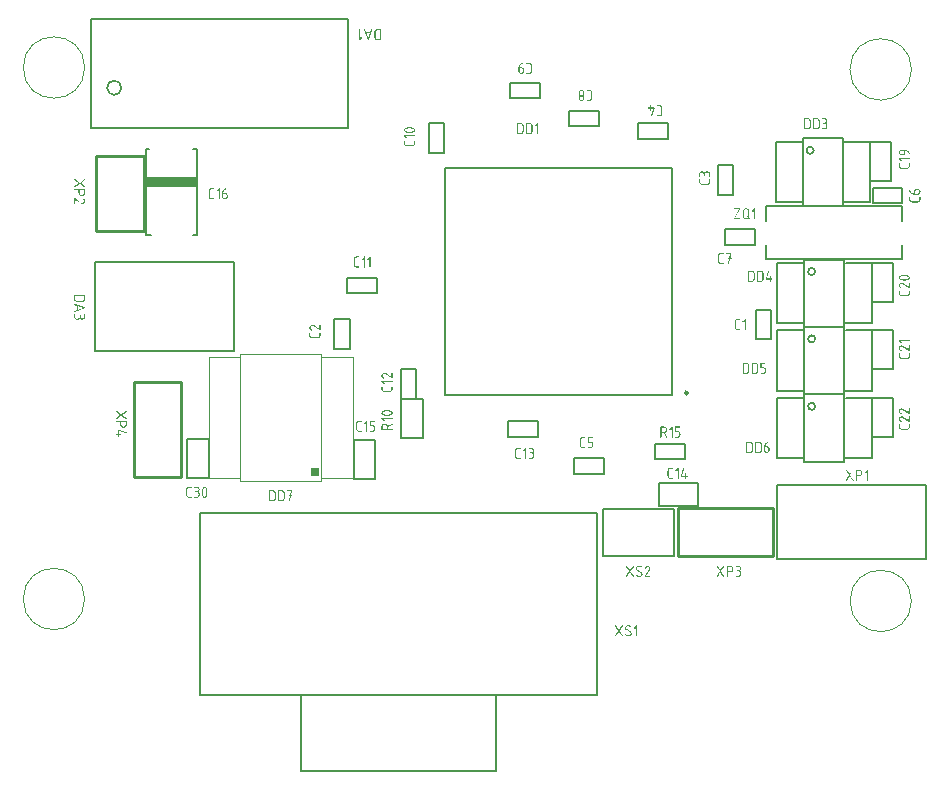
<source format=gto>
G04*
G04 #@! TF.GenerationSoftware,Altium Limited,Altium Designer,23.11.1 (41)*
G04*
G04 Layer_Color=65535*
%FSLAX43Y43*%
%MOMM*%
G71*
G04*
G04 #@! TF.SameCoordinates,B7B300D0-87F7-4E0C-A4D9-EE24505A4503*
G04*
G04*
G04 #@! TF.FilePolarity,Positive*
G04*
G01*
G75*
%ADD10C,0.100*%
%ADD11C,0.250*%
%ADD12C,0.150*%
%ADD13C,0.200*%
%ADD14C,0.254*%
%ADD15R,4.200X0.900*%
G36*
X28437Y26215D02*
X27802D01*
Y25580D01*
X28437D01*
Y26215D01*
D02*
G37*
G36*
X58965Y29773D02*
X58972Y29771D01*
X58981Y29768D01*
X58989Y29762D01*
X58993Y29759D01*
X58996Y29754D01*
X59000Y29748D01*
X59002Y29742D01*
X59003Y29734D01*
X59004Y29726D01*
Y29725D01*
Y29724D01*
Y29722D01*
X59003Y29719D01*
X59001Y29711D01*
X58998Y29703D01*
X58992Y29694D01*
X58984Y29686D01*
X58979Y29683D01*
X58973Y29680D01*
X58966Y29679D01*
X58957Y29679D01*
X58674D01*
Y29395D01*
X58820D01*
X58825Y29394D01*
X58832D01*
X58841Y29392D01*
X58851Y29391D01*
X58861Y29389D01*
X58873Y29386D01*
X58886Y29382D01*
X58900Y29378D01*
X58914Y29372D01*
X58928Y29365D01*
X58942Y29357D01*
X58956Y29348D01*
X58970Y29337D01*
X58983Y29325D01*
X58984Y29324D01*
X58986Y29321D01*
X58990Y29318D01*
X58994Y29312D01*
X58999Y29305D01*
X59005Y29297D01*
X59011Y29288D01*
X59018Y29277D01*
X59024Y29265D01*
X59031Y29253D01*
X59036Y29239D01*
X59041Y29225D01*
X59046Y29209D01*
X59049Y29192D01*
X59051Y29175D01*
X59052Y29157D01*
Y29063D01*
Y29062D01*
Y29059D01*
X59051Y29054D01*
Y29046D01*
X59050Y29038D01*
X59049Y29028D01*
X59046Y29017D01*
X59044Y29005D01*
X59040Y28992D01*
X59036Y28979D01*
X59030Y28965D01*
X59023Y28951D01*
X59015Y28936D01*
X59006Y28922D01*
X58995Y28909D01*
X58982Y28896D01*
X58981Y28895D01*
X58979Y28892D01*
X58976Y28889D01*
X58970Y28885D01*
X58963Y28880D01*
X58956Y28874D01*
X58946Y28867D01*
X58936Y28861D01*
X58924Y28855D01*
X58911Y28848D01*
X58897Y28842D01*
X58883Y28837D01*
X58867Y28833D01*
X58851Y28830D01*
X58834Y28827D01*
X58816Y28826D01*
X58624D01*
X58618Y28827D01*
X58611Y28829D01*
X58602Y28832D01*
X58594Y28838D01*
X58590Y28842D01*
X58587Y28846D01*
X58583Y28852D01*
X58581Y28858D01*
X58580Y28866D01*
X58579Y28874D01*
Y28875D01*
Y28876D01*
Y28878D01*
X58580Y28881D01*
X58582Y28889D01*
X58585Y28898D01*
X58591Y28906D01*
X58599Y28914D01*
X58604Y28917D01*
X58611Y28920D01*
X58617Y28921D01*
X58626Y28921D01*
X58821D01*
X58825Y28922D01*
X58830Y28923D01*
X58836Y28924D01*
X58850Y28926D01*
X58866Y28931D01*
X58882Y28939D01*
X58891Y28943D01*
X58900Y28949D01*
X58908Y28955D01*
X58916Y28962D01*
X58916Y28963D01*
X58917Y28964D01*
X58920Y28966D01*
X58922Y28970D01*
X58929Y28978D01*
X58936Y28990D01*
X58944Y29005D01*
X58951Y29022D01*
X58956Y29041D01*
X58956Y29052D01*
X58957Y29063D01*
Y29157D01*
Y29158D01*
Y29160D01*
Y29163D01*
X58956Y29167D01*
Y29172D01*
X58955Y29178D01*
X58952Y29192D01*
X58947Y29208D01*
X58940Y29225D01*
X58935Y29233D01*
X58930Y29241D01*
X58923Y29250D01*
X58916Y29258D01*
X58915Y29259D01*
X58914Y29260D01*
X58911Y29262D01*
X58908Y29265D01*
X58904Y29268D01*
X58899Y29271D01*
X58887Y29279D01*
X58873Y29286D01*
X58856Y29293D01*
X58836Y29298D01*
X58826Y29299D01*
X58815Y29300D01*
X58624D01*
X58618Y29300D01*
X58611Y29302D01*
X58602Y29305D01*
X58594Y29311D01*
X58587Y29320D01*
X58583Y29325D01*
X58581Y29331D01*
X58580Y29338D01*
X58579Y29346D01*
Y29726D01*
Y29727D01*
Y29728D01*
Y29730D01*
X58580Y29734D01*
X58582Y29741D01*
X58585Y29750D01*
X58591Y29759D01*
X58599Y29766D01*
X58604Y29769D01*
X58611Y29772D01*
X58617Y29773D01*
X58626Y29774D01*
X58959D01*
X58965Y29773D01*
D02*
G37*
G36*
X58350D02*
X58357Y29771D01*
X58367Y29768D01*
X58375Y29762D01*
X58379Y29759D01*
X58382Y29754D01*
X58386Y29748D01*
X58388Y29742D01*
X58389Y29734D01*
X58390Y29726D01*
Y28873D01*
Y28872D01*
Y28871D01*
X58389Y28866D01*
X58387Y28858D01*
X58384Y28850D01*
X58378Y28841D01*
X58375Y28837D01*
X58370Y28834D01*
X58364Y28831D01*
X58358Y28828D01*
X58351Y28827D01*
X58342Y28826D01*
X58338D01*
X58335Y28827D01*
X58327Y28829D01*
X58319Y28832D01*
X58310Y28838D01*
X58302Y28846D01*
X58299Y28851D01*
X58297Y28858D01*
X58296Y28865D01*
X58295Y28873D01*
Y29612D01*
X58186Y29503D01*
X58185Y29502D01*
X58183Y29500D01*
X58180Y29499D01*
X58177Y29496D01*
X58172Y29493D01*
X58166Y29491D01*
X58159Y29490D01*
X58153Y29489D01*
X58148D01*
X58145Y29490D01*
X58138Y29491D01*
X58129Y29495D01*
X58120Y29500D01*
X58116Y29505D01*
X58113Y29509D01*
X58109Y29515D01*
X58107Y29520D01*
X58106Y29528D01*
X58105Y29536D01*
Y29537D01*
Y29540D01*
X58106Y29543D01*
X58107Y29548D01*
X58108Y29553D01*
X58111Y29559D01*
X58114Y29565D01*
X58118Y29570D01*
X58304Y29754D01*
X58305Y29755D01*
X58307Y29758D01*
X58311Y29760D01*
X58316Y29764D01*
X58322Y29768D01*
X58328Y29770D01*
X58335Y29773D01*
X58342Y29774D01*
X58347D01*
X58350Y29773D01*
D02*
G37*
G36*
X57643D02*
X57652Y29772D01*
X57662Y29771D01*
X57673Y29769D01*
X57687Y29767D01*
X57701Y29764D01*
X57717Y29759D01*
X57733Y29754D01*
X57749Y29747D01*
X57767Y29739D01*
X57783Y29729D01*
X57800Y29718D01*
X57817Y29705D01*
X57833Y29690D01*
X57833Y29689D01*
X57836Y29686D01*
X57840Y29682D01*
X57846Y29675D01*
X57852Y29668D01*
X57859Y29658D01*
X57867Y29647D01*
X57874Y29635D01*
X57882Y29620D01*
X57889Y29605D01*
X57897Y29589D01*
X57903Y29570D01*
X57908Y29551D01*
X57913Y29531D01*
X57915Y29510D01*
X57916Y29489D01*
Y29488D01*
Y29486D01*
Y29484D01*
Y29480D01*
X57915Y29475D01*
Y29470D01*
X57913Y29457D01*
X57911Y29441D01*
X57907Y29423D01*
X57902Y29404D01*
X57894Y29382D01*
X57885Y29360D01*
X57874Y29338D01*
X57860Y29316D01*
X57843Y29295D01*
X57824Y29275D01*
X57813Y29265D01*
X57801Y29255D01*
X57788Y29247D01*
X57774Y29239D01*
X57760Y29231D01*
X57744Y29225D01*
X57910Y28895D01*
Y28894D01*
X57911Y28893D01*
X57913Y28888D01*
X57915Y28881D01*
X57916Y28873D01*
Y28872D01*
Y28870D01*
X57915Y28866D01*
X57914Y28862D01*
X57913Y28857D01*
X57909Y28851D01*
X57906Y28846D01*
X57901Y28841D01*
X57900Y28840D01*
X57898Y28838D01*
X57895Y28836D01*
X57892Y28834D01*
X57887Y28831D01*
X57881Y28829D01*
X57874Y28827D01*
X57868Y28826D01*
X57866D01*
X57863Y28827D01*
X57858Y28828D01*
X57851Y28830D01*
X57844Y28833D01*
X57837Y28837D01*
X57831Y28844D01*
X57825Y28852D01*
X57648Y29205D01*
X57443D01*
Y28873D01*
Y28872D01*
Y28871D01*
X57442Y28866D01*
X57440Y28858D01*
X57437Y28850D01*
X57431Y28841D01*
X57428Y28837D01*
X57423Y28834D01*
X57417Y28831D01*
X57411Y28828D01*
X57404Y28827D01*
X57395Y28826D01*
X57391D01*
X57388Y28827D01*
X57380Y28829D01*
X57372Y28832D01*
X57363Y28838D01*
X57355Y28846D01*
X57352Y28851D01*
X57349Y28858D01*
X57349Y28865D01*
X57348Y28873D01*
Y29726D01*
Y29727D01*
Y29728D01*
Y29730D01*
X57349Y29734D01*
X57350Y29741D01*
X57354Y29750D01*
X57359Y29759D01*
X57368Y29766D01*
X57373Y29769D01*
X57379Y29772D01*
X57386Y29773D01*
X57394Y29774D01*
X57637D01*
X57643Y29773D01*
D02*
G37*
G36*
X55540Y17978D02*
X55554Y17977D01*
X55570Y17976D01*
X55588Y17974D01*
X55607Y17972D01*
X55627Y17969D01*
X55648Y17966D01*
X55670Y17962D01*
X55691Y17956D01*
X55711Y17950D01*
X55731Y17944D01*
X55751Y17935D01*
X55768Y17926D01*
X55769Y17925D01*
X55772Y17923D01*
X55776Y17919D01*
X55782Y17914D01*
X55787Y17909D01*
X55791Y17901D01*
X55795Y17893D01*
X55796Y17884D01*
Y17883D01*
Y17880D01*
X55795Y17877D01*
X55794Y17872D01*
X55792Y17866D01*
X55790Y17861D01*
X55786Y17855D01*
X55781Y17850D01*
X55781Y17849D01*
X55779Y17848D01*
X55776Y17845D01*
X55772Y17843D01*
X55767Y17840D01*
X55762Y17839D01*
X55756Y17837D01*
X55749Y17836D01*
X55747D01*
X55744Y17837D01*
X55737Y17839D01*
X55728Y17841D01*
X55727Y17842D01*
X55723Y17843D01*
X55717Y17845D01*
X55710Y17848D01*
X55700Y17851D01*
X55688Y17854D01*
X55675Y17859D01*
X55661Y17863D01*
X55645Y17866D01*
X55628Y17870D01*
X55610Y17874D01*
X55591Y17877D01*
X55552Y17882D01*
X55532Y17883D01*
X55512Y17884D01*
X55506D01*
X55502Y17883D01*
X55497D01*
X55491Y17881D01*
X55477Y17879D01*
X55461Y17874D01*
X55445Y17866D01*
X55436Y17861D01*
X55428Y17856D01*
X55420Y17850D01*
X55411Y17842D01*
X55411Y17841D01*
X55410Y17840D01*
X55408Y17838D01*
X55405Y17835D01*
X55402Y17830D01*
X55399Y17825D01*
X55391Y17814D01*
X55384Y17800D01*
X55377Y17782D01*
X55372Y17763D01*
X55371Y17752D01*
X55371Y17741D01*
Y17740D01*
Y17737D01*
X55371Y17733D01*
Y17727D01*
X55373Y17720D01*
X55375Y17712D01*
X55377Y17703D01*
X55381Y17693D01*
X55384Y17683D01*
X55389Y17672D01*
X55396Y17662D01*
X55403Y17651D01*
X55411Y17641D01*
X55422Y17631D01*
X55434Y17623D01*
X55447Y17615D01*
X55714Y17479D01*
X55716Y17478D01*
X55720Y17475D01*
X55726Y17472D01*
X55734Y17466D01*
X55744Y17459D01*
X55755Y17450D01*
X55766Y17440D01*
X55779Y17427D01*
X55791Y17414D01*
X55803Y17398D01*
X55814Y17380D01*
X55824Y17362D01*
X55832Y17341D01*
X55838Y17319D01*
X55842Y17294D01*
X55844Y17268D01*
Y17267D01*
Y17264D01*
X55843Y17259D01*
Y17251D01*
X55841Y17243D01*
X55841Y17234D01*
X55838Y17222D01*
X55836Y17211D01*
X55831Y17198D01*
X55827Y17185D01*
X55821Y17171D01*
X55815Y17156D01*
X55806Y17142D01*
X55797Y17128D01*
X55786Y17114D01*
X55774Y17101D01*
X55773Y17100D01*
X55771Y17097D01*
X55767Y17094D01*
X55761Y17090D01*
X55755Y17085D01*
X55746Y17079D01*
X55737Y17072D01*
X55726Y17066D01*
X55715Y17060D01*
X55702Y17053D01*
X55688Y17047D01*
X55674Y17042D01*
X55658Y17038D01*
X55641Y17035D01*
X55625Y17032D01*
X55606Y17031D01*
X55599D01*
X55595Y17032D01*
X55590D01*
X55577Y17033D01*
X55561Y17035D01*
X55544Y17037D01*
X55524Y17040D01*
X55502Y17045D01*
X55478Y17050D01*
X55454Y17056D01*
X55428Y17065D01*
X55401Y17075D01*
X55375Y17087D01*
X55348Y17101D01*
X55321Y17116D01*
X55296Y17135D01*
X55295Y17136D01*
X55292Y17137D01*
X55289Y17141D01*
X55286Y17146D01*
X55282Y17151D01*
X55279Y17157D01*
X55277Y17165D01*
X55276Y17173D01*
Y17174D01*
Y17176D01*
X55277Y17180D01*
X55277Y17185D01*
X55279Y17190D01*
X55281Y17195D01*
X55285Y17201D01*
X55289Y17206D01*
X55290Y17207D01*
X55291Y17209D01*
X55295Y17211D01*
X55298Y17214D01*
X55303Y17216D01*
X55309Y17218D01*
X55316Y17220D01*
X55322Y17221D01*
X55326D01*
X55330Y17220D01*
X55339Y17217D01*
X55350Y17212D01*
X55351D01*
X55351Y17211D01*
X55354Y17210D01*
X55358Y17208D01*
X55362Y17205D01*
X55367Y17202D01*
X55374Y17199D01*
X55381Y17195D01*
X55391Y17191D01*
X55400Y17186D01*
X55411Y17180D01*
X55422Y17174D01*
X55436Y17168D01*
X55450Y17161D01*
X55465Y17154D01*
X55481Y17146D01*
X55481D01*
X55483Y17146D01*
X55486Y17145D01*
X55491Y17143D01*
X55496Y17141D01*
X55502Y17140D01*
X55510Y17138D01*
X55518Y17136D01*
X55536Y17133D01*
X55558Y17130D01*
X55581Y17127D01*
X55606Y17126D01*
X55612D01*
X55616Y17127D01*
X55621Y17128D01*
X55627Y17129D01*
X55641Y17131D01*
X55657Y17136D01*
X55674Y17144D01*
X55682Y17148D01*
X55691Y17154D01*
X55699Y17160D01*
X55707Y17167D01*
X55708Y17168D01*
X55709Y17169D01*
X55711Y17171D01*
X55714Y17175D01*
X55717Y17179D01*
X55721Y17184D01*
X55728Y17195D01*
X55736Y17211D01*
X55742Y17227D01*
X55747Y17246D01*
X55748Y17257D01*
X55749Y17268D01*
Y17269D01*
Y17272D01*
X55748Y17276D01*
Y17282D01*
X55746Y17290D01*
X55745Y17297D01*
X55742Y17306D01*
X55739Y17316D01*
X55735Y17326D01*
X55730Y17337D01*
X55723Y17348D01*
X55716Y17358D01*
X55706Y17368D01*
X55696Y17378D01*
X55684Y17386D01*
X55670Y17395D01*
X55404Y17531D01*
X55402Y17532D01*
X55398Y17535D01*
X55392Y17538D01*
X55384Y17544D01*
X55374Y17551D01*
X55363Y17560D01*
X55351Y17570D01*
X55340Y17582D01*
X55328Y17596D01*
X55316Y17611D01*
X55306Y17629D01*
X55296Y17648D01*
X55287Y17669D01*
X55281Y17691D01*
X55277Y17715D01*
X55276Y17741D01*
Y17742D01*
Y17745D01*
X55277Y17750D01*
Y17758D01*
X55278Y17766D01*
X55279Y17775D01*
X55281Y17787D01*
X55284Y17799D01*
X55288Y17811D01*
X55292Y17825D01*
X55298Y17839D01*
X55305Y17853D01*
X55313Y17867D01*
X55322Y17881D01*
X55332Y17895D01*
X55345Y17909D01*
X55346Y17909D01*
X55348Y17912D01*
X55351Y17915D01*
X55357Y17919D01*
X55364Y17925D01*
X55372Y17931D01*
X55381Y17937D01*
X55391Y17944D01*
X55403Y17950D01*
X55416Y17956D01*
X55430Y17963D01*
X55445Y17968D01*
X55461Y17972D01*
X55477Y17975D01*
X55494Y17978D01*
X55512Y17979D01*
X55528D01*
X55540Y17978D01*
D02*
G37*
G36*
X55046D02*
X55053Y17976D01*
X55062Y17973D01*
X55071Y17967D01*
X55075Y17964D01*
X55078Y17959D01*
X55082Y17953D01*
X55084Y17947D01*
X55085Y17939D01*
X55086Y17931D01*
Y17930D01*
Y17929D01*
Y17926D01*
X55085Y17922D01*
X55082Y17914D01*
X55078Y17904D01*
X54812Y17505D01*
X55078Y17105D01*
Y17104D01*
X55079Y17103D01*
X55081Y17101D01*
X55082Y17097D01*
X55085Y17089D01*
X55086Y17078D01*
Y17077D01*
Y17076D01*
X55085Y17071D01*
X55083Y17063D01*
X55080Y17055D01*
X55074Y17046D01*
X55071Y17042D01*
X55066Y17039D01*
X55060Y17036D01*
X55054Y17033D01*
X55047Y17032D01*
X55038Y17031D01*
X55034D01*
X55029Y17032D01*
X55024Y17034D01*
X55017Y17036D01*
X55011Y17040D01*
X55005Y17045D01*
X54999Y17051D01*
X54754Y17420D01*
X54509Y17051D01*
X54508Y17051D01*
X54507Y17048D01*
X54503Y17045D01*
X54499Y17041D01*
X54494Y17038D01*
X54487Y17035D01*
X54479Y17032D01*
X54470Y17031D01*
X54466D01*
X54463Y17032D01*
X54455Y17034D01*
X54447Y17037D01*
X54438Y17043D01*
X54430Y17051D01*
X54427Y17056D01*
X54424Y17063D01*
X54423Y17070D01*
X54423Y17078D01*
Y17079D01*
Y17081D01*
X54423Y17083D01*
Y17087D01*
X54426Y17096D01*
X54431Y17105D01*
X54697Y17505D01*
X54431Y17904D01*
Y17905D01*
X54429Y17907D01*
X54428Y17909D01*
X54427Y17912D01*
X54424Y17920D01*
X54423Y17931D01*
Y17932D01*
Y17933D01*
Y17935D01*
X54423Y17939D01*
X54425Y17946D01*
X54428Y17955D01*
X54434Y17964D01*
X54438Y17968D01*
X54443Y17971D01*
X54448Y17974D01*
X54454Y17977D01*
X54462Y17978D01*
X54470Y17979D01*
X54474D01*
X54479Y17978D01*
X54485Y17976D01*
X54491Y17974D01*
X54498Y17969D01*
X54503Y17964D01*
X54509Y17958D01*
X54754Y17590D01*
X54999Y17958D01*
X55000Y17959D01*
X55002Y17961D01*
X55005Y17964D01*
X55009Y17969D01*
X55015Y17972D01*
X55022Y17975D01*
X55029Y17978D01*
X55038Y17979D01*
X55042D01*
X55046Y17978D01*
D02*
G37*
G36*
X56279D02*
X56286D01*
X56295Y17976D01*
X56305Y17975D01*
X56315Y17973D01*
X56327Y17970D01*
X56340Y17966D01*
X56354Y17962D01*
X56368Y17956D01*
X56382Y17949D01*
X56396Y17941D01*
X56410Y17932D01*
X56424Y17921D01*
X56437Y17909D01*
X56438Y17908D01*
X56440Y17905D01*
X56444Y17902D01*
X56448Y17896D01*
X56454Y17889D01*
X56460Y17882D01*
X56465Y17872D01*
X56472Y17862D01*
X56479Y17850D01*
X56485Y17837D01*
X56491Y17824D01*
X56496Y17809D01*
X56500Y17793D01*
X56504Y17777D01*
X56506Y17760D01*
X56507Y17741D01*
Y17740D01*
Y17738D01*
Y17735D01*
X56506Y17730D01*
X56505Y17724D01*
X56505Y17716D01*
X56504Y17708D01*
X56502Y17699D01*
X56496Y17679D01*
X56489Y17655D01*
X56484Y17644D01*
X56478Y17631D01*
X56471Y17618D01*
X56464Y17605D01*
X56165Y17126D01*
X56464D01*
X56467Y17126D01*
X56475Y17124D01*
X56484Y17121D01*
X56492Y17115D01*
X56496Y17111D01*
X56500Y17106D01*
X56503Y17101D01*
X56505Y17095D01*
X56506Y17087D01*
X56507Y17079D01*
Y17078D01*
Y17077D01*
Y17075D01*
X56506Y17071D01*
X56505Y17064D01*
X56501Y17056D01*
X56495Y17046D01*
X56492Y17042D01*
X56487Y17039D01*
X56481Y17036D01*
X56475Y17033D01*
X56468Y17032D01*
X56460Y17031D01*
X56076D01*
X56073Y17032D01*
X56065Y17034D01*
X56057Y17037D01*
X56048Y17043D01*
X56040Y17051D01*
X56037Y17056D01*
X56035Y17063D01*
X56034Y17070D01*
X56033Y17078D01*
Y17079D01*
Y17081D01*
X56034Y17084D01*
Y17087D01*
X56036Y17096D01*
X56041Y17106D01*
X56389Y17663D01*
Y17664D01*
X56390Y17665D01*
X56392Y17670D01*
X56396Y17677D01*
X56400Y17687D01*
X56405Y17699D01*
X56409Y17712D01*
X56411Y17726D01*
X56412Y17741D01*
Y17742D01*
Y17744D01*
Y17747D01*
X56411Y17751D01*
Y17756D01*
X56410Y17762D01*
X56407Y17776D01*
X56402Y17792D01*
X56395Y17809D01*
X56390Y17817D01*
X56385Y17825D01*
X56378Y17834D01*
X56370Y17842D01*
X56370Y17843D01*
X56369Y17844D01*
X56366Y17846D01*
X56363Y17849D01*
X56359Y17852D01*
X56354Y17855D01*
X56342Y17863D01*
X56328Y17870D01*
X56310Y17877D01*
X56291Y17882D01*
X56280Y17883D01*
X56270Y17884D01*
X56266D01*
X56262Y17883D01*
X56256Y17882D01*
X56249Y17880D01*
X56240Y17877D01*
X56231Y17874D01*
X56221Y17869D01*
X56210Y17863D01*
X56198Y17854D01*
X56186Y17845D01*
X56173Y17834D01*
X56160Y17820D01*
X56147Y17804D01*
X56135Y17785D01*
X56121Y17765D01*
X56120Y17764D01*
X56119Y17761D01*
X56115Y17757D01*
X56111Y17753D01*
X56105Y17749D01*
X56099Y17745D01*
X56090Y17742D01*
X56080Y17741D01*
X56076D01*
X56073Y17742D01*
X56065Y17744D01*
X56057Y17747D01*
X56048Y17753D01*
X56044Y17757D01*
X56040Y17761D01*
X56037Y17767D01*
X56035Y17773D01*
X56034Y17780D01*
X56033Y17789D01*
Y17790D01*
Y17790D01*
X56034Y17795D01*
X56035Y17801D01*
X56037Y17808D01*
Y17809D01*
X56038Y17810D01*
X56040Y17812D01*
X56041Y17815D01*
X56046Y17824D01*
X56053Y17835D01*
X56062Y17848D01*
X56073Y17862D01*
X56085Y17877D01*
X56100Y17894D01*
X56115Y17909D01*
X56133Y17924D01*
X56152Y17939D01*
X56172Y17952D01*
X56195Y17963D01*
X56218Y17971D01*
X56230Y17974D01*
X56243Y17977D01*
X56256Y17978D01*
X56270Y17979D01*
X56274D01*
X56279Y17978D01*
D02*
G37*
G36*
X64534Y38873D02*
X64541Y38871D01*
X64550Y38868D01*
X64559Y38862D01*
X64563Y38859D01*
X64566Y38854D01*
X64569Y38848D01*
X64572Y38842D01*
X64573Y38834D01*
X64574Y38826D01*
Y37973D01*
Y37972D01*
Y37971D01*
X64573Y37966D01*
X64571Y37958D01*
X64568Y37950D01*
X64562Y37941D01*
X64559Y37937D01*
X64554Y37934D01*
X64548Y37931D01*
X64542Y37928D01*
X64534Y37927D01*
X64526Y37926D01*
X64522D01*
X64519Y37927D01*
X64511Y37929D01*
X64503Y37932D01*
X64494Y37938D01*
X64486Y37946D01*
X64483Y37951D01*
X64480Y37958D01*
X64479Y37965D01*
X64479Y37973D01*
Y38712D01*
X64370Y38603D01*
X64369Y38602D01*
X64367Y38600D01*
X64364Y38599D01*
X64360Y38596D01*
X64355Y38593D01*
X64350Y38591D01*
X64343Y38590D01*
X64336Y38589D01*
X64332D01*
X64329Y38590D01*
X64321Y38591D01*
X64313Y38595D01*
X64304Y38600D01*
X64300Y38605D01*
X64296Y38609D01*
X64293Y38615D01*
X64290Y38620D01*
X64290Y38628D01*
X64289Y38636D01*
Y38637D01*
Y38640D01*
X64290Y38643D01*
X64290Y38648D01*
X64292Y38653D01*
X64295Y38659D01*
X64298Y38665D01*
X64302Y38670D01*
X64488Y38854D01*
X64489Y38855D01*
X64491Y38858D01*
X64494Y38860D01*
X64499Y38864D01*
X64505Y38868D01*
X64512Y38870D01*
X64519Y38873D01*
X64526Y38874D01*
X64530D01*
X64534Y38873D01*
D02*
G37*
G36*
X64060D02*
X64067Y38871D01*
X64076Y38868D01*
X64085Y38862D01*
X64089Y38859D01*
X64092Y38854D01*
X64095Y38848D01*
X64098Y38842D01*
X64099Y38834D01*
X64100Y38826D01*
Y38825D01*
Y38824D01*
Y38822D01*
X64099Y38819D01*
X64097Y38811D01*
X64094Y38803D01*
X64088Y38794D01*
X64085Y38789D01*
X64080Y38786D01*
X64074Y38783D01*
X64068Y38780D01*
X64060Y38779D01*
X64052Y38779D01*
X63857D01*
X63853Y38778D01*
X63848D01*
X63842Y38776D01*
X63828Y38774D01*
X63812Y38769D01*
X63795Y38761D01*
X63787Y38756D01*
X63779Y38751D01*
X63771Y38744D01*
X63762Y38737D01*
X63761Y38736D01*
X63761Y38735D01*
X63759Y38733D01*
X63756Y38729D01*
X63753Y38725D01*
X63750Y38720D01*
X63742Y38709D01*
X63735Y38695D01*
X63728Y38677D01*
X63723Y38658D01*
X63722Y38647D01*
X63721Y38636D01*
Y38163D01*
Y38162D01*
Y38160D01*
Y38157D01*
X63722Y38153D01*
X63723Y38148D01*
X63724Y38142D01*
X63726Y38128D01*
X63731Y38112D01*
X63739Y38095D01*
X63743Y38087D01*
X63749Y38079D01*
X63755Y38070D01*
X63762Y38062D01*
X63763Y38061D01*
X63764Y38061D01*
X63766Y38059D01*
X63770Y38056D01*
X63774Y38053D01*
X63779Y38050D01*
X63790Y38042D01*
X63805Y38035D01*
X63822Y38028D01*
X63841Y38023D01*
X63852Y38022D01*
X63863Y38021D01*
X64056D01*
X64060Y38021D01*
X64067Y38019D01*
X64076Y38016D01*
X64085Y38010D01*
X64089Y38006D01*
X64092Y38001D01*
X64095Y37996D01*
X64098Y37990D01*
X64099Y37982D01*
X64100Y37974D01*
Y37973D01*
Y37972D01*
Y37970D01*
X64099Y37966D01*
X64097Y37959D01*
X64094Y37951D01*
X64088Y37941D01*
X64085Y37937D01*
X64080Y37934D01*
X64074Y37931D01*
X64068Y37928D01*
X64060Y37927D01*
X64052Y37926D01*
X63859D01*
X63854Y37927D01*
X63846D01*
X63838Y37929D01*
X63828Y37930D01*
X63817Y37932D01*
X63805Y37935D01*
X63792Y37939D01*
X63779Y37943D01*
X63765Y37949D01*
X63750Y37956D01*
X63736Y37964D01*
X63722Y37973D01*
X63709Y37983D01*
X63696Y37996D01*
X63695Y37996D01*
X63692Y37999D01*
X63689Y38002D01*
X63685Y38008D01*
X63680Y38015D01*
X63674Y38023D01*
X63667Y38032D01*
X63661Y38042D01*
X63655Y38054D01*
X63648Y38067D01*
X63642Y38081D01*
X63637Y38095D01*
X63633Y38111D01*
X63630Y38128D01*
X63627Y38145D01*
X63626Y38163D01*
Y38636D01*
Y38637D01*
Y38640D01*
X63627Y38645D01*
Y38653D01*
X63629Y38661D01*
X63630Y38671D01*
X63632Y38682D01*
X63635Y38694D01*
X63639Y38707D01*
X63643Y38720D01*
X63649Y38735D01*
X63656Y38749D01*
X63664Y38763D01*
X63673Y38777D01*
X63683Y38790D01*
X63696Y38804D01*
X63696Y38804D01*
X63699Y38807D01*
X63702Y38810D01*
X63708Y38814D01*
X63715Y38820D01*
X63723Y38826D01*
X63732Y38832D01*
X63742Y38839D01*
X63754Y38845D01*
X63767Y38851D01*
X63780Y38858D01*
X63795Y38863D01*
X63811Y38867D01*
X63828Y38870D01*
X63845Y38873D01*
X63863Y38874D01*
X64056D01*
X64060Y38873D01*
D02*
G37*
G36*
X61346Y51367D02*
X61354D01*
X61362Y51366D01*
X61372Y51365D01*
X61383Y51362D01*
X61395Y51360D01*
X61408Y51356D01*
X61421Y51352D01*
X61435Y51346D01*
X61449Y51339D01*
X61464Y51331D01*
X61478Y51322D01*
X61491Y51311D01*
X61504Y51298D01*
X61505Y51297D01*
X61508Y51295D01*
X61511Y51292D01*
X61515Y51286D01*
X61520Y51279D01*
X61526Y51271D01*
X61533Y51262D01*
X61539Y51251D01*
X61545Y51239D01*
X61552Y51227D01*
X61558Y51212D01*
X61563Y51198D01*
X61567Y51182D01*
X61570Y51166D01*
X61573Y51149D01*
X61574Y51131D01*
Y50937D01*
X61573Y50934D01*
X61571Y50927D01*
X61568Y50918D01*
X61562Y50909D01*
X61558Y50905D01*
X61554Y50902D01*
X61548Y50898D01*
X61542Y50896D01*
X61534Y50895D01*
X61526Y50894D01*
X61525D01*
X61524D01*
X61522D01*
X61519Y50895D01*
X61511Y50897D01*
X61502Y50900D01*
X61494Y50906D01*
X61489Y50910D01*
X61486Y50914D01*
X61483Y50920D01*
X61480Y50926D01*
X61479Y50933D01*
X61479Y50942D01*
Y51137D01*
X61478Y51141D01*
X61477Y51146D01*
X61476Y51152D01*
X61474Y51166D01*
X61469Y51182D01*
X61461Y51198D01*
X61457Y51207D01*
X61451Y51215D01*
X61445Y51223D01*
X61438Y51232D01*
X61437Y51232D01*
X61436Y51233D01*
X61434Y51236D01*
X61430Y51238D01*
X61422Y51245D01*
X61410Y51252D01*
X61395Y51260D01*
X61378Y51267D01*
X61359Y51272D01*
X61348Y51272D01*
X61337Y51273D01*
X61243D01*
X61242D01*
X61240D01*
X61237D01*
X61233Y51272D01*
X61228D01*
X61222Y51271D01*
X61208Y51268D01*
X61192Y51263D01*
X61175Y51256D01*
X61167Y51251D01*
X61159Y51246D01*
X61150Y51239D01*
X61142Y51232D01*
X61141Y51231D01*
X61140Y51230D01*
X61138Y51227D01*
X61135Y51224D01*
X61132Y51220D01*
X61129Y51215D01*
X61121Y51203D01*
X61114Y51189D01*
X61107Y51172D01*
X61102Y51152D01*
X61101Y51142D01*
X61100Y51131D01*
Y51032D01*
X61100Y51028D01*
X61098Y51021D01*
X61095Y51012D01*
X61089Y51003D01*
X61085Y50999D01*
X61080Y50996D01*
X61075Y50992D01*
X61069Y50990D01*
X61061Y50989D01*
X61053Y50988D01*
X61052D01*
X61051D01*
X61049D01*
X61045Y50989D01*
X61038Y50991D01*
X61029Y50994D01*
X61020Y51000D01*
X61016Y51004D01*
X61013Y51008D01*
X61010Y51014D01*
X61007Y51020D01*
X61006Y51027D01*
X61005Y51036D01*
Y51137D01*
X61005Y51141D01*
X61004Y51146D01*
X61003Y51152D01*
X61000Y51166D01*
X60995Y51182D01*
X60988Y51198D01*
X60984Y51207D01*
X60978Y51215D01*
X60972Y51223D01*
X60965Y51232D01*
X60964Y51232D01*
X60963Y51233D01*
X60960Y51236D01*
X60957Y51238D01*
X60953Y51242D01*
X60948Y51245D01*
X60936Y51252D01*
X60921Y51260D01*
X60905Y51267D01*
X60885Y51272D01*
X60875Y51272D01*
X60864Y51273D01*
X60863D01*
X60861D01*
X60858D01*
X60854Y51272D01*
X60849D01*
X60843Y51271D01*
X60829Y51268D01*
X60813Y51263D01*
X60796Y51256D01*
X60788Y51251D01*
X60780Y51246D01*
X60771Y51239D01*
X60763Y51232D01*
X60762Y51231D01*
X60761Y51230D01*
X60759Y51227D01*
X60756Y51224D01*
X60753Y51220D01*
X60750Y51215D01*
X60742Y51203D01*
X60735Y51189D01*
X60728Y51172D01*
X60723Y51152D01*
X60722Y51142D01*
X60721Y51131D01*
Y50937D01*
X60721Y50934D01*
X60719Y50927D01*
X60716Y50918D01*
X60710Y50909D01*
X60706Y50905D01*
X60701Y50902D01*
X60696Y50898D01*
X60690Y50896D01*
X60682Y50895D01*
X60674Y50894D01*
X60673D01*
X60672D01*
X60670D01*
X60666Y50895D01*
X60659Y50897D01*
X60650Y50900D01*
X60641Y50906D01*
X60637Y50910D01*
X60634Y50914D01*
X60631Y50920D01*
X60628Y50926D01*
X60627Y50933D01*
X60626Y50942D01*
Y51135D01*
X60627Y51140D01*
Y51147D01*
X60629Y51156D01*
X60630Y51166D01*
X60632Y51177D01*
X60635Y51188D01*
X60639Y51202D01*
X60643Y51215D01*
X60649Y51229D01*
X60656Y51243D01*
X60664Y51257D01*
X60673Y51272D01*
X60684Y51285D01*
X60696Y51298D01*
X60697Y51299D01*
X60700Y51302D01*
X60703Y51305D01*
X60709Y51309D01*
X60716Y51315D01*
X60724Y51321D01*
X60733Y51327D01*
X60744Y51333D01*
X60756Y51340D01*
X60768Y51346D01*
X60782Y51352D01*
X60796Y51357D01*
X60812Y51362D01*
X60829Y51365D01*
X60845Y51367D01*
X60864Y51368D01*
X60865D01*
X60869D01*
X60875Y51367D01*
X60883Y51367D01*
X60893Y51366D01*
X60905Y51363D01*
X60918Y51360D01*
X60931Y51357D01*
X60946Y51352D01*
X60961Y51345D01*
X60977Y51337D01*
X60993Y51328D01*
X61009Y51317D01*
X61025Y51305D01*
X61039Y51290D01*
X61053Y51273D01*
X61054Y51274D01*
X61056Y51277D01*
X61060Y51282D01*
X61066Y51288D01*
X61073Y51295D01*
X61082Y51303D01*
X61092Y51312D01*
X61104Y51321D01*
X61117Y51330D01*
X61131Y51338D01*
X61147Y51347D01*
X61164Y51353D01*
X61182Y51360D01*
X61201Y51364D01*
X61221Y51367D01*
X61243Y51368D01*
X61337D01*
X61338D01*
X61341D01*
X61346Y51367D01*
D02*
G37*
G36*
X61534Y50704D02*
X61541Y50703D01*
X61549Y50699D01*
X61559Y50693D01*
X61563Y50690D01*
X61566Y50685D01*
X61569Y50679D01*
X61572Y50673D01*
X61573Y50666D01*
X61574Y50658D01*
Y50464D01*
X61573Y50459D01*
Y50452D01*
X61571Y50443D01*
X61570Y50433D01*
X61568Y50423D01*
X61565Y50411D01*
X61561Y50398D01*
X61557Y50384D01*
X61551Y50370D01*
X61544Y50356D01*
X61536Y50342D01*
X61527Y50328D01*
X61517Y50314D01*
X61504Y50301D01*
X61504Y50300D01*
X61501Y50298D01*
X61498Y50294D01*
X61492Y50290D01*
X61485Y50285D01*
X61477Y50279D01*
X61468Y50273D01*
X61458Y50267D01*
X61446Y50260D01*
X61433Y50253D01*
X61419Y50248D01*
X61405Y50243D01*
X61389Y50238D01*
X61372Y50235D01*
X61355Y50233D01*
X61337Y50232D01*
X60864D01*
X60863D01*
X60860D01*
X60855Y50233D01*
X60847D01*
X60839Y50234D01*
X60829Y50235D01*
X60818Y50238D01*
X60806Y50240D01*
X60793Y50244D01*
X60780Y50248D01*
X60765Y50254D01*
X60751Y50261D01*
X60737Y50269D01*
X60723Y50278D01*
X60710Y50288D01*
X60696Y50301D01*
X60696Y50302D01*
X60693Y50304D01*
X60690Y50308D01*
X60686Y50313D01*
X60680Y50320D01*
X60674Y50328D01*
X60668Y50338D01*
X60661Y50348D01*
X60655Y50359D01*
X60649Y50373D01*
X60642Y50386D01*
X60637Y50401D01*
X60633Y50417D01*
X60630Y50433D01*
X60627Y50450D01*
X60626Y50468D01*
Y50662D01*
X60627Y50665D01*
X60629Y50673D01*
X60632Y50682D01*
X60638Y50690D01*
X60641Y50694D01*
X60646Y50698D01*
X60652Y50701D01*
X60658Y50703D01*
X60666Y50704D01*
X60674Y50705D01*
X60675D01*
X60676D01*
X60678D01*
X60681Y50704D01*
X60689Y50703D01*
X60697Y50699D01*
X60706Y50693D01*
X60711Y50690D01*
X60714Y50685D01*
X60717Y50679D01*
X60720Y50673D01*
X60721Y50666D01*
X60721Y50658D01*
Y50463D01*
X60722Y50458D01*
Y50453D01*
X60724Y50448D01*
X60726Y50433D01*
X60731Y50418D01*
X60739Y50401D01*
X60744Y50393D01*
X60749Y50384D01*
X60756Y50376D01*
X60763Y50368D01*
X60764Y50367D01*
X60765Y50366D01*
X60767Y50364D01*
X60771Y50361D01*
X60775Y50358D01*
X60780Y50355D01*
X60791Y50348D01*
X60805Y50340D01*
X60823Y50333D01*
X60842Y50328D01*
X60853Y50328D01*
X60864Y50327D01*
X61337D01*
X61338D01*
X61340D01*
X61343D01*
X61347Y50328D01*
X61352Y50328D01*
X61358Y50329D01*
X61372Y50332D01*
X61388Y50337D01*
X61405Y50344D01*
X61413Y50348D01*
X61421Y50354D01*
X61430Y50360D01*
X61438Y50368D01*
X61439Y50368D01*
X61439Y50369D01*
X61441Y50372D01*
X61444Y50375D01*
X61447Y50379D01*
X61450Y50384D01*
X61458Y50396D01*
X61465Y50411D01*
X61472Y50428D01*
X61477Y50447D01*
X61478Y50458D01*
X61479Y50468D01*
Y50662D01*
X61479Y50665D01*
X61481Y50673D01*
X61484Y50682D01*
X61490Y50690D01*
X61494Y50694D01*
X61499Y50698D01*
X61504Y50701D01*
X61510Y50703D01*
X61518Y50704D01*
X61526Y50705D01*
X61527D01*
X61528D01*
X61530D01*
X61534Y50704D01*
D02*
G37*
G36*
X78065Y53204D02*
X78071Y53203D01*
X78079Y53202D01*
X78088Y53201D01*
X78097Y53200D01*
X78108Y53198D01*
X78131Y53193D01*
X78158Y53186D01*
X78185Y53176D01*
X78215Y53165D01*
X78247Y53150D01*
X78262Y53141D01*
X78279Y53131D01*
X78295Y53121D01*
X78310Y53110D01*
X78326Y53097D01*
X78341Y53084D01*
X78357Y53070D01*
X78372Y53054D01*
X78387Y53037D01*
X78401Y53020D01*
X78415Y53001D01*
X78429Y52980D01*
X78429Y52979D01*
X78430Y52977D01*
X78433Y52973D01*
X78435Y52968D01*
X78439Y52962D01*
X78443Y52956D01*
X78451Y52940D01*
X78459Y52922D01*
X78467Y52905D01*
X78472Y52888D01*
X78473Y52880D01*
X78474Y52873D01*
Y52870D01*
X78473Y52867D01*
X78472Y52862D01*
X78470Y52857D01*
X78468Y52852D01*
X78464Y52847D01*
X78459Y52841D01*
X78459Y52840D01*
X78457Y52838D01*
X78454Y52837D01*
X78450Y52834D01*
X78445Y52831D01*
X78439Y52829D01*
X78434Y52827D01*
X78427Y52827D01*
X78425D01*
X78422D01*
X78416Y52828D01*
X78409Y52830D01*
X78402Y52832D01*
X78395Y52837D01*
X78389Y52842D01*
X78385Y52850D01*
Y52851D01*
X78384Y52852D01*
X78384Y52855D01*
X78382Y52858D01*
X78379Y52868D01*
X78374Y52880D01*
X78369Y52893D01*
X78362Y52908D01*
X78354Y52922D01*
X78346Y52936D01*
Y52937D01*
X78345Y52937D01*
X78341Y52942D01*
X78336Y52950D01*
X78329Y52960D01*
X78319Y52972D01*
X78307Y52985D01*
X78293Y52999D01*
X78278Y53014D01*
X78260Y53030D01*
X78241Y53045D01*
X78220Y53059D01*
X78198Y53072D01*
X78175Y53084D01*
X78149Y53094D01*
X78123Y53101D01*
X78095Y53106D01*
Y52963D01*
X78094Y52958D01*
Y52951D01*
X78092Y52942D01*
X78091Y52933D01*
X78089Y52922D01*
X78086Y52910D01*
X78082Y52897D01*
X78078Y52884D01*
X78072Y52870D01*
X78065Y52856D01*
X78057Y52842D01*
X78048Y52827D01*
X78038Y52814D01*
X78025Y52801D01*
X78025Y52800D01*
X78022Y52797D01*
X78019Y52794D01*
X78013Y52790D01*
X78006Y52785D01*
X77998Y52779D01*
X77989Y52772D01*
X77979Y52767D01*
X77967Y52760D01*
X77954Y52753D01*
X77940Y52747D01*
X77925Y52742D01*
X77910Y52738D01*
X77893Y52735D01*
X77876Y52732D01*
X77858Y52732D01*
X77764D01*
X77763D01*
X77760D01*
X77755Y52732D01*
X77747D01*
X77739Y52734D01*
X77729Y52735D01*
X77718Y52737D01*
X77706Y52740D01*
X77693Y52744D01*
X77680Y52748D01*
X77665Y52754D01*
X77651Y52761D01*
X77637Y52769D01*
X77623Y52778D01*
X77610Y52788D01*
X77596Y52801D01*
X77596Y52802D01*
X77593Y52804D01*
X77590Y52807D01*
X77586Y52813D01*
X77580Y52820D01*
X77574Y52828D01*
X77568Y52837D01*
X77561Y52847D01*
X77555Y52859D01*
X77549Y52872D01*
X77542Y52886D01*
X77537Y52901D01*
X77533Y52917D01*
X77530Y52933D01*
X77527Y52950D01*
X77526Y52968D01*
Y52972D01*
X77527Y52977D01*
Y52985D01*
X77529Y52993D01*
X77530Y53003D01*
X77532Y53014D01*
X77535Y53026D01*
X77539Y53039D01*
X77543Y53052D01*
X77549Y53067D01*
X77556Y53081D01*
X77563Y53095D01*
X77573Y53109D01*
X77583Y53122D01*
X77596Y53136D01*
X77596Y53136D01*
X77599Y53139D01*
X77602Y53142D01*
X77608Y53146D01*
X77615Y53151D01*
X77622Y53157D01*
X77631Y53164D01*
X77642Y53171D01*
X77654Y53176D01*
X77666Y53183D01*
X77680Y53189D01*
X77695Y53194D01*
X77710Y53198D01*
X77726Y53201D01*
X77744Y53204D01*
X77762Y53205D01*
X78048D01*
X78049D01*
X78050D01*
X78054D01*
X78059D01*
X78065Y53204D01*
D02*
G37*
G36*
X78434Y52542D02*
X78442Y52540D01*
X78450Y52537D01*
X78459Y52531D01*
X78463Y52527D01*
X78466Y52522D01*
X78469Y52517D01*
X78472Y52511D01*
X78473Y52503D01*
X78474Y52495D01*
Y52491D01*
X78473Y52487D01*
X78471Y52480D01*
X78468Y52472D01*
X78462Y52462D01*
X78454Y52455D01*
X78449Y52452D01*
X78442Y52449D01*
X78435Y52448D01*
X78427Y52447D01*
X77688D01*
X77797Y52338D01*
X77798Y52338D01*
X77800Y52336D01*
X77801Y52333D01*
X77804Y52329D01*
X77807Y52324D01*
X77809Y52318D01*
X77810Y52312D01*
X77811Y52305D01*
Y52301D01*
X77810Y52298D01*
X77809Y52290D01*
X77805Y52282D01*
X77800Y52273D01*
X77795Y52268D01*
X77791Y52265D01*
X77785Y52262D01*
X77780Y52259D01*
X77772Y52258D01*
X77764Y52258D01*
X77763D01*
X77760D01*
X77757Y52258D01*
X77752Y52259D01*
X77747Y52261D01*
X77741Y52263D01*
X77735Y52267D01*
X77730Y52271D01*
X77546Y52457D01*
X77545Y52457D01*
X77542Y52460D01*
X77540Y52463D01*
X77536Y52468D01*
X77532Y52474D01*
X77530Y52481D01*
X77527Y52487D01*
X77526Y52495D01*
Y52499D01*
X77527Y52502D01*
X77529Y52510D01*
X77532Y52519D01*
X77538Y52527D01*
X77541Y52532D01*
X77546Y52535D01*
X77552Y52538D01*
X77558Y52541D01*
X77566Y52542D01*
X77574Y52542D01*
X78427D01*
X78428D01*
X78429D01*
X78434Y52542D01*
D02*
G37*
G36*
X78434Y52068D02*
X78441Y52066D01*
X78449Y52063D01*
X78459Y52057D01*
X78463Y52053D01*
X78466Y52048D01*
X78469Y52043D01*
X78472Y52037D01*
X78473Y52029D01*
X78474Y52021D01*
Y51828D01*
X78473Y51823D01*
Y51815D01*
X78471Y51807D01*
X78470Y51797D01*
X78468Y51786D01*
X78465Y51774D01*
X78461Y51761D01*
X78457Y51748D01*
X78451Y51734D01*
X78444Y51719D01*
X78436Y51705D01*
X78427Y51691D01*
X78417Y51678D01*
X78404Y51664D01*
X78404Y51664D01*
X78401Y51661D01*
X78398Y51658D01*
X78392Y51654D01*
X78385Y51649D01*
X78377Y51643D01*
X78368Y51636D01*
X78358Y51630D01*
X78346Y51624D01*
X78333Y51617D01*
X78320Y51611D01*
X78304Y51606D01*
X78289Y51602D01*
X78272Y51599D01*
X78255Y51596D01*
X78237Y51595D01*
X77764D01*
X77763D01*
X77760D01*
X77755Y51596D01*
X77747D01*
X77739Y51598D01*
X77729Y51599D01*
X77718Y51601D01*
X77706Y51604D01*
X77693Y51608D01*
X77680Y51612D01*
X77665Y51618D01*
X77651Y51624D01*
X77637Y51633D01*
X77623Y51642D01*
X77610Y51652D01*
X77596Y51664D01*
X77596Y51665D01*
X77593Y51668D01*
X77590Y51671D01*
X77586Y51677D01*
X77580Y51684D01*
X77574Y51692D01*
X77568Y51701D01*
X77561Y51711D01*
X77555Y51723D01*
X77549Y51736D01*
X77542Y51749D01*
X77537Y51764D01*
X77533Y51780D01*
X77530Y51797D01*
X77527Y51813D01*
X77526Y51832D01*
Y52025D01*
X77527Y52028D01*
X77529Y52036D01*
X77532Y52045D01*
X77538Y52053D01*
X77541Y52058D01*
X77546Y52061D01*
X77552Y52064D01*
X77558Y52067D01*
X77566Y52068D01*
X77574Y52068D01*
X77575D01*
X77576D01*
X77578D01*
X77581Y52068D01*
X77589Y52066D01*
X77597Y52063D01*
X77606Y52057D01*
X77611Y52053D01*
X77614Y52048D01*
X77617Y52043D01*
X77620Y52037D01*
X77621Y52029D01*
X77621Y52021D01*
Y51826D01*
X77622Y51822D01*
Y51817D01*
X77624Y51811D01*
X77626Y51797D01*
X77631Y51781D01*
X77639Y51764D01*
X77644Y51756D01*
X77649Y51748D01*
X77656Y51739D01*
X77663Y51731D01*
X77664Y51730D01*
X77665Y51729D01*
X77667Y51728D01*
X77670Y51724D01*
X77675Y51722D01*
X77680Y51719D01*
X77691Y51711D01*
X77705Y51704D01*
X77723Y51697D01*
X77742Y51692D01*
X77753Y51691D01*
X77764Y51690D01*
X78237D01*
X78238D01*
X78240D01*
X78243D01*
X78247Y51691D01*
X78252Y51692D01*
X78258Y51693D01*
X78272Y51695D01*
X78288Y51700D01*
X78304Y51708D01*
X78313Y51712D01*
X78321Y51718D01*
X78329Y51724D01*
X78338Y51731D01*
X78339Y51732D01*
X78339Y51733D01*
X78341Y51735D01*
X78344Y51738D01*
X78347Y51743D01*
X78350Y51748D01*
X78358Y51759D01*
X78365Y51774D01*
X78372Y51791D01*
X78377Y51810D01*
X78378Y51821D01*
X78379Y51832D01*
Y52025D01*
X78379Y52028D01*
X78381Y52036D01*
X78384Y52045D01*
X78390Y52053D01*
X78394Y52058D01*
X78399Y52061D01*
X78404Y52064D01*
X78410Y52067D01*
X78418Y52068D01*
X78426Y52068D01*
X78427D01*
X78428D01*
X78430D01*
X78434Y52068D01*
D02*
G37*
G36*
X78029Y42599D02*
X78044D01*
X78060Y42597D01*
X78080Y42596D01*
X78100Y42595D01*
X78123Y42592D01*
X78146Y42590D01*
X78195Y42582D01*
X78220Y42577D01*
X78245Y42572D01*
X78270Y42566D01*
X78293Y42558D01*
X78294D01*
X78295Y42557D01*
X78297Y42556D01*
X78300Y42556D01*
X78310Y42551D01*
X78321Y42546D01*
X78334Y42540D01*
X78350Y42531D01*
X78366Y42522D01*
X78383Y42511D01*
X78400Y42498D01*
X78416Y42483D01*
X78432Y42467D01*
X78445Y42450D01*
X78457Y42431D01*
X78466Y42410D01*
X78469Y42399D01*
X78472Y42387D01*
X78473Y42376D01*
X78474Y42363D01*
Y42357D01*
X78473Y42351D01*
X78471Y42341D01*
X78468Y42330D01*
X78464Y42317D01*
X78459Y42303D01*
X78451Y42288D01*
X78442Y42272D01*
X78429Y42257D01*
X78415Y42240D01*
X78398Y42224D01*
X78388Y42216D01*
X78377Y42208D01*
X78365Y42201D01*
X78353Y42193D01*
X78339Y42187D01*
X78325Y42180D01*
X78310Y42173D01*
X78294Y42167D01*
X78292Y42167D01*
X78288Y42166D01*
X78281Y42164D01*
X78272Y42161D01*
X78260Y42158D01*
X78245Y42155D01*
X78230Y42151D01*
X78210Y42147D01*
X78190Y42143D01*
X78168Y42140D01*
X78144Y42136D01*
X78118Y42133D01*
X78090Y42131D01*
X78062Y42128D01*
X78032Y42127D01*
X78000Y42127D01*
X78000D01*
X77999D01*
X77996D01*
X77993D01*
X77989D01*
X77984D01*
X77972Y42127D01*
X77957Y42128D01*
X77940Y42129D01*
X77921Y42130D01*
X77900Y42132D01*
X77878Y42134D01*
X77854Y42137D01*
X77805Y42144D01*
X77780Y42148D01*
X77755Y42154D01*
X77730Y42160D01*
X77707Y42167D01*
X77706D01*
X77705Y42168D01*
X77703Y42169D01*
X77700Y42171D01*
X77690Y42174D01*
X77679Y42179D01*
X77665Y42186D01*
X77650Y42194D01*
X77634Y42204D01*
X77616Y42215D01*
X77600Y42228D01*
X77584Y42242D01*
X77568Y42258D01*
X77555Y42276D01*
X77543Y42296D01*
X77534Y42317D01*
X77531Y42327D01*
X77528Y42339D01*
X77527Y42351D01*
X77526Y42363D01*
Y42369D01*
X77527Y42376D01*
X77529Y42385D01*
X77532Y42396D01*
X77536Y42409D01*
X77541Y42422D01*
X77549Y42437D01*
X77559Y42453D01*
X77571Y42469D01*
X77586Y42486D01*
X77603Y42501D01*
X77613Y42510D01*
X77624Y42517D01*
X77635Y42525D01*
X77648Y42532D01*
X77661Y42539D01*
X77676Y42546D01*
X77691Y42552D01*
X77708Y42558D01*
X77710Y42559D01*
X77714Y42560D01*
X77720Y42562D01*
X77730Y42565D01*
X77741Y42568D01*
X77756Y42571D01*
X77772Y42575D01*
X77790Y42579D01*
X77811Y42583D01*
X77834Y42586D01*
X77858Y42590D01*
X77883Y42593D01*
X77910Y42596D01*
X77940Y42598D01*
X77970Y42599D01*
X78000Y42600D01*
X78001D01*
X78002D01*
X78005D01*
X78008D01*
X78012D01*
X78017D01*
X78029Y42599D01*
D02*
G37*
G36*
X78434Y41936D02*
X78441Y41934D01*
X78449Y41931D01*
X78459Y41925D01*
X78463Y41922D01*
X78466Y41917D01*
X78469Y41911D01*
X78472Y41905D01*
X78473Y41897D01*
X78474Y41889D01*
Y41506D01*
X78473Y41503D01*
X78471Y41495D01*
X78468Y41487D01*
X78462Y41478D01*
X78454Y41470D01*
X78449Y41467D01*
X78442Y41464D01*
X78435Y41463D01*
X78427Y41463D01*
X78426D01*
X78424D01*
X78421Y41463D01*
X78418D01*
X78409Y41466D01*
X78399Y41471D01*
X77842Y41818D01*
X77841D01*
X77840Y41819D01*
X77835Y41822D01*
X77828Y41826D01*
X77818Y41830D01*
X77806Y41834D01*
X77793Y41838D01*
X77779Y41841D01*
X77764Y41842D01*
X77763D01*
X77761D01*
X77758D01*
X77754Y41841D01*
X77749D01*
X77743Y41839D01*
X77729Y41837D01*
X77713Y41832D01*
X77696Y41824D01*
X77688Y41819D01*
X77680Y41814D01*
X77671Y41807D01*
X77663Y41800D01*
X77662Y41799D01*
X77661Y41798D01*
X77659Y41796D01*
X77656Y41792D01*
X77653Y41788D01*
X77650Y41783D01*
X77642Y41772D01*
X77635Y41757D01*
X77628Y41740D01*
X77623Y41721D01*
X77622Y41710D01*
X77621Y41699D01*
Y41696D01*
X77622Y41692D01*
X77623Y41686D01*
X77625Y41678D01*
X77628Y41670D01*
X77631Y41661D01*
X77636Y41651D01*
X77642Y41639D01*
X77650Y41628D01*
X77660Y41616D01*
X77671Y41603D01*
X77685Y41590D01*
X77701Y41577D01*
X77720Y41564D01*
X77740Y41551D01*
X77741Y41550D01*
X77744Y41548D01*
X77748Y41545D01*
X77752Y41541D01*
X77756Y41535D01*
X77760Y41528D01*
X77763Y41520D01*
X77764Y41510D01*
Y41506D01*
X77763Y41503D01*
X77761Y41495D01*
X77758Y41487D01*
X77752Y41478D01*
X77748Y41473D01*
X77744Y41470D01*
X77738Y41467D01*
X77732Y41464D01*
X77725Y41463D01*
X77716Y41463D01*
X77715D01*
X77715D01*
X77710Y41463D01*
X77704Y41464D01*
X77697Y41467D01*
X77696D01*
X77695Y41468D01*
X77693Y41469D01*
X77690Y41471D01*
X77681Y41476D01*
X77670Y41483D01*
X77657Y41492D01*
X77643Y41503D01*
X77628Y41515D01*
X77611Y41529D01*
X77596Y41545D01*
X77581Y41563D01*
X77566Y41582D01*
X77553Y41602D01*
X77542Y41624D01*
X77534Y41648D01*
X77531Y41660D01*
X77528Y41673D01*
X77527Y41686D01*
X77526Y41699D01*
Y41703D01*
X77527Y41708D01*
Y41716D01*
X77529Y41724D01*
X77530Y41734D01*
X77532Y41745D01*
X77535Y41757D01*
X77539Y41770D01*
X77543Y41783D01*
X77549Y41797D01*
X77556Y41812D01*
X77564Y41826D01*
X77573Y41840D01*
X77584Y41853D01*
X77596Y41867D01*
X77597Y41867D01*
X77600Y41870D01*
X77603Y41873D01*
X77609Y41877D01*
X77616Y41883D01*
X77623Y41889D01*
X77633Y41895D01*
X77643Y41902D01*
X77655Y41908D01*
X77668Y41914D01*
X77681Y41921D01*
X77696Y41926D01*
X77712Y41930D01*
X77728Y41933D01*
X77745Y41936D01*
X77764Y41937D01*
X77765D01*
X77767D01*
X77770D01*
X77775Y41936D01*
X77781Y41935D01*
X77789Y41934D01*
X77797Y41933D01*
X77806Y41932D01*
X77826Y41926D01*
X77850Y41918D01*
X77861Y41913D01*
X77874Y41907D01*
X77887Y41901D01*
X77900Y41893D01*
X78379Y41595D01*
Y41893D01*
X78379Y41897D01*
X78381Y41904D01*
X78384Y41913D01*
X78390Y41922D01*
X78394Y41926D01*
X78399Y41929D01*
X78404Y41932D01*
X78410Y41935D01*
X78418Y41936D01*
X78426Y41937D01*
X78427D01*
X78428D01*
X78430D01*
X78434Y41936D01*
D02*
G37*
G36*
Y41273D02*
X78441Y41271D01*
X78449Y41268D01*
X78459Y41262D01*
X78463Y41258D01*
X78466Y41253D01*
X78469Y41248D01*
X78472Y41242D01*
X78473Y41234D01*
X78474Y41226D01*
Y41033D01*
X78473Y41028D01*
Y41020D01*
X78471Y41012D01*
X78470Y41002D01*
X78468Y40991D01*
X78465Y40979D01*
X78461Y40966D01*
X78457Y40953D01*
X78451Y40939D01*
X78444Y40924D01*
X78436Y40910D01*
X78427Y40896D01*
X78417Y40883D01*
X78404Y40869D01*
X78404Y40869D01*
X78401Y40866D01*
X78398Y40863D01*
X78392Y40859D01*
X78385Y40854D01*
X78377Y40848D01*
X78368Y40841D01*
X78358Y40835D01*
X78346Y40829D01*
X78333Y40822D01*
X78320Y40816D01*
X78304Y40811D01*
X78289Y40807D01*
X78272Y40804D01*
X78255Y40801D01*
X78237Y40800D01*
X77764D01*
X77763D01*
X77760D01*
X77755Y40801D01*
X77747D01*
X77739Y40803D01*
X77729Y40804D01*
X77718Y40806D01*
X77706Y40809D01*
X77693Y40813D01*
X77680Y40817D01*
X77665Y40823D01*
X77651Y40829D01*
X77637Y40838D01*
X77623Y40847D01*
X77610Y40857D01*
X77596Y40869D01*
X77596Y40870D01*
X77593Y40873D01*
X77590Y40876D01*
X77586Y40882D01*
X77580Y40889D01*
X77574Y40897D01*
X77568Y40906D01*
X77561Y40916D01*
X77555Y40928D01*
X77549Y40941D01*
X77542Y40954D01*
X77537Y40969D01*
X77533Y40985D01*
X77530Y41002D01*
X77527Y41019D01*
X77526Y41037D01*
Y41230D01*
X77527Y41233D01*
X77529Y41241D01*
X77532Y41250D01*
X77538Y41258D01*
X77541Y41263D01*
X77546Y41266D01*
X77552Y41269D01*
X77558Y41272D01*
X77566Y41273D01*
X77574Y41273D01*
X77575D01*
X77576D01*
X77578D01*
X77581Y41273D01*
X77589Y41271D01*
X77597Y41268D01*
X77606Y41262D01*
X77611Y41258D01*
X77614Y41253D01*
X77617Y41248D01*
X77620Y41242D01*
X77621Y41234D01*
X77621Y41226D01*
Y41031D01*
X77622Y41027D01*
Y41022D01*
X77624Y41016D01*
X77626Y41002D01*
X77631Y40986D01*
X77639Y40969D01*
X77644Y40961D01*
X77649Y40953D01*
X77656Y40944D01*
X77663Y40936D01*
X77664Y40935D01*
X77665Y40934D01*
X77667Y40933D01*
X77670Y40929D01*
X77675Y40927D01*
X77680Y40924D01*
X77691Y40916D01*
X77705Y40909D01*
X77723Y40902D01*
X77742Y40897D01*
X77753Y40896D01*
X77764Y40895D01*
X78237D01*
X78238D01*
X78240D01*
X78243D01*
X78247Y40896D01*
X78252Y40897D01*
X78258Y40898D01*
X78272Y40900D01*
X78288Y40905D01*
X78304Y40913D01*
X78313Y40917D01*
X78321Y40923D01*
X78329Y40929D01*
X78338Y40936D01*
X78339Y40937D01*
X78339Y40938D01*
X78341Y40940D01*
X78344Y40944D01*
X78347Y40948D01*
X78350Y40953D01*
X78358Y40964D01*
X78365Y40979D01*
X78372Y40996D01*
X78377Y41015D01*
X78378Y41026D01*
X78379Y41037D01*
Y41230D01*
X78379Y41233D01*
X78381Y41241D01*
X78384Y41250D01*
X78390Y41258D01*
X78394Y41263D01*
X78399Y41266D01*
X78404Y41269D01*
X78410Y41272D01*
X78418Y41273D01*
X78426Y41273D01*
X78427D01*
X78428D01*
X78430D01*
X78434Y41273D01*
D02*
G37*
G36*
X78434Y37104D02*
X78442Y37103D01*
X78450Y37099D01*
X78459Y37094D01*
X78463Y37090D01*
X78466Y37085D01*
X78469Y37079D01*
X78472Y37074D01*
X78473Y37066D01*
X78474Y37058D01*
Y37054D01*
X78473Y37050D01*
X78471Y37043D01*
X78468Y37034D01*
X78462Y37025D01*
X78454Y37018D01*
X78449Y37014D01*
X78442Y37012D01*
X78435Y37011D01*
X78427Y37010D01*
X77688D01*
X77797Y36901D01*
X77798Y36900D01*
X77800Y36899D01*
X77801Y36895D01*
X77804Y36892D01*
X77807Y36887D01*
X77809Y36881D01*
X77810Y36874D01*
X77811Y36868D01*
Y36864D01*
X77810Y36860D01*
X77809Y36853D01*
X77805Y36844D01*
X77800Y36835D01*
X77795Y36831D01*
X77791Y36828D01*
X77785Y36824D01*
X77780Y36822D01*
X77772Y36821D01*
X77764Y36820D01*
X77763D01*
X77760D01*
X77757Y36821D01*
X77752Y36822D01*
X77747Y36824D01*
X77741Y36826D01*
X77735Y36829D01*
X77730Y36834D01*
X77546Y37019D01*
X77545Y37020D01*
X77542Y37023D01*
X77540Y37026D01*
X77536Y37031D01*
X77532Y37037D01*
X77530Y37044D01*
X77527Y37050D01*
X77526Y37058D01*
Y37062D01*
X77527Y37065D01*
X77529Y37073D01*
X77532Y37082D01*
X77538Y37090D01*
X77541Y37094D01*
X77546Y37098D01*
X77552Y37101D01*
X77558Y37104D01*
X77566Y37104D01*
X77574Y37105D01*
X78427D01*
X78428D01*
X78429D01*
X78434Y37104D01*
D02*
G37*
G36*
X78434Y36630D02*
X78441Y36629D01*
X78449Y36625D01*
X78459Y36619D01*
X78463Y36616D01*
X78466Y36611D01*
X78469Y36605D01*
X78472Y36600D01*
X78473Y36592D01*
X78474Y36584D01*
Y36200D01*
X78473Y36197D01*
X78471Y36190D01*
X78468Y36181D01*
X78462Y36172D01*
X78454Y36165D01*
X78449Y36161D01*
X78442Y36159D01*
X78435Y36158D01*
X78427Y36157D01*
X78426D01*
X78424D01*
X78421Y36158D01*
X78418D01*
X78409Y36160D01*
X78399Y36165D01*
X77842Y36513D01*
X77841D01*
X77840Y36514D01*
X77835Y36516D01*
X77828Y36520D01*
X77818Y36525D01*
X77806Y36529D01*
X77793Y36533D01*
X77779Y36535D01*
X77764Y36536D01*
X77763D01*
X77761D01*
X77758D01*
X77754Y36535D01*
X77749D01*
X77743Y36534D01*
X77729Y36531D01*
X77713Y36526D01*
X77696Y36519D01*
X77688Y36514D01*
X77680Y36509D01*
X77671Y36502D01*
X77663Y36495D01*
X77662Y36494D01*
X77661Y36493D01*
X77659Y36490D01*
X77656Y36487D01*
X77653Y36483D01*
X77650Y36478D01*
X77642Y36466D01*
X77635Y36452D01*
X77628Y36435D01*
X77623Y36415D01*
X77622Y36405D01*
X77621Y36394D01*
Y36390D01*
X77622Y36386D01*
X77623Y36380D01*
X77625Y36373D01*
X77628Y36365D01*
X77631Y36355D01*
X77636Y36345D01*
X77642Y36334D01*
X77650Y36322D01*
X77660Y36310D01*
X77671Y36297D01*
X77685Y36285D01*
X77701Y36271D01*
X77720Y36259D01*
X77740Y36245D01*
X77741Y36245D01*
X77744Y36243D01*
X77748Y36240D01*
X77752Y36235D01*
X77756Y36230D01*
X77760Y36223D01*
X77763Y36215D01*
X77764Y36205D01*
Y36200D01*
X77763Y36197D01*
X77761Y36190D01*
X77758Y36181D01*
X77752Y36172D01*
X77748Y36168D01*
X77744Y36165D01*
X77738Y36161D01*
X77732Y36159D01*
X77725Y36158D01*
X77716Y36157D01*
X77715D01*
X77715D01*
X77710Y36158D01*
X77704Y36159D01*
X77697Y36161D01*
X77696D01*
X77695Y36162D01*
X77693Y36164D01*
X77690Y36165D01*
X77681Y36170D01*
X77670Y36177D01*
X77657Y36186D01*
X77643Y36197D01*
X77628Y36210D01*
X77611Y36224D01*
X77596Y36240D01*
X77581Y36257D01*
X77566Y36276D01*
X77553Y36296D01*
X77542Y36319D01*
X77534Y36342D01*
X77531Y36355D01*
X77528Y36367D01*
X77527Y36380D01*
X77526Y36394D01*
Y36398D01*
X77527Y36403D01*
Y36410D01*
X77529Y36419D01*
X77530Y36429D01*
X77532Y36440D01*
X77535Y36451D01*
X77539Y36465D01*
X77543Y36478D01*
X77549Y36492D01*
X77556Y36506D01*
X77564Y36520D01*
X77573Y36535D01*
X77584Y36548D01*
X77596Y36561D01*
X77597Y36562D01*
X77600Y36565D01*
X77603Y36568D01*
X77609Y36572D01*
X77616Y36578D01*
X77623Y36584D01*
X77633Y36590D01*
X77643Y36596D01*
X77655Y36603D01*
X77668Y36609D01*
X77681Y36615D01*
X77696Y36620D01*
X77712Y36625D01*
X77728Y36628D01*
X77745Y36630D01*
X77764Y36631D01*
X77765D01*
X77767D01*
X77770D01*
X77775Y36630D01*
X77781Y36630D01*
X77789Y36629D01*
X77797Y36628D01*
X77806Y36626D01*
X77826Y36620D01*
X77850Y36613D01*
X77861Y36608D01*
X77874Y36602D01*
X77887Y36595D01*
X77900Y36588D01*
X78379Y36290D01*
Y36588D01*
X78379Y36591D01*
X78381Y36599D01*
X78384Y36608D01*
X78390Y36616D01*
X78394Y36620D01*
X78399Y36624D01*
X78404Y36627D01*
X78410Y36630D01*
X78418Y36630D01*
X78426Y36631D01*
X78427D01*
X78428D01*
X78430D01*
X78434Y36630D01*
D02*
G37*
G36*
Y35967D02*
X78441Y35965D01*
X78449Y35962D01*
X78459Y35956D01*
X78463Y35953D01*
X78466Y35948D01*
X78469Y35942D01*
X78472Y35936D01*
X78473Y35929D01*
X78474Y35921D01*
Y35727D01*
X78473Y35722D01*
Y35715D01*
X78471Y35706D01*
X78470Y35696D01*
X78468Y35686D01*
X78465Y35674D01*
X78461Y35661D01*
X78457Y35647D01*
X78451Y35633D01*
X78444Y35619D01*
X78436Y35605D01*
X78427Y35591D01*
X78417Y35577D01*
X78404Y35564D01*
X78404Y35563D01*
X78401Y35561D01*
X78398Y35557D01*
X78392Y35553D01*
X78385Y35548D01*
X78377Y35542D01*
X78368Y35536D01*
X78358Y35530D01*
X78346Y35523D01*
X78333Y35516D01*
X78320Y35511D01*
X78304Y35506D01*
X78289Y35501D01*
X78272Y35498D01*
X78255Y35496D01*
X78237Y35495D01*
X77764D01*
X77763D01*
X77760D01*
X77755Y35496D01*
X77747D01*
X77739Y35497D01*
X77729Y35498D01*
X77718Y35501D01*
X77706Y35503D01*
X77693Y35507D01*
X77680Y35511D01*
X77665Y35517D01*
X77651Y35524D01*
X77637Y35532D01*
X77623Y35541D01*
X77610Y35551D01*
X77596Y35564D01*
X77596Y35565D01*
X77593Y35567D01*
X77590Y35571D01*
X77586Y35576D01*
X77580Y35583D01*
X77574Y35591D01*
X77568Y35601D01*
X77561Y35611D01*
X77555Y35622D01*
X77549Y35636D01*
X77542Y35649D01*
X77537Y35664D01*
X77533Y35680D01*
X77530Y35696D01*
X77527Y35713D01*
X77526Y35731D01*
Y35925D01*
X77527Y35928D01*
X77529Y35936D01*
X77532Y35945D01*
X77538Y35953D01*
X77541Y35957D01*
X77546Y35960D01*
X77552Y35964D01*
X77558Y35966D01*
X77566Y35967D01*
X77574Y35968D01*
X77575D01*
X77576D01*
X77578D01*
X77581Y35967D01*
X77589Y35965D01*
X77597Y35962D01*
X77606Y35956D01*
X77611Y35953D01*
X77614Y35948D01*
X77617Y35942D01*
X77620Y35936D01*
X77621Y35929D01*
X77621Y35921D01*
Y35726D01*
X77622Y35721D01*
Y35716D01*
X77624Y35711D01*
X77626Y35696D01*
X77631Y35681D01*
X77639Y35664D01*
X77644Y35656D01*
X77649Y35647D01*
X77656Y35639D01*
X77663Y35631D01*
X77664Y35630D01*
X77665Y35629D01*
X77667Y35627D01*
X77670Y35624D01*
X77675Y35621D01*
X77680Y35618D01*
X77691Y35611D01*
X77705Y35603D01*
X77723Y35596D01*
X77742Y35591D01*
X77753Y35591D01*
X77764Y35590D01*
X78237D01*
X78238D01*
X78240D01*
X78243D01*
X78247Y35591D01*
X78252Y35591D01*
X78258Y35592D01*
X78272Y35595D01*
X78288Y35600D01*
X78304Y35607D01*
X78313Y35611D01*
X78321Y35617D01*
X78329Y35623D01*
X78338Y35631D01*
X78339Y35631D01*
X78339Y35632D01*
X78341Y35635D01*
X78344Y35638D01*
X78347Y35642D01*
X78350Y35647D01*
X78358Y35659D01*
X78365Y35674D01*
X78372Y35691D01*
X78377Y35710D01*
X78378Y35721D01*
X78379Y35731D01*
Y35925D01*
X78379Y35928D01*
X78381Y35936D01*
X78384Y35945D01*
X78390Y35953D01*
X78394Y35957D01*
X78399Y35960D01*
X78404Y35964D01*
X78410Y35966D01*
X78418Y35967D01*
X78426Y35968D01*
X78427D01*
X78428D01*
X78430D01*
X78434Y35967D01*
D02*
G37*
G36*
X78434Y31299D02*
X78441Y31297D01*
X78449Y31294D01*
X78459Y31288D01*
X78463Y31285D01*
X78466Y31280D01*
X78469Y31274D01*
X78472Y31268D01*
X78473Y31261D01*
X78474Y31252D01*
Y30869D01*
X78473Y30866D01*
X78471Y30858D01*
X78468Y30850D01*
X78462Y30841D01*
X78454Y30833D01*
X78449Y30830D01*
X78442Y30827D01*
X78435Y30827D01*
X78427Y30826D01*
X78426D01*
X78424D01*
X78421Y30827D01*
X78418D01*
X78409Y30829D01*
X78399Y30834D01*
X77842Y31181D01*
X77841D01*
X77840Y31182D01*
X77835Y31185D01*
X77828Y31189D01*
X77818Y31193D01*
X77806Y31197D01*
X77793Y31201D01*
X77779Y31204D01*
X77764Y31205D01*
X77763D01*
X77761D01*
X77758D01*
X77754Y31204D01*
X77749D01*
X77743Y31202D01*
X77729Y31200D01*
X77713Y31195D01*
X77696Y31187D01*
X77688Y31182D01*
X77680Y31177D01*
X77671Y31171D01*
X77663Y31163D01*
X77662Y31162D01*
X77661Y31161D01*
X77659Y31159D01*
X77656Y31156D01*
X77653Y31151D01*
X77650Y31146D01*
X77642Y31135D01*
X77635Y31121D01*
X77628Y31103D01*
X77623Y31084D01*
X77622Y31073D01*
X77621Y31062D01*
Y31059D01*
X77622Y31055D01*
X77623Y31049D01*
X77625Y31042D01*
X77628Y31033D01*
X77631Y31024D01*
X77636Y31014D01*
X77642Y31002D01*
X77650Y30991D01*
X77660Y30979D01*
X77671Y30966D01*
X77685Y30953D01*
X77701Y30940D01*
X77720Y30927D01*
X77740Y30914D01*
X77741Y30913D01*
X77744Y30912D01*
X77748Y30908D01*
X77752Y30904D01*
X77756Y30898D01*
X77760Y30892D01*
X77763Y30883D01*
X77764Y30873D01*
Y30869D01*
X77763Y30866D01*
X77761Y30858D01*
X77758Y30850D01*
X77752Y30841D01*
X77748Y30837D01*
X77744Y30833D01*
X77738Y30830D01*
X77732Y30827D01*
X77725Y30827D01*
X77716Y30826D01*
X77715D01*
X77715D01*
X77710Y30827D01*
X77704Y30827D01*
X77697Y30830D01*
X77696D01*
X77695Y30831D01*
X77693Y30832D01*
X77690Y30834D01*
X77681Y30839D01*
X77671Y30846D01*
X77657Y30855D01*
X77643Y30866D01*
X77628Y30878D01*
X77611Y30892D01*
X77596Y30908D01*
X77581Y30926D01*
X77566Y30945D01*
X77553Y30965D01*
X77542Y30987D01*
X77534Y31011D01*
X77531Y31023D01*
X77528Y31036D01*
X77527Y31049D01*
X77526Y31062D01*
Y31066D01*
X77527Y31071D01*
Y31079D01*
X77529Y31087D01*
X77530Y31097D01*
X77532Y31108D01*
X77535Y31120D01*
X77539Y31133D01*
X77543Y31146D01*
X77549Y31161D01*
X77556Y31175D01*
X77564Y31189D01*
X77573Y31203D01*
X77584Y31216D01*
X77596Y31230D01*
X77597Y31231D01*
X77600Y31233D01*
X77603Y31236D01*
X77609Y31241D01*
X77616Y31246D01*
X77623Y31252D01*
X77633Y31258D01*
X77643Y31265D01*
X77655Y31271D01*
X77668Y31277D01*
X77681Y31284D01*
X77696Y31289D01*
X77712Y31293D01*
X77728Y31296D01*
X77745Y31299D01*
X77764Y31300D01*
X77765D01*
X77767D01*
X77770D01*
X77775Y31299D01*
X77781Y31298D01*
X77789Y31297D01*
X77797Y31296D01*
X77806Y31295D01*
X77826Y31289D01*
X77850Y31281D01*
X77861Y31276D01*
X77874Y31271D01*
X77887Y31264D01*
X77900Y31256D01*
X78379Y30958D01*
Y31256D01*
X78379Y31260D01*
X78381Y31267D01*
X78384Y31276D01*
X78390Y31285D01*
X78394Y31289D01*
X78399Y31292D01*
X78404Y31296D01*
X78410Y31298D01*
X78418Y31299D01*
X78426Y31300D01*
X78427D01*
X78428D01*
X78430D01*
X78434Y31299D01*
D02*
G37*
G36*
Y30636D02*
X78441Y30634D01*
X78449Y30631D01*
X78459Y30625D01*
X78463Y30622D01*
X78466Y30617D01*
X78469Y30611D01*
X78472Y30605D01*
X78473Y30597D01*
X78474Y30589D01*
Y30206D01*
X78473Y30203D01*
X78471Y30195D01*
X78468Y30187D01*
X78462Y30178D01*
X78454Y30170D01*
X78449Y30167D01*
X78442Y30164D01*
X78435Y30163D01*
X78427Y30163D01*
X78426D01*
X78424D01*
X78421Y30163D01*
X78418D01*
X78409Y30166D01*
X78399Y30171D01*
X77842Y30518D01*
X77841D01*
X77840Y30519D01*
X77835Y30522D01*
X77828Y30526D01*
X77818Y30530D01*
X77806Y30534D01*
X77793Y30538D01*
X77779Y30541D01*
X77764Y30542D01*
X77763D01*
X77761D01*
X77758D01*
X77754Y30541D01*
X77749D01*
X77743Y30539D01*
X77729Y30537D01*
X77713Y30532D01*
X77696Y30524D01*
X77688Y30519D01*
X77680Y30514D01*
X77671Y30507D01*
X77663Y30500D01*
X77662Y30499D01*
X77661Y30498D01*
X77659Y30496D01*
X77656Y30492D01*
X77653Y30488D01*
X77650Y30483D01*
X77642Y30472D01*
X77635Y30457D01*
X77628Y30440D01*
X77623Y30421D01*
X77622Y30410D01*
X77621Y30399D01*
Y30396D01*
X77622Y30392D01*
X77623Y30386D01*
X77625Y30378D01*
X77628Y30370D01*
X77631Y30361D01*
X77636Y30351D01*
X77642Y30339D01*
X77650Y30328D01*
X77660Y30316D01*
X77671Y30303D01*
X77685Y30290D01*
X77701Y30277D01*
X77720Y30264D01*
X77740Y30251D01*
X77741Y30250D01*
X77744Y30248D01*
X77748Y30245D01*
X77752Y30241D01*
X77756Y30235D01*
X77760Y30228D01*
X77763Y30220D01*
X77764Y30210D01*
Y30206D01*
X77763Y30203D01*
X77761Y30195D01*
X77758Y30187D01*
X77752Y30178D01*
X77748Y30173D01*
X77744Y30170D01*
X77738Y30167D01*
X77732Y30164D01*
X77725Y30163D01*
X77716Y30163D01*
X77715D01*
X77715D01*
X77710Y30163D01*
X77704Y30164D01*
X77697Y30167D01*
X77696D01*
X77695Y30168D01*
X77693Y30169D01*
X77690Y30171D01*
X77681Y30176D01*
X77671Y30183D01*
X77657Y30192D01*
X77643Y30203D01*
X77628Y30215D01*
X77611Y30229D01*
X77596Y30245D01*
X77581Y30263D01*
X77566Y30282D01*
X77553Y30302D01*
X77542Y30324D01*
X77534Y30348D01*
X77531Y30360D01*
X77528Y30372D01*
X77527Y30386D01*
X77526Y30399D01*
Y30403D01*
X77527Y30408D01*
Y30416D01*
X77529Y30424D01*
X77530Y30434D01*
X77532Y30445D01*
X77535Y30457D01*
X77539Y30470D01*
X77543Y30483D01*
X77549Y30497D01*
X77556Y30512D01*
X77564Y30526D01*
X77573Y30540D01*
X77584Y30553D01*
X77596Y30567D01*
X77597Y30567D01*
X77600Y30570D01*
X77603Y30573D01*
X77609Y30577D01*
X77616Y30583D01*
X77623Y30589D01*
X77633Y30595D01*
X77643Y30602D01*
X77655Y30608D01*
X77668Y30614D01*
X77681Y30621D01*
X77696Y30626D01*
X77712Y30630D01*
X77728Y30633D01*
X77745Y30636D01*
X77764Y30637D01*
X77765D01*
X77767D01*
X77770D01*
X77775Y30636D01*
X77781Y30635D01*
X77789Y30634D01*
X77797Y30633D01*
X77806Y30632D01*
X77826Y30626D01*
X77850Y30618D01*
X77861Y30613D01*
X77874Y30607D01*
X77887Y30601D01*
X77900Y30593D01*
X78379Y30295D01*
Y30593D01*
X78379Y30597D01*
X78381Y30604D01*
X78384Y30613D01*
X78390Y30622D01*
X78394Y30626D01*
X78399Y30629D01*
X78404Y30632D01*
X78410Y30635D01*
X78418Y30636D01*
X78426Y30637D01*
X78427D01*
X78428D01*
X78430D01*
X78434Y30636D01*
D02*
G37*
G36*
Y29973D02*
X78441Y29971D01*
X78449Y29968D01*
X78459Y29962D01*
X78463Y29958D01*
X78466Y29953D01*
X78469Y29948D01*
X78472Y29942D01*
X78473Y29934D01*
X78474Y29926D01*
Y29733D01*
X78473Y29728D01*
Y29720D01*
X78471Y29712D01*
X78470Y29702D01*
X78468Y29691D01*
X78465Y29679D01*
X78461Y29666D01*
X78457Y29653D01*
X78451Y29639D01*
X78444Y29624D01*
X78436Y29610D01*
X78427Y29596D01*
X78417Y29583D01*
X78404Y29569D01*
X78404Y29569D01*
X78401Y29566D01*
X78398Y29563D01*
X78392Y29559D01*
X78385Y29554D01*
X78377Y29548D01*
X78368Y29541D01*
X78358Y29535D01*
X78346Y29529D01*
X78333Y29522D01*
X78320Y29516D01*
X78304Y29511D01*
X78289Y29507D01*
X78272Y29504D01*
X78255Y29501D01*
X78237Y29500D01*
X77764D01*
X77763D01*
X77760D01*
X77755Y29501D01*
X77747D01*
X77739Y29503D01*
X77729Y29504D01*
X77718Y29506D01*
X77706Y29509D01*
X77693Y29513D01*
X77680Y29517D01*
X77665Y29523D01*
X77651Y29529D01*
X77637Y29538D01*
X77623Y29547D01*
X77610Y29557D01*
X77596Y29569D01*
X77596Y29570D01*
X77593Y29573D01*
X77590Y29576D01*
X77586Y29582D01*
X77580Y29589D01*
X77574Y29597D01*
X77568Y29606D01*
X77561Y29616D01*
X77555Y29628D01*
X77549Y29641D01*
X77542Y29654D01*
X77537Y29669D01*
X77533Y29685D01*
X77530Y29702D01*
X77527Y29719D01*
X77526Y29737D01*
Y29930D01*
X77527Y29933D01*
X77529Y29941D01*
X77532Y29950D01*
X77538Y29958D01*
X77541Y29963D01*
X77546Y29966D01*
X77552Y29969D01*
X77558Y29972D01*
X77566Y29973D01*
X77574Y29973D01*
X77575D01*
X77576D01*
X77578D01*
X77581Y29973D01*
X77589Y29971D01*
X77597Y29968D01*
X77606Y29962D01*
X77611Y29958D01*
X77614Y29953D01*
X77617Y29948D01*
X77620Y29942D01*
X77621Y29934D01*
X77621Y29926D01*
Y29731D01*
X77622Y29727D01*
Y29722D01*
X77624Y29716D01*
X77626Y29702D01*
X77631Y29686D01*
X77639Y29669D01*
X77644Y29661D01*
X77649Y29653D01*
X77656Y29644D01*
X77663Y29636D01*
X77664Y29635D01*
X77665Y29634D01*
X77667Y29633D01*
X77671Y29629D01*
X77675Y29627D01*
X77680Y29624D01*
X77691Y29616D01*
X77705Y29609D01*
X77723Y29602D01*
X77742Y29597D01*
X77753Y29596D01*
X77764Y29595D01*
X78237D01*
X78238D01*
X78240D01*
X78243D01*
X78247Y29596D01*
X78252Y29597D01*
X78258Y29598D01*
X78272Y29600D01*
X78288Y29605D01*
X78304Y29613D01*
X78313Y29617D01*
X78321Y29623D01*
X78329Y29629D01*
X78338Y29636D01*
X78339Y29637D01*
X78339Y29638D01*
X78341Y29640D01*
X78344Y29644D01*
X78347Y29648D01*
X78350Y29653D01*
X78358Y29664D01*
X78365Y29679D01*
X78372Y29696D01*
X78377Y29715D01*
X78378Y29726D01*
X78379Y29737D01*
Y29930D01*
X78379Y29933D01*
X78381Y29941D01*
X78384Y29950D01*
X78390Y29958D01*
X78394Y29963D01*
X78399Y29966D01*
X78404Y29969D01*
X78410Y29972D01*
X78418Y29973D01*
X78426Y29973D01*
X78427D01*
X78428D01*
X78430D01*
X78434Y29973D01*
D02*
G37*
G36*
X71266Y55873D02*
X71274D01*
X71282Y55871D01*
X71292Y55870D01*
X71303Y55868D01*
X71315Y55865D01*
X71328Y55861D01*
X71341Y55857D01*
X71356Y55851D01*
X71370Y55844D01*
X71384Y55836D01*
X71398Y55827D01*
X71411Y55816D01*
X71425Y55804D01*
X71426Y55803D01*
X71428Y55800D01*
X71431Y55797D01*
X71436Y55791D01*
X71441Y55784D01*
X71447Y55776D01*
X71453Y55767D01*
X71460Y55756D01*
X71466Y55744D01*
X71472Y55732D01*
X71479Y55718D01*
X71484Y55704D01*
X71488Y55688D01*
X71491Y55671D01*
X71494Y55655D01*
X71495Y55636D01*
Y55635D01*
Y55631D01*
X71494Y55625D01*
X71493Y55617D01*
X71492Y55607D01*
X71490Y55595D01*
X71486Y55582D01*
X71483Y55569D01*
X71478Y55554D01*
X71471Y55539D01*
X71464Y55523D01*
X71455Y55507D01*
X71444Y55491D01*
X71431Y55475D01*
X71416Y55461D01*
X71400Y55447D01*
X71401Y55446D01*
X71404Y55444D01*
X71409Y55440D01*
X71415Y55434D01*
X71421Y55427D01*
X71430Y55418D01*
X71438Y55408D01*
X71447Y55396D01*
X71456Y55383D01*
X71465Y55369D01*
X71473Y55353D01*
X71480Y55336D01*
X71486Y55318D01*
X71491Y55299D01*
X71494Y55279D01*
X71495Y55257D01*
Y55163D01*
Y55162D01*
Y55159D01*
X71494Y55154D01*
Y55146D01*
X71492Y55138D01*
X71491Y55128D01*
X71489Y55117D01*
X71486Y55105D01*
X71482Y55092D01*
X71478Y55079D01*
X71472Y55065D01*
X71466Y55051D01*
X71457Y55036D01*
X71448Y55022D01*
X71437Y55009D01*
X71425Y54996D01*
X71424Y54995D01*
X71421Y54992D01*
X71418Y54989D01*
X71412Y54985D01*
X71406Y54980D01*
X71397Y54974D01*
X71388Y54967D01*
X71377Y54961D01*
X71366Y54955D01*
X71353Y54948D01*
X71339Y54942D01*
X71325Y54937D01*
X71309Y54933D01*
X71292Y54930D01*
X71276Y54927D01*
X71257Y54926D01*
X71064D01*
X71061Y54927D01*
X71053Y54929D01*
X71045Y54932D01*
X71036Y54938D01*
X71032Y54942D01*
X71028Y54946D01*
X71025Y54952D01*
X71022Y54958D01*
X71022Y54966D01*
X71021Y54974D01*
Y54975D01*
Y54976D01*
Y54978D01*
X71022Y54981D01*
X71023Y54989D01*
X71027Y54998D01*
X71032Y55006D01*
X71037Y55011D01*
X71041Y55014D01*
X71047Y55017D01*
X71052Y55020D01*
X71060Y55021D01*
X71068Y55021D01*
X71263D01*
X71267Y55022D01*
X71272Y55023D01*
X71278Y55024D01*
X71292Y55026D01*
X71308Y55031D01*
X71325Y55039D01*
X71333Y55043D01*
X71341Y55049D01*
X71350Y55055D01*
X71358Y55062D01*
X71359Y55063D01*
X71360Y55064D01*
X71362Y55066D01*
X71365Y55070D01*
X71371Y55078D01*
X71379Y55090D01*
X71386Y55105D01*
X71393Y55122D01*
X71398Y55141D01*
X71399Y55152D01*
X71400Y55163D01*
Y55257D01*
Y55258D01*
Y55260D01*
Y55263D01*
X71399Y55267D01*
Y55272D01*
X71397Y55278D01*
X71395Y55292D01*
X71390Y55308D01*
X71382Y55325D01*
X71377Y55333D01*
X71372Y55341D01*
X71366Y55350D01*
X71358Y55358D01*
X71357Y55359D01*
X71356Y55360D01*
X71354Y55362D01*
X71351Y55365D01*
X71346Y55368D01*
X71341Y55371D01*
X71330Y55379D01*
X71316Y55386D01*
X71298Y55393D01*
X71279Y55398D01*
X71268Y55399D01*
X71257Y55400D01*
X71158D01*
X71155Y55400D01*
X71147Y55402D01*
X71139Y55405D01*
X71130Y55411D01*
X71126Y55415D01*
X71122Y55420D01*
X71119Y55425D01*
X71117Y55431D01*
X71116Y55439D01*
X71115Y55447D01*
Y55448D01*
Y55449D01*
Y55451D01*
X71116Y55455D01*
X71117Y55462D01*
X71121Y55471D01*
X71127Y55480D01*
X71131Y55484D01*
X71135Y55487D01*
X71141Y55490D01*
X71146Y55493D01*
X71154Y55494D01*
X71162Y55495D01*
X71263D01*
X71267Y55495D01*
X71272Y55496D01*
X71278Y55497D01*
X71292Y55500D01*
X71308Y55505D01*
X71325Y55512D01*
X71333Y55516D01*
X71341Y55522D01*
X71350Y55528D01*
X71358Y55535D01*
X71359Y55536D01*
X71360Y55537D01*
X71362Y55540D01*
X71365Y55543D01*
X71368Y55547D01*
X71371Y55552D01*
X71379Y55564D01*
X71386Y55579D01*
X71393Y55595D01*
X71398Y55615D01*
X71399Y55625D01*
X71400Y55636D01*
Y55637D01*
Y55639D01*
Y55642D01*
X71399Y55646D01*
Y55651D01*
X71397Y55657D01*
X71395Y55671D01*
X71390Y55687D01*
X71382Y55704D01*
X71377Y55712D01*
X71372Y55720D01*
X71366Y55729D01*
X71358Y55737D01*
X71357Y55738D01*
X71356Y55739D01*
X71354Y55741D01*
X71351Y55744D01*
X71346Y55747D01*
X71341Y55750D01*
X71330Y55758D01*
X71316Y55765D01*
X71298Y55772D01*
X71279Y55777D01*
X71268Y55778D01*
X71257Y55779D01*
X71064D01*
X71061Y55779D01*
X71053Y55781D01*
X71045Y55784D01*
X71036Y55790D01*
X71032Y55794D01*
X71028Y55799D01*
X71025Y55804D01*
X71022Y55810D01*
X71022Y55818D01*
X71021Y55826D01*
Y55827D01*
Y55828D01*
Y55830D01*
X71022Y55834D01*
X71023Y55841D01*
X71027Y55850D01*
X71032Y55859D01*
X71037Y55863D01*
X71041Y55866D01*
X71047Y55869D01*
X71052Y55872D01*
X71060Y55873D01*
X71068Y55874D01*
X71261D01*
X71266Y55873D01*
D02*
G37*
G36*
X70604D02*
X70611D01*
X70619Y55871D01*
X70629Y55870D01*
X70641Y55868D01*
X70652Y55865D01*
X70666Y55861D01*
X70679Y55857D01*
X70693Y55851D01*
X70707Y55844D01*
X70722Y55837D01*
X70736Y55827D01*
X70749Y55817D01*
X70762Y55804D01*
X70763Y55804D01*
X70766Y55801D01*
X70769Y55798D01*
X70773Y55792D01*
X70778Y55785D01*
X70784Y55778D01*
X70791Y55769D01*
X70797Y55758D01*
X70803Y55746D01*
X70810Y55734D01*
X70816Y55720D01*
X70821Y55705D01*
X70825Y55689D01*
X70828Y55672D01*
X70831Y55655D01*
X70832Y55636D01*
Y55163D01*
Y55162D01*
Y55159D01*
X70831Y55154D01*
Y55146D01*
X70829Y55138D01*
X70828Y55128D01*
X70826Y55117D01*
X70823Y55105D01*
X70819Y55092D01*
X70815Y55079D01*
X70809Y55065D01*
X70802Y55051D01*
X70794Y55036D01*
X70785Y55022D01*
X70774Y55009D01*
X70762Y54996D01*
X70761Y54995D01*
X70758Y54992D01*
X70755Y54989D01*
X70749Y54985D01*
X70742Y54980D01*
X70735Y54974D01*
X70725Y54967D01*
X70715Y54961D01*
X70703Y54955D01*
X70690Y54948D01*
X70677Y54942D01*
X70662Y54937D01*
X70646Y54933D01*
X70630Y54930D01*
X70612Y54927D01*
X70594Y54926D01*
X70308D01*
X70303Y54927D01*
X70295Y54929D01*
X70287Y54932D01*
X70278Y54938D01*
X70271Y54946D01*
X70268Y54951D01*
X70265Y54958D01*
X70264Y54965D01*
X70263Y54973D01*
Y55826D01*
Y55827D01*
Y55828D01*
Y55830D01*
X70264Y55834D01*
X70266Y55841D01*
X70269Y55850D01*
X70275Y55859D01*
X70283Y55866D01*
X70288Y55869D01*
X70295Y55872D01*
X70302Y55873D01*
X70310Y55874D01*
X70598D01*
X70604Y55873D01*
D02*
G37*
G36*
X69846D02*
X69853D01*
X69861Y55871D01*
X69871Y55870D01*
X69883Y55868D01*
X69894Y55865D01*
X69908Y55861D01*
X69921Y55857D01*
X69935Y55851D01*
X69949Y55844D01*
X69963Y55837D01*
X69978Y55827D01*
X69991Y55817D01*
X70004Y55804D01*
X70005Y55804D01*
X70008Y55801D01*
X70011Y55798D01*
X70015Y55792D01*
X70020Y55785D01*
X70026Y55778D01*
X70033Y55769D01*
X70039Y55758D01*
X70045Y55746D01*
X70052Y55734D01*
X70058Y55720D01*
X70063Y55705D01*
X70067Y55689D01*
X70070Y55672D01*
X70073Y55655D01*
X70073Y55636D01*
Y55163D01*
Y55162D01*
Y55159D01*
X70073Y55154D01*
Y55146D01*
X70071Y55138D01*
X70070Y55128D01*
X70068Y55117D01*
X70065Y55105D01*
X70061Y55092D01*
X70057Y55079D01*
X70051Y55065D01*
X70044Y55051D01*
X70036Y55036D01*
X70027Y55022D01*
X70016Y55009D01*
X70003Y54996D01*
X70003Y54995D01*
X70000Y54992D01*
X69997Y54989D01*
X69991Y54985D01*
X69984Y54980D01*
X69977Y54974D01*
X69967Y54967D01*
X69957Y54961D01*
X69945Y54955D01*
X69932Y54948D01*
X69918Y54942D01*
X69903Y54937D01*
X69888Y54933D01*
X69872Y54930D01*
X69854Y54927D01*
X69836Y54926D01*
X69550D01*
X69544Y54927D01*
X69537Y54929D01*
X69529Y54932D01*
X69520Y54938D01*
X69513Y54946D01*
X69509Y54951D01*
X69507Y54958D01*
X69506Y54965D01*
X69505Y54973D01*
Y55826D01*
Y55827D01*
Y55828D01*
Y55830D01*
X69506Y55834D01*
X69508Y55841D01*
X69511Y55850D01*
X69517Y55859D01*
X69525Y55866D01*
X69530Y55869D01*
X69537Y55872D01*
X69544Y55873D01*
X69552Y55874D01*
X69840D01*
X69846Y55873D01*
D02*
G37*
G36*
X66518Y42973D02*
X66525Y42971D01*
X66534Y42968D01*
X66543Y42962D01*
X66547Y42959D01*
X66550Y42954D01*
X66554Y42948D01*
X66556Y42942D01*
X66557Y42934D01*
X66558Y42926D01*
Y42925D01*
Y42922D01*
X66557Y42917D01*
X66555Y42912D01*
X66383Y42310D01*
X66605D01*
Y42452D01*
Y42453D01*
Y42454D01*
Y42456D01*
X66606Y42460D01*
X66608Y42467D01*
X66611Y42476D01*
X66617Y42485D01*
X66621Y42489D01*
X66625Y42492D01*
X66631Y42495D01*
X66637Y42498D01*
X66644Y42499D01*
X66653Y42500D01*
X66657D01*
X66660Y42499D01*
X66668Y42497D01*
X66677Y42494D01*
X66685Y42488D01*
X66689Y42485D01*
X66693Y42480D01*
X66696Y42474D01*
X66699Y42468D01*
X66699Y42460D01*
X66700Y42452D01*
Y42310D01*
X66798D01*
X66802Y42310D01*
X66809Y42308D01*
X66818Y42305D01*
X66827Y42299D01*
X66831Y42295D01*
X66834Y42290D01*
X66838Y42285D01*
X66840Y42279D01*
X66841Y42271D01*
X66842Y42263D01*
Y42262D01*
Y42261D01*
Y42259D01*
X66841Y42255D01*
X66839Y42248D01*
X66836Y42240D01*
X66830Y42230D01*
X66827Y42226D01*
X66822Y42223D01*
X66816Y42220D01*
X66810Y42217D01*
X66803Y42216D01*
X66794Y42215D01*
X66700D01*
Y42073D01*
Y42072D01*
Y42071D01*
X66699Y42066D01*
X66698Y42058D01*
X66694Y42050D01*
X66689Y42041D01*
X66685Y42037D01*
X66680Y42034D01*
X66674Y42031D01*
X66669Y42028D01*
X66661Y42027D01*
X66653Y42026D01*
X66649D01*
X66645Y42027D01*
X66638Y42029D01*
X66629Y42032D01*
X66620Y42038D01*
X66613Y42046D01*
X66609Y42051D01*
X66607Y42058D01*
X66606Y42065D01*
X66605Y42073D01*
Y42215D01*
X66319D01*
X66313Y42216D01*
X66305Y42218D01*
X66297Y42221D01*
X66289Y42227D01*
X66281Y42235D01*
X66278Y42240D01*
X66275Y42247D01*
X66274Y42254D01*
X66274Y42262D01*
Y42264D01*
Y42267D01*
Y42271D01*
X66274Y42275D01*
X66464Y42939D01*
X66465Y42940D01*
X66467Y42944D01*
X66469Y42949D01*
X66474Y42956D01*
X66480Y42963D01*
X66488Y42968D01*
X66498Y42972D01*
X66510Y42974D01*
X66514D01*
X66518Y42973D01*
D02*
G37*
G36*
X65857D02*
X65864D01*
X65872Y42971D01*
X65882Y42970D01*
X65894Y42968D01*
X65905Y42965D01*
X65919Y42961D01*
X65932Y42957D01*
X65946Y42951D01*
X65960Y42944D01*
X65975Y42937D01*
X65989Y42927D01*
X66002Y42917D01*
X66015Y42904D01*
X66016Y42904D01*
X66019Y42901D01*
X66022Y42898D01*
X66026Y42892D01*
X66031Y42885D01*
X66037Y42878D01*
X66044Y42869D01*
X66050Y42858D01*
X66056Y42846D01*
X66063Y42834D01*
X66069Y42819D01*
X66074Y42805D01*
X66078Y42789D01*
X66081Y42772D01*
X66084Y42755D01*
X66085Y42736D01*
Y42263D01*
Y42262D01*
Y42259D01*
X66084Y42254D01*
Y42246D01*
X66082Y42238D01*
X66081Y42228D01*
X66079Y42217D01*
X66076Y42205D01*
X66072Y42192D01*
X66068Y42179D01*
X66062Y42165D01*
X66055Y42151D01*
X66047Y42136D01*
X66038Y42122D01*
X66027Y42109D01*
X66015Y42096D01*
X66014Y42095D01*
X66011Y42092D01*
X66008Y42089D01*
X66002Y42085D01*
X65995Y42080D01*
X65988Y42074D01*
X65978Y42067D01*
X65968Y42061D01*
X65956Y42055D01*
X65943Y42048D01*
X65930Y42042D01*
X65915Y42037D01*
X65899Y42033D01*
X65883Y42030D01*
X65865Y42027D01*
X65847Y42026D01*
X65561D01*
X65555Y42027D01*
X65548Y42029D01*
X65540Y42032D01*
X65531Y42038D01*
X65524Y42046D01*
X65520Y42051D01*
X65518Y42058D01*
X65517Y42065D01*
X65516Y42073D01*
Y42926D01*
Y42927D01*
Y42928D01*
Y42930D01*
X65517Y42934D01*
X65519Y42941D01*
X65522Y42950D01*
X65528Y42959D01*
X65536Y42966D01*
X65541Y42969D01*
X65548Y42972D01*
X65555Y42973D01*
X65563Y42974D01*
X65851D01*
X65857Y42973D01*
D02*
G37*
G36*
X65099D02*
X65106D01*
X65114Y42971D01*
X65124Y42970D01*
X65136Y42968D01*
X65147Y42965D01*
X65161Y42961D01*
X65174Y42957D01*
X65188Y42951D01*
X65202Y42944D01*
X65216Y42937D01*
X65231Y42927D01*
X65244Y42917D01*
X65257Y42904D01*
X65258Y42904D01*
X65261Y42901D01*
X65264Y42898D01*
X65268Y42892D01*
X65273Y42885D01*
X65279Y42878D01*
X65286Y42869D01*
X65292Y42858D01*
X65298Y42846D01*
X65305Y42834D01*
X65311Y42819D01*
X65316Y42805D01*
X65320Y42789D01*
X65323Y42772D01*
X65326Y42755D01*
X65326Y42736D01*
Y42263D01*
Y42262D01*
Y42259D01*
X65326Y42254D01*
Y42246D01*
X65324Y42238D01*
X65323Y42228D01*
X65321Y42217D01*
X65318Y42205D01*
X65314Y42192D01*
X65310Y42179D01*
X65304Y42165D01*
X65297Y42151D01*
X65289Y42136D01*
X65280Y42122D01*
X65269Y42109D01*
X65256Y42096D01*
X65256Y42095D01*
X65253Y42092D01*
X65250Y42089D01*
X65244Y42085D01*
X65237Y42080D01*
X65230Y42074D01*
X65220Y42067D01*
X65210Y42061D01*
X65198Y42055D01*
X65185Y42048D01*
X65171Y42042D01*
X65156Y42037D01*
X65141Y42033D01*
X65125Y42030D01*
X65107Y42027D01*
X65089Y42026D01*
X64803D01*
X64797Y42027D01*
X64790Y42029D01*
X64782Y42032D01*
X64773Y42038D01*
X64766Y42046D01*
X64762Y42051D01*
X64760Y42058D01*
X64759Y42065D01*
X64758Y42073D01*
Y42926D01*
Y42927D01*
Y42928D01*
Y42930D01*
X64759Y42934D01*
X64761Y42941D01*
X64764Y42950D01*
X64770Y42959D01*
X64778Y42966D01*
X64783Y42969D01*
X64790Y42972D01*
X64797Y42973D01*
X64805Y42974D01*
X65093D01*
X65099Y42973D01*
D02*
G37*
G36*
X66207Y35173D02*
X66215Y35171D01*
X66223Y35168D01*
X66231Y35162D01*
X66236Y35159D01*
X66239Y35154D01*
X66242Y35148D01*
X66245Y35142D01*
X66246Y35134D01*
X66246Y35126D01*
Y35125D01*
Y35124D01*
Y35122D01*
X66246Y35119D01*
X66244Y35111D01*
X66241Y35103D01*
X66235Y35094D01*
X66226Y35086D01*
X66221Y35083D01*
X66216Y35080D01*
X66208Y35079D01*
X66200Y35079D01*
X65917D01*
Y34795D01*
X66062D01*
X66067Y34794D01*
X66075D01*
X66083Y34792D01*
X66093Y34791D01*
X66104Y34789D01*
X66116Y34786D01*
X66129Y34782D01*
X66142Y34778D01*
X66156Y34772D01*
X66171Y34765D01*
X66185Y34757D01*
X66199Y34748D01*
X66212Y34737D01*
X66226Y34725D01*
X66226Y34724D01*
X66229Y34721D01*
X66232Y34718D01*
X66236Y34712D01*
X66241Y34705D01*
X66247Y34697D01*
X66254Y34688D01*
X66261Y34677D01*
X66266Y34665D01*
X66273Y34653D01*
X66279Y34639D01*
X66284Y34625D01*
X66288Y34609D01*
X66291Y34592D01*
X66294Y34575D01*
X66295Y34557D01*
Y34463D01*
Y34462D01*
Y34459D01*
X66294Y34454D01*
Y34446D01*
X66292Y34438D01*
X66291Y34428D01*
X66289Y34417D01*
X66286Y34405D01*
X66282Y34392D01*
X66278Y34379D01*
X66272Y34365D01*
X66266Y34351D01*
X66257Y34336D01*
X66248Y34322D01*
X66237Y34309D01*
X66225Y34296D01*
X66224Y34295D01*
X66221Y34292D01*
X66218Y34289D01*
X66212Y34285D01*
X66206Y34280D01*
X66198Y34274D01*
X66188Y34267D01*
X66178Y34261D01*
X66166Y34255D01*
X66154Y34248D01*
X66140Y34242D01*
X66126Y34237D01*
X66110Y34233D01*
X66093Y34230D01*
X66076Y34227D01*
X66058Y34226D01*
X65867D01*
X65861Y34227D01*
X65853Y34229D01*
X65845Y34232D01*
X65837Y34238D01*
X65832Y34242D01*
X65829Y34246D01*
X65826Y34252D01*
X65823Y34258D01*
X65822Y34266D01*
X65822Y34274D01*
Y34275D01*
Y34276D01*
Y34278D01*
X65822Y34281D01*
X65824Y34289D01*
X65827Y34298D01*
X65833Y34306D01*
X65842Y34314D01*
X65847Y34317D01*
X65853Y34320D01*
X65860Y34321D01*
X65868Y34321D01*
X66063D01*
X66067Y34322D01*
X66072Y34323D01*
X66078Y34324D01*
X66092Y34326D01*
X66108Y34331D01*
X66125Y34339D01*
X66134Y34343D01*
X66142Y34349D01*
X66151Y34355D01*
X66158Y34362D01*
X66159Y34363D01*
X66160Y34364D01*
X66162Y34366D01*
X66165Y34370D01*
X66171Y34378D01*
X66179Y34390D01*
X66186Y34405D01*
X66193Y34422D01*
X66198Y34441D01*
X66199Y34452D01*
X66200Y34463D01*
Y34557D01*
Y34558D01*
Y34560D01*
Y34563D01*
X66199Y34567D01*
Y34572D01*
X66197Y34578D01*
X66195Y34592D01*
X66190Y34608D01*
X66182Y34625D01*
X66177Y34633D01*
X66172Y34641D01*
X66166Y34650D01*
X66158Y34658D01*
X66157Y34659D01*
X66156Y34660D01*
X66154Y34662D01*
X66151Y34665D01*
X66146Y34668D01*
X66141Y34671D01*
X66130Y34679D01*
X66116Y34686D01*
X66098Y34693D01*
X66079Y34698D01*
X66068Y34699D01*
X66057Y34700D01*
X65867D01*
X65861Y34700D01*
X65853Y34702D01*
X65845Y34705D01*
X65837Y34711D01*
X65829Y34720D01*
X65826Y34725D01*
X65823Y34731D01*
X65822Y34738D01*
X65822Y34746D01*
Y35126D01*
Y35127D01*
Y35128D01*
Y35130D01*
X65822Y35134D01*
X65824Y35141D01*
X65827Y35150D01*
X65833Y35159D01*
X65842Y35166D01*
X65847Y35169D01*
X65853Y35172D01*
X65860Y35173D01*
X65868Y35174D01*
X66201D01*
X66207Y35173D01*
D02*
G37*
G36*
X65404D02*
X65411D01*
X65419Y35171D01*
X65429Y35170D01*
X65441Y35168D01*
X65452Y35165D01*
X65466Y35161D01*
X65479Y35157D01*
X65493Y35151D01*
X65507Y35144D01*
X65522Y35137D01*
X65536Y35127D01*
X65549Y35117D01*
X65562Y35104D01*
X65563Y35104D01*
X65566Y35101D01*
X65569Y35098D01*
X65573Y35092D01*
X65578Y35085D01*
X65584Y35078D01*
X65591Y35069D01*
X65597Y35058D01*
X65603Y35046D01*
X65610Y35034D01*
X65616Y35020D01*
X65621Y35005D01*
X65625Y34989D01*
X65628Y34972D01*
X65631Y34955D01*
X65632Y34936D01*
Y34463D01*
Y34462D01*
Y34459D01*
X65631Y34454D01*
Y34446D01*
X65629Y34438D01*
X65628Y34428D01*
X65626Y34417D01*
X65623Y34405D01*
X65619Y34392D01*
X65615Y34379D01*
X65609Y34365D01*
X65602Y34351D01*
X65594Y34336D01*
X65585Y34322D01*
X65574Y34309D01*
X65562Y34296D01*
X65561Y34295D01*
X65558Y34292D01*
X65555Y34289D01*
X65549Y34285D01*
X65542Y34280D01*
X65535Y34274D01*
X65525Y34267D01*
X65515Y34261D01*
X65503Y34255D01*
X65490Y34248D01*
X65477Y34242D01*
X65462Y34237D01*
X65446Y34233D01*
X65430Y34230D01*
X65412Y34227D01*
X65394Y34226D01*
X65108D01*
X65103Y34227D01*
X65095Y34229D01*
X65087Y34232D01*
X65078Y34238D01*
X65071Y34246D01*
X65068Y34251D01*
X65065Y34258D01*
X65064Y34265D01*
X65063Y34273D01*
Y35126D01*
Y35127D01*
Y35128D01*
Y35130D01*
X65064Y35134D01*
X65066Y35141D01*
X65069Y35150D01*
X65075Y35159D01*
X65083Y35166D01*
X65088Y35169D01*
X65095Y35172D01*
X65102Y35173D01*
X65110Y35174D01*
X65398D01*
X65404Y35173D01*
D02*
G37*
G36*
X64646D02*
X64653D01*
X64661Y35171D01*
X64671Y35170D01*
X64683Y35168D01*
X64694Y35165D01*
X64708Y35161D01*
X64721Y35157D01*
X64735Y35151D01*
X64749Y35144D01*
X64763Y35137D01*
X64778Y35127D01*
X64791Y35117D01*
X64804Y35104D01*
X64805Y35104D01*
X64808Y35101D01*
X64811Y35098D01*
X64815Y35092D01*
X64820Y35085D01*
X64826Y35078D01*
X64833Y35069D01*
X64839Y35058D01*
X64845Y35046D01*
X64852Y35034D01*
X64858Y35020D01*
X64863Y35005D01*
X64867Y34989D01*
X64870Y34972D01*
X64873Y34955D01*
X64873Y34936D01*
Y34463D01*
Y34462D01*
Y34459D01*
X64873Y34454D01*
Y34446D01*
X64871Y34438D01*
X64870Y34428D01*
X64868Y34417D01*
X64865Y34405D01*
X64861Y34392D01*
X64857Y34379D01*
X64851Y34365D01*
X64844Y34351D01*
X64836Y34336D01*
X64827Y34322D01*
X64816Y34309D01*
X64803Y34296D01*
X64803Y34295D01*
X64800Y34292D01*
X64797Y34289D01*
X64791Y34285D01*
X64784Y34280D01*
X64777Y34274D01*
X64767Y34267D01*
X64757Y34261D01*
X64745Y34255D01*
X64732Y34248D01*
X64718Y34242D01*
X64703Y34237D01*
X64688Y34233D01*
X64672Y34230D01*
X64654Y34227D01*
X64636Y34226D01*
X64350D01*
X64344Y34227D01*
X64337Y34229D01*
X64329Y34232D01*
X64320Y34238D01*
X64313Y34246D01*
X64309Y34251D01*
X64307Y34258D01*
X64306Y34265D01*
X64305Y34273D01*
Y35126D01*
Y35127D01*
Y35128D01*
Y35130D01*
X64306Y35134D01*
X64308Y35141D01*
X64311Y35150D01*
X64317Y35159D01*
X64325Y35166D01*
X64330Y35169D01*
X64337Y35172D01*
X64344Y35173D01*
X64352Y35174D01*
X64640D01*
X64646Y35173D01*
D02*
G37*
G36*
X66460Y28473D02*
X66467Y28471D01*
X66476Y28468D01*
X66485Y28462D01*
X66489Y28459D01*
X66492Y28454D01*
X66496Y28448D01*
X66498Y28442D01*
X66499Y28434D01*
X66500Y28426D01*
Y28424D01*
Y28420D01*
X66499Y28414D01*
X66496Y28408D01*
X66494Y28400D01*
X66490Y28394D01*
X66484Y28389D01*
X66476Y28385D01*
X66475D01*
X66471Y28384D01*
X66466Y28382D01*
X66458Y28379D01*
X66449Y28376D01*
X66438Y28372D01*
X66426Y28366D01*
X66413Y28359D01*
X66399Y28352D01*
X66385Y28343D01*
X66369Y28332D01*
X66354Y28320D01*
X66338Y28308D01*
X66322Y28293D01*
X66306Y28277D01*
X66291Y28259D01*
X66291Y28258D01*
X66289Y28255D01*
X66286Y28251D01*
X66281Y28245D01*
X66277Y28238D01*
X66271Y28230D01*
X66266Y28220D01*
X66260Y28209D01*
X66253Y28197D01*
X66247Y28184D01*
X66236Y28156D01*
X66230Y28141D01*
X66226Y28126D01*
X66222Y28110D01*
X66220Y28095D01*
X66362D01*
X66368Y28094D01*
X66375D01*
X66383Y28092D01*
X66393Y28091D01*
X66405Y28089D01*
X66416Y28086D01*
X66430Y28082D01*
X66443Y28078D01*
X66457Y28072D01*
X66471Y28065D01*
X66486Y28058D01*
X66500Y28048D01*
X66513Y28038D01*
X66526Y28025D01*
X66527Y28025D01*
X66530Y28022D01*
X66533Y28019D01*
X66537Y28013D01*
X66542Y28006D01*
X66548Y27998D01*
X66554Y27989D01*
X66561Y27979D01*
X66567Y27967D01*
X66573Y27954D01*
X66579Y27940D01*
X66584Y27925D01*
X66588Y27910D01*
X66592Y27893D01*
X66594Y27875D01*
X66595Y27857D01*
Y27763D01*
Y27762D01*
Y27759D01*
X66594Y27754D01*
Y27746D01*
X66592Y27738D01*
X66591Y27728D01*
X66589Y27717D01*
X66586Y27705D01*
X66582Y27692D01*
X66578Y27678D01*
X66572Y27665D01*
X66566Y27651D01*
X66557Y27636D01*
X66548Y27622D01*
X66537Y27608D01*
X66525Y27595D01*
X66524Y27594D01*
X66521Y27592D01*
X66518Y27588D01*
X66512Y27584D01*
X66506Y27579D01*
X66498Y27573D01*
X66488Y27567D01*
X66478Y27561D01*
X66466Y27554D01*
X66454Y27548D01*
X66440Y27542D01*
X66426Y27537D01*
X66410Y27533D01*
X66393Y27530D01*
X66376Y27527D01*
X66358Y27526D01*
X66354D01*
X66349Y27527D01*
X66341D01*
X66333Y27529D01*
X66323Y27530D01*
X66312Y27532D01*
X66300Y27535D01*
X66287Y27539D01*
X66273Y27543D01*
X66260Y27549D01*
X66246Y27556D01*
X66231Y27563D01*
X66217Y27572D01*
X66203Y27583D01*
X66190Y27595D01*
X66189Y27596D01*
X66187Y27598D01*
X66183Y27601D01*
X66179Y27607D01*
X66174Y27614D01*
X66168Y27621D01*
X66162Y27631D01*
X66156Y27641D01*
X66149Y27653D01*
X66143Y27666D01*
X66137Y27679D01*
X66132Y27694D01*
X66128Y27710D01*
X66125Y27726D01*
X66122Y27743D01*
X66122Y27761D01*
Y28047D01*
Y28048D01*
Y28049D01*
Y28051D01*
Y28055D01*
X66122Y28063D01*
X66123Y28074D01*
X66125Y28088D01*
X66127Y28105D01*
X66131Y28123D01*
X66135Y28143D01*
X66141Y28164D01*
X66147Y28186D01*
X66157Y28210D01*
X66167Y28234D01*
X66179Y28258D01*
X66193Y28282D01*
X66210Y28305D01*
X66228Y28329D01*
X66229Y28330D01*
X66232Y28333D01*
X66237Y28338D01*
X66242Y28344D01*
X66251Y28352D01*
X66260Y28360D01*
X66270Y28370D01*
X66281Y28381D01*
X66295Y28392D01*
X66309Y28403D01*
X66323Y28414D01*
X66339Y28425D01*
X66356Y28435D01*
X66373Y28445D01*
X66391Y28454D01*
X66409Y28463D01*
X66411Y28464D01*
X66414Y28464D01*
X66419Y28466D01*
X66425Y28469D01*
X66439Y28472D01*
X66446Y28473D01*
X66452Y28474D01*
X66456D01*
X66460Y28473D01*
D02*
G37*
G36*
X65704D02*
X65711D01*
X65719Y28471D01*
X65729Y28470D01*
X65741Y28468D01*
X65752Y28465D01*
X65766Y28461D01*
X65779Y28457D01*
X65793Y28451D01*
X65807Y28444D01*
X65822Y28437D01*
X65836Y28427D01*
X65849Y28417D01*
X65862Y28404D01*
X65863Y28404D01*
X65866Y28401D01*
X65869Y28398D01*
X65873Y28392D01*
X65878Y28385D01*
X65884Y28378D01*
X65891Y28369D01*
X65897Y28358D01*
X65903Y28346D01*
X65910Y28334D01*
X65916Y28319D01*
X65921Y28305D01*
X65925Y28289D01*
X65928Y28272D01*
X65931Y28255D01*
X65932Y28236D01*
Y27763D01*
Y27762D01*
Y27759D01*
X65931Y27754D01*
Y27746D01*
X65929Y27738D01*
X65928Y27728D01*
X65926Y27717D01*
X65923Y27705D01*
X65919Y27692D01*
X65915Y27679D01*
X65909Y27665D01*
X65902Y27651D01*
X65894Y27636D01*
X65885Y27622D01*
X65874Y27609D01*
X65862Y27596D01*
X65861Y27595D01*
X65858Y27592D01*
X65855Y27589D01*
X65849Y27585D01*
X65842Y27580D01*
X65835Y27574D01*
X65825Y27567D01*
X65815Y27561D01*
X65803Y27555D01*
X65790Y27548D01*
X65777Y27542D01*
X65762Y27537D01*
X65746Y27533D01*
X65730Y27530D01*
X65712Y27527D01*
X65694Y27526D01*
X65408D01*
X65403Y27527D01*
X65395Y27529D01*
X65387Y27532D01*
X65378Y27538D01*
X65371Y27546D01*
X65368Y27551D01*
X65365Y27558D01*
X65364Y27565D01*
X65363Y27573D01*
Y28426D01*
Y28427D01*
Y28428D01*
Y28430D01*
X65364Y28434D01*
X65366Y28441D01*
X65369Y28450D01*
X65375Y28459D01*
X65383Y28466D01*
X65388Y28469D01*
X65395Y28472D01*
X65402Y28473D01*
X65410Y28474D01*
X65698D01*
X65704Y28473D01*
D02*
G37*
G36*
X64946D02*
X64953D01*
X64961Y28471D01*
X64971Y28470D01*
X64983Y28468D01*
X64994Y28465D01*
X65008Y28461D01*
X65021Y28457D01*
X65035Y28451D01*
X65049Y28444D01*
X65063Y28437D01*
X65078Y28427D01*
X65091Y28417D01*
X65104Y28404D01*
X65105Y28404D01*
X65108Y28401D01*
X65111Y28398D01*
X65115Y28392D01*
X65120Y28385D01*
X65126Y28378D01*
X65133Y28369D01*
X65139Y28358D01*
X65145Y28346D01*
X65152Y28334D01*
X65158Y28319D01*
X65163Y28305D01*
X65167Y28289D01*
X65170Y28272D01*
X65173Y28255D01*
X65173Y28236D01*
Y27763D01*
Y27762D01*
Y27759D01*
X65173Y27754D01*
Y27746D01*
X65171Y27738D01*
X65170Y27728D01*
X65168Y27717D01*
X65165Y27705D01*
X65161Y27692D01*
X65157Y27679D01*
X65151Y27665D01*
X65144Y27651D01*
X65136Y27636D01*
X65127Y27622D01*
X65116Y27609D01*
X65103Y27596D01*
X65103Y27595D01*
X65100Y27592D01*
X65097Y27589D01*
X65091Y27585D01*
X65084Y27580D01*
X65077Y27574D01*
X65067Y27567D01*
X65057Y27561D01*
X65045Y27555D01*
X65032Y27548D01*
X65018Y27542D01*
X65003Y27537D01*
X64988Y27533D01*
X64972Y27530D01*
X64954Y27527D01*
X64936Y27526D01*
X64650D01*
X64644Y27527D01*
X64637Y27529D01*
X64629Y27532D01*
X64620Y27538D01*
X64613Y27546D01*
X64609Y27551D01*
X64607Y27558D01*
X64606Y27565D01*
X64605Y27573D01*
Y28426D01*
Y28427D01*
Y28428D01*
Y28430D01*
X64606Y28434D01*
X64608Y28441D01*
X64611Y28450D01*
X64617Y28459D01*
X64625Y28466D01*
X64630Y28469D01*
X64637Y28472D01*
X64644Y28473D01*
X64652Y28474D01*
X64940D01*
X64946Y28473D01*
D02*
G37*
G36*
X79146Y49867D02*
X79154D01*
X79162Y49866D01*
X79172Y49865D01*
X79183Y49862D01*
X79195Y49860D01*
X79208Y49856D01*
X79222Y49852D01*
X79235Y49846D01*
X79249Y49839D01*
X79264Y49831D01*
X79278Y49822D01*
X79292Y49811D01*
X79305Y49798D01*
X79306Y49797D01*
X79308Y49795D01*
X79312Y49792D01*
X79316Y49786D01*
X79321Y49779D01*
X79327Y49772D01*
X79333Y49762D01*
X79339Y49752D01*
X79346Y49740D01*
X79352Y49727D01*
X79358Y49713D01*
X79363Y49699D01*
X79367Y49683D01*
X79370Y49667D01*
X79373Y49650D01*
X79374Y49632D01*
Y49627D01*
X79373Y49622D01*
Y49615D01*
X79371Y49607D01*
X79370Y49597D01*
X79368Y49586D01*
X79365Y49573D01*
X79361Y49561D01*
X79357Y49547D01*
X79351Y49533D01*
X79344Y49519D01*
X79337Y49504D01*
X79328Y49491D01*
X79317Y49477D01*
X79305Y49463D01*
X79304Y49462D01*
X79302Y49461D01*
X79299Y49457D01*
X79293Y49452D01*
X79286Y49447D01*
X79279Y49442D01*
X79269Y49436D01*
X79259Y49429D01*
X79247Y49422D01*
X79234Y49417D01*
X79221Y49411D01*
X79206Y49406D01*
X79190Y49402D01*
X79174Y49398D01*
X79157Y49396D01*
X79139Y49395D01*
X78853D01*
X78852D01*
X78851D01*
X78849D01*
X78845D01*
X78837Y49396D01*
X78826Y49397D01*
X78812Y49398D01*
X78795Y49401D01*
X78777Y49404D01*
X78757Y49408D01*
X78736Y49414D01*
X78714Y49421D01*
X78690Y49430D01*
X78666Y49440D01*
X78642Y49452D01*
X78618Y49467D01*
X78595Y49483D01*
X78571Y49502D01*
X78571Y49502D01*
X78567Y49506D01*
X78562Y49510D01*
X78556Y49516D01*
X78548Y49524D01*
X78540Y49533D01*
X78530Y49543D01*
X78519Y49555D01*
X78508Y49568D01*
X78497Y49582D01*
X78486Y49597D01*
X78475Y49612D01*
X78465Y49629D01*
X78455Y49647D01*
X78446Y49664D01*
X78437Y49682D01*
X78436Y49684D01*
X78436Y49687D01*
X78434Y49692D01*
X78431Y49698D01*
X78428Y49712D01*
X78427Y49720D01*
X78426Y49726D01*
Y49730D01*
X78427Y49733D01*
X78429Y49741D01*
X78432Y49750D01*
X78438Y49758D01*
X78441Y49762D01*
X78446Y49766D01*
X78452Y49769D01*
X78458Y49772D01*
X78466Y49772D01*
X78474Y49773D01*
X78476D01*
X78480D01*
X78486Y49772D01*
X78492Y49770D01*
X78500Y49767D01*
X78506Y49763D01*
X78511Y49757D01*
X78515Y49749D01*
Y49748D01*
X78516Y49744D01*
X78518Y49739D01*
X78521Y49732D01*
X78524Y49722D01*
X78528Y49712D01*
X78534Y49700D01*
X78541Y49687D01*
X78548Y49672D01*
X78557Y49658D01*
X78568Y49642D01*
X78580Y49627D01*
X78592Y49612D01*
X78607Y49596D01*
X78623Y49580D01*
X78641Y49565D01*
X78642Y49564D01*
X78645Y49562D01*
X78649Y49559D01*
X78655Y49555D01*
X78662Y49551D01*
X78670Y49545D01*
X78680Y49539D01*
X78691Y49533D01*
X78703Y49527D01*
X78716Y49521D01*
X78744Y49509D01*
X78759Y49503D01*
X78774Y49499D01*
X78790Y49496D01*
X78805Y49493D01*
Y49636D01*
X78806Y49642D01*
Y49648D01*
X78808Y49657D01*
X78809Y49667D01*
X78811Y49678D01*
X78814Y49690D01*
X78818Y49703D01*
X78822Y49717D01*
X78828Y49731D01*
X78835Y49745D01*
X78842Y49759D01*
X78852Y49773D01*
X78862Y49787D01*
X78875Y49800D01*
X78875Y49801D01*
X78878Y49803D01*
X78881Y49807D01*
X78887Y49811D01*
X78894Y49816D01*
X78902Y49822D01*
X78911Y49827D01*
X78921Y49834D01*
X78933Y49841D01*
X78946Y49847D01*
X78960Y49852D01*
X78975Y49857D01*
X78990Y49862D01*
X79007Y49866D01*
X79025Y49867D01*
X79043Y49868D01*
X79137D01*
X79138D01*
X79141D01*
X79146Y49867D01*
D02*
G37*
G36*
X79334Y49204D02*
X79341Y49203D01*
X79349Y49199D01*
X79359Y49193D01*
X79363Y49190D01*
X79366Y49185D01*
X79369Y49179D01*
X79372Y49173D01*
X79373Y49166D01*
X79374Y49158D01*
Y48964D01*
X79373Y48959D01*
Y48952D01*
X79371Y48943D01*
X79370Y48933D01*
X79368Y48923D01*
X79365Y48911D01*
X79361Y48898D01*
X79357Y48884D01*
X79351Y48870D01*
X79344Y48856D01*
X79336Y48842D01*
X79327Y48828D01*
X79317Y48814D01*
X79304Y48801D01*
X79304Y48800D01*
X79301Y48798D01*
X79298Y48794D01*
X79292Y48790D01*
X79285Y48785D01*
X79277Y48779D01*
X79268Y48773D01*
X79258Y48767D01*
X79246Y48760D01*
X79233Y48753D01*
X79219Y48748D01*
X79204Y48743D01*
X79189Y48738D01*
X79172Y48735D01*
X79155Y48733D01*
X79137Y48732D01*
X78664D01*
X78663D01*
X78660D01*
X78655Y48733D01*
X78647D01*
X78639Y48734D01*
X78629Y48735D01*
X78618Y48738D01*
X78606Y48740D01*
X78593Y48744D01*
X78580Y48748D01*
X78565Y48754D01*
X78551Y48761D01*
X78537Y48769D01*
X78523Y48778D01*
X78510Y48788D01*
X78496Y48801D01*
X78496Y48802D01*
X78493Y48804D01*
X78490Y48808D01*
X78486Y48813D01*
X78480Y48820D01*
X78474Y48828D01*
X78468Y48838D01*
X78461Y48848D01*
X78455Y48859D01*
X78449Y48873D01*
X78442Y48886D01*
X78437Y48901D01*
X78433Y48917D01*
X78430Y48933D01*
X78427Y48950D01*
X78426Y48968D01*
Y49162D01*
X78427Y49165D01*
X78429Y49173D01*
X78432Y49182D01*
X78438Y49190D01*
X78441Y49194D01*
X78446Y49198D01*
X78452Y49201D01*
X78458Y49203D01*
X78466Y49204D01*
X78474Y49205D01*
X78475D01*
X78476D01*
X78478D01*
X78481Y49204D01*
X78489Y49203D01*
X78497Y49199D01*
X78506Y49193D01*
X78511Y49190D01*
X78514Y49185D01*
X78517Y49179D01*
X78520Y49173D01*
X78521Y49166D01*
X78521Y49158D01*
Y48963D01*
X78522Y48958D01*
Y48953D01*
X78524Y48948D01*
X78526Y48933D01*
X78531Y48918D01*
X78539Y48901D01*
X78544Y48893D01*
X78549Y48884D01*
X78555Y48876D01*
X78563Y48868D01*
X78564Y48867D01*
X78565Y48866D01*
X78567Y48864D01*
X78571Y48861D01*
X78575Y48858D01*
X78580Y48855D01*
X78591Y48848D01*
X78605Y48840D01*
X78623Y48833D01*
X78642Y48828D01*
X78653Y48828D01*
X78664Y48827D01*
X79137D01*
X79138D01*
X79140D01*
X79143D01*
X79147Y48828D01*
X79152Y48828D01*
X79158Y48829D01*
X79172Y48832D01*
X79188Y48837D01*
X79204Y48844D01*
X79213Y48848D01*
X79221Y48854D01*
X79229Y48860D01*
X79238Y48868D01*
X79239Y48868D01*
X79239Y48869D01*
X79241Y48872D01*
X79244Y48875D01*
X79247Y48879D01*
X79250Y48884D01*
X79258Y48896D01*
X79265Y48911D01*
X79272Y48928D01*
X79277Y48947D01*
X79278Y48958D01*
X79279Y48968D01*
Y49162D01*
X79279Y49165D01*
X79281Y49173D01*
X79284Y49182D01*
X79290Y49190D01*
X79294Y49194D01*
X79299Y49198D01*
X79304Y49201D01*
X79310Y49203D01*
X79318Y49204D01*
X79326Y49205D01*
X79327D01*
X79328D01*
X79330D01*
X79334Y49204D01*
D02*
G37*
G36*
X63328Y44473D02*
X63336Y44471D01*
X63344Y44468D01*
X63353Y44462D01*
X63361Y44454D01*
X63363Y44449D01*
X63366Y44443D01*
X63367Y44435D01*
X63368Y44427D01*
Y44426D01*
Y44424D01*
X63367Y44420D01*
X63367Y44416D01*
X63285Y44047D01*
X63325D01*
X63328Y44046D01*
X63336Y44045D01*
X63345Y44041D01*
X63353Y44035D01*
X63357Y44032D01*
X63361Y44027D01*
X63364Y44021D01*
X63367Y44015D01*
X63367Y44008D01*
X63368Y44000D01*
Y43999D01*
Y43998D01*
Y43995D01*
X63367Y43992D01*
X63366Y43985D01*
X63362Y43976D01*
X63357Y43967D01*
X63353Y43963D01*
X63348Y43960D01*
X63342Y43956D01*
X63337Y43954D01*
X63329Y43953D01*
X63321Y43952D01*
X63263D01*
X63177Y43563D01*
Y43561D01*
X63175Y43557D01*
X63172Y43551D01*
X63168Y43545D01*
X63162Y43538D01*
X63154Y43532D01*
X63144Y43528D01*
X63138Y43527D01*
X63132Y43526D01*
X63127D01*
X63124Y43527D01*
X63117Y43529D01*
X63108Y43532D01*
X63099Y43538D01*
X63092Y43546D01*
X63088Y43551D01*
X63086Y43558D01*
X63085Y43565D01*
X63084Y43573D01*
Y43575D01*
Y43577D01*
Y43581D01*
X63085Y43584D01*
X63167Y43952D01*
X63129D01*
X63123Y43953D01*
X63116Y43955D01*
X63107Y43958D01*
X63099Y43964D01*
X63095Y43968D01*
X63092Y43972D01*
X63088Y43978D01*
X63086Y43984D01*
X63085Y43991D01*
X63084Y44000D01*
Y44000D01*
Y44001D01*
Y44004D01*
X63085Y44007D01*
X63087Y44015D01*
X63090Y44024D01*
X63096Y44032D01*
X63104Y44040D01*
X63109Y44043D01*
X63116Y44045D01*
X63122Y44046D01*
X63131Y44047D01*
X63187D01*
X63261Y44379D01*
X62937D01*
X62934Y44379D01*
X62927Y44381D01*
X62918Y44384D01*
X62909Y44390D01*
X62905Y44394D01*
X62902Y44399D01*
X62898Y44404D01*
X62896Y44410D01*
X62895Y44418D01*
X62894Y44426D01*
Y44427D01*
Y44428D01*
Y44430D01*
X62895Y44434D01*
X62897Y44441D01*
X62900Y44450D01*
X62906Y44459D01*
X62910Y44463D01*
X62914Y44466D01*
X62920Y44469D01*
X62926Y44472D01*
X62933Y44473D01*
X62942Y44474D01*
X63322D01*
X63328Y44473D01*
D02*
G37*
G36*
X62665D02*
X62673Y44471D01*
X62682Y44468D01*
X62690Y44462D01*
X62694Y44459D01*
X62698Y44454D01*
X62701Y44448D01*
X62703Y44442D01*
X62704Y44434D01*
X62705Y44426D01*
Y44425D01*
Y44424D01*
Y44422D01*
X62704Y44419D01*
X62703Y44411D01*
X62699Y44403D01*
X62693Y44394D01*
X62690Y44389D01*
X62685Y44386D01*
X62679Y44383D01*
X62673Y44380D01*
X62666Y44379D01*
X62658Y44379D01*
X62463D01*
X62458Y44378D01*
X62453D01*
X62448Y44376D01*
X62433Y44374D01*
X62418Y44369D01*
X62401Y44361D01*
X62393Y44356D01*
X62384Y44351D01*
X62376Y44345D01*
X62368Y44337D01*
X62367Y44336D01*
X62366Y44335D01*
X62364Y44333D01*
X62361Y44329D01*
X62358Y44325D01*
X62355Y44320D01*
X62348Y44309D01*
X62340Y44295D01*
X62333Y44277D01*
X62328Y44258D01*
X62328Y44247D01*
X62327Y44236D01*
Y43763D01*
Y43762D01*
Y43760D01*
Y43757D01*
X62328Y43753D01*
X62328Y43748D01*
X62329Y43742D01*
X62332Y43728D01*
X62337Y43712D01*
X62344Y43695D01*
X62348Y43687D01*
X62354Y43679D01*
X62360Y43671D01*
X62368Y43662D01*
X62368Y43661D01*
X62369Y43660D01*
X62372Y43659D01*
X62375Y43656D01*
X62379Y43653D01*
X62384Y43650D01*
X62396Y43642D01*
X62411Y43635D01*
X62428Y43628D01*
X62447Y43623D01*
X62458Y43622D01*
X62468Y43621D01*
X62662D01*
X62665Y43621D01*
X62673Y43619D01*
X62682Y43616D01*
X62690Y43610D01*
X62694Y43606D01*
X62698Y43601D01*
X62701Y43596D01*
X62703Y43590D01*
X62704Y43582D01*
X62705Y43574D01*
Y43573D01*
Y43572D01*
Y43570D01*
X62704Y43566D01*
X62703Y43559D01*
X62699Y43551D01*
X62693Y43541D01*
X62690Y43537D01*
X62685Y43534D01*
X62679Y43531D01*
X62673Y43528D01*
X62666Y43527D01*
X62658Y43526D01*
X62464D01*
X62459Y43527D01*
X62452D01*
X62443Y43529D01*
X62433Y43530D01*
X62423Y43532D01*
X62411Y43535D01*
X62398Y43539D01*
X62384Y43543D01*
X62370Y43549D01*
X62356Y43556D01*
X62342Y43564D01*
X62328Y43573D01*
X62314Y43583D01*
X62301Y43596D01*
X62300Y43596D01*
X62298Y43599D01*
X62294Y43602D01*
X62290Y43608D01*
X62285Y43615D01*
X62279Y43623D01*
X62273Y43632D01*
X62267Y43642D01*
X62260Y43654D01*
X62253Y43667D01*
X62248Y43681D01*
X62243Y43695D01*
X62238Y43711D01*
X62235Y43728D01*
X62233Y43745D01*
X62232Y43763D01*
Y44236D01*
Y44237D01*
Y44240D01*
X62233Y44245D01*
Y44253D01*
X62234Y44261D01*
X62235Y44271D01*
X62238Y44282D01*
X62240Y44294D01*
X62244Y44307D01*
X62248Y44320D01*
X62254Y44334D01*
X62261Y44349D01*
X62269Y44363D01*
X62278Y44377D01*
X62288Y44390D01*
X62301Y44404D01*
X62302Y44404D01*
X62304Y44407D01*
X62308Y44410D01*
X62313Y44414D01*
X62320Y44420D01*
X62328Y44426D01*
X62338Y44432D01*
X62348Y44439D01*
X62359Y44445D01*
X62373Y44451D01*
X62386Y44458D01*
X62401Y44463D01*
X62417Y44467D01*
X62433Y44470D01*
X62450Y44473D01*
X62468Y44474D01*
X62662D01*
X62665Y44473D01*
D02*
G37*
G36*
X65321Y48251D02*
X65329Y48249D01*
X65338Y48246D01*
X65346Y48240D01*
X65351Y48237D01*
X65354Y48232D01*
X65357Y48226D01*
X65360Y48220D01*
X65361Y48213D01*
X65361Y48204D01*
Y47351D01*
Y47350D01*
Y47349D01*
X65361Y47344D01*
X65359Y47336D01*
X65356Y47328D01*
X65350Y47319D01*
X65346Y47315D01*
X65341Y47312D01*
X65336Y47309D01*
X65330Y47306D01*
X65322Y47305D01*
X65314Y47304D01*
X65310D01*
X65306Y47305D01*
X65299Y47307D01*
X65291Y47310D01*
X65281Y47316D01*
X65274Y47324D01*
X65271Y47329D01*
X65268Y47336D01*
X65267Y47343D01*
X65266Y47351D01*
Y48090D01*
X65157Y47981D01*
X65156Y47980D01*
X65155Y47978D01*
X65151Y47977D01*
X65148Y47974D01*
X65143Y47971D01*
X65137Y47969D01*
X65131Y47968D01*
X65124Y47967D01*
X65120D01*
X65116Y47968D01*
X65109Y47969D01*
X65101Y47973D01*
X65091Y47978D01*
X65087Y47983D01*
X65084Y47987D01*
X65081Y47993D01*
X65078Y47998D01*
X65077Y48006D01*
X65076Y48014D01*
Y48015D01*
Y48018D01*
X65077Y48021D01*
X65078Y48026D01*
X65080Y48031D01*
X65082Y48037D01*
X65086Y48043D01*
X65090Y48048D01*
X65276Y48233D01*
X65276Y48233D01*
X65279Y48236D01*
X65282Y48238D01*
X65287Y48243D01*
X65293Y48246D01*
X65300Y48248D01*
X65306Y48251D01*
X65314Y48252D01*
X65318D01*
X65321Y48251D01*
D02*
G37*
G36*
X64615D02*
X64623Y48250D01*
X64633Y48249D01*
X64645Y48248D01*
X64658Y48245D01*
X64672Y48242D01*
X64688Y48237D01*
X64704Y48232D01*
X64721Y48225D01*
X64738Y48217D01*
X64755Y48207D01*
X64771Y48196D01*
X64788Y48183D01*
X64804Y48168D01*
X64805Y48168D01*
X64807Y48164D01*
X64811Y48160D01*
X64817Y48153D01*
X64823Y48146D01*
X64831Y48136D01*
X64838Y48125D01*
X64846Y48113D01*
X64853Y48098D01*
X64861Y48083D01*
X64868Y48067D01*
X64874Y48048D01*
X64880Y48029D01*
X64884Y48009D01*
X64886Y47988D01*
X64887Y47967D01*
Y47589D01*
Y47588D01*
Y47586D01*
Y47584D01*
Y47579D01*
X64886Y47575D01*
Y47569D01*
X64885Y47556D01*
X64882Y47540D01*
X64879Y47523D01*
X64874Y47504D01*
X64867Y47484D01*
X64966Y47386D01*
X64966Y47385D01*
X64968Y47384D01*
X64971Y47380D01*
X64974Y47376D01*
X64976Y47370D01*
X64979Y47364D01*
X64981Y47358D01*
X64981Y47350D01*
Y47349D01*
Y47349D01*
X64981Y47343D01*
X64979Y47336D01*
X64976Y47328D01*
X64970Y47319D01*
X64966Y47315D01*
X64961Y47312D01*
X64956Y47309D01*
X64950Y47306D01*
X64942Y47305D01*
X64934Y47304D01*
X64931D01*
X64926Y47305D01*
X64921Y47306D01*
X64916Y47308D01*
X64910Y47310D01*
X64904Y47314D01*
X64898Y47319D01*
X64816Y47401D01*
X64815Y47400D01*
X64811Y47397D01*
X64807Y47392D01*
X64801Y47386D01*
X64792Y47379D01*
X64782Y47370D01*
X64771Y47362D01*
X64758Y47353D01*
X64743Y47344D01*
X64727Y47335D01*
X64710Y47327D01*
X64691Y47319D01*
X64671Y47314D01*
X64649Y47309D01*
X64627Y47305D01*
X64603Y47304D01*
X64598D01*
X64592Y47305D01*
X64583Y47306D01*
X64573Y47307D01*
X64562Y47309D01*
X64548Y47311D01*
X64534Y47314D01*
X64518Y47319D01*
X64502Y47324D01*
X64485Y47331D01*
X64468Y47339D01*
X64451Y47349D01*
X64434Y47359D01*
X64417Y47373D01*
X64402Y47387D01*
X64401Y47388D01*
X64398Y47391D01*
X64394Y47395D01*
X64389Y47402D01*
X64382Y47410D01*
X64376Y47419D01*
X64368Y47431D01*
X64361Y47444D01*
X64352Y47458D01*
X64345Y47473D01*
X64338Y47489D01*
X64332Y47507D01*
X64327Y47526D01*
X64322Y47546D01*
X64320Y47567D01*
X64319Y47589D01*
Y47967D01*
Y47968D01*
Y47972D01*
X64320Y47978D01*
X64321Y47987D01*
X64322Y47997D01*
X64323Y48008D01*
X64326Y48022D01*
X64329Y48037D01*
X64334Y48052D01*
X64339Y48068D01*
X64346Y48085D01*
X64354Y48102D01*
X64363Y48119D01*
X64374Y48136D01*
X64387Y48153D01*
X64402Y48168D01*
X64402Y48169D01*
X64406Y48172D01*
X64410Y48176D01*
X64417Y48182D01*
X64425Y48188D01*
X64434Y48195D01*
X64446Y48203D01*
X64458Y48210D01*
X64472Y48218D01*
X64487Y48225D01*
X64504Y48233D01*
X64522Y48238D01*
X64541Y48244D01*
X64561Y48248D01*
X64582Y48251D01*
X64603Y48252D01*
X64608D01*
X64615Y48251D01*
D02*
G37*
G36*
X64089D02*
X64097Y48249D01*
X64105Y48246D01*
X64113Y48240D01*
X64121Y48232D01*
X64124Y48227D01*
X64127Y48221D01*
X64128Y48213D01*
X64128Y48205D01*
Y48204D01*
Y48203D01*
X64128Y48200D01*
Y48197D01*
X64124Y48187D01*
X64122Y48181D01*
X64119Y48175D01*
X63688Y47399D01*
X64083D01*
X64089Y47399D01*
X64097Y47397D01*
X64105Y47394D01*
X64113Y47388D01*
X64118Y47384D01*
X64121Y47379D01*
X64124Y47374D01*
X64127Y47368D01*
X64128Y47360D01*
X64128Y47352D01*
Y47351D01*
Y47350D01*
Y47348D01*
X64128Y47344D01*
X64126Y47337D01*
X64122Y47329D01*
X64117Y47319D01*
X64108Y47312D01*
X64103Y47309D01*
X64098Y47306D01*
X64090Y47305D01*
X64082Y47304D01*
X63603D01*
X63600Y47305D01*
X63593Y47307D01*
X63584Y47310D01*
X63575Y47316D01*
X63568Y47324D01*
X63564Y47329D01*
X63562Y47336D01*
X63561Y47343D01*
X63560Y47351D01*
Y47352D01*
Y47354D01*
X63561Y47356D01*
Y47359D01*
X63564Y47369D01*
X63566Y47374D01*
X63569Y47380D01*
X64001Y48157D01*
X63603D01*
X63600Y48158D01*
X63593Y48159D01*
X63584Y48163D01*
X63575Y48168D01*
X63571Y48173D01*
X63568Y48177D01*
X63564Y48183D01*
X63562Y48188D01*
X63561Y48196D01*
X63560Y48204D01*
Y48205D01*
Y48206D01*
Y48208D01*
X63561Y48212D01*
X63563Y48219D01*
X63566Y48228D01*
X63572Y48237D01*
X63576Y48241D01*
X63580Y48244D01*
X63586Y48248D01*
X63592Y48250D01*
X63599Y48251D01*
X63608Y48252D01*
X64083D01*
X64089Y48251D01*
D02*
G37*
G36*
X51581Y28873D02*
X51588Y28871D01*
X51597Y28868D01*
X51605Y28862D01*
X51609Y28859D01*
X51612Y28854D01*
X51616Y28848D01*
X51618Y28842D01*
X51619Y28834D01*
X51620Y28826D01*
Y28825D01*
Y28824D01*
Y28822D01*
X51619Y28819D01*
X51617Y28811D01*
X51614Y28803D01*
X51608Y28794D01*
X51600Y28786D01*
X51595Y28783D01*
X51589Y28780D01*
X51582Y28779D01*
X51573Y28779D01*
X51290D01*
Y28495D01*
X51436D01*
X51441Y28494D01*
X51448D01*
X51457Y28492D01*
X51467Y28491D01*
X51477Y28489D01*
X51489Y28486D01*
X51502Y28482D01*
X51516Y28478D01*
X51530Y28472D01*
X51544Y28465D01*
X51558Y28457D01*
X51572Y28448D01*
X51586Y28437D01*
X51599Y28425D01*
X51600Y28424D01*
X51602Y28421D01*
X51606Y28418D01*
X51610Y28412D01*
X51615Y28405D01*
X51621Y28397D01*
X51627Y28388D01*
X51634Y28377D01*
X51640Y28365D01*
X51647Y28353D01*
X51652Y28339D01*
X51657Y28325D01*
X51662Y28309D01*
X51665Y28292D01*
X51667Y28275D01*
X51668Y28257D01*
Y28163D01*
Y28162D01*
Y28159D01*
X51667Y28154D01*
Y28146D01*
X51666Y28138D01*
X51665Y28128D01*
X51662Y28117D01*
X51660Y28105D01*
X51656Y28092D01*
X51652Y28079D01*
X51646Y28065D01*
X51639Y28051D01*
X51631Y28036D01*
X51622Y28022D01*
X51611Y28009D01*
X51598Y27996D01*
X51597Y27995D01*
X51595Y27992D01*
X51592Y27989D01*
X51586Y27985D01*
X51579Y27980D01*
X51572Y27974D01*
X51562Y27967D01*
X51552Y27961D01*
X51540Y27955D01*
X51527Y27948D01*
X51513Y27942D01*
X51499Y27937D01*
X51483Y27933D01*
X51467Y27930D01*
X51450Y27927D01*
X51432Y27926D01*
X51240D01*
X51234Y27927D01*
X51227Y27929D01*
X51218Y27932D01*
X51210Y27938D01*
X51206Y27942D01*
X51202Y27946D01*
X51199Y27952D01*
X51197Y27958D01*
X51196Y27966D01*
X51195Y27974D01*
Y27975D01*
Y27976D01*
Y27978D01*
X51196Y27981D01*
X51197Y27989D01*
X51201Y27998D01*
X51207Y28006D01*
X51215Y28014D01*
X51220Y28017D01*
X51227Y28020D01*
X51233Y28021D01*
X51242Y28021D01*
X51437D01*
X51441Y28022D01*
X51446Y28023D01*
X51452Y28024D01*
X51466Y28026D01*
X51482Y28031D01*
X51498Y28039D01*
X51507Y28043D01*
X51516Y28049D01*
X51524Y28055D01*
X51532Y28062D01*
X51532Y28063D01*
X51533Y28064D01*
X51536Y28066D01*
X51538Y28070D01*
X51545Y28078D01*
X51552Y28090D01*
X51560Y28105D01*
X51567Y28122D01*
X51572Y28141D01*
X51572Y28152D01*
X51573Y28163D01*
Y28257D01*
Y28258D01*
Y28260D01*
Y28263D01*
X51572Y28267D01*
Y28272D01*
X51571Y28278D01*
X51568Y28292D01*
X51563Y28308D01*
X51556Y28325D01*
X51551Y28333D01*
X51546Y28341D01*
X51539Y28350D01*
X51532Y28358D01*
X51531Y28359D01*
X51530Y28360D01*
X51527Y28362D01*
X51524Y28365D01*
X51520Y28368D01*
X51515Y28371D01*
X51503Y28379D01*
X51489Y28386D01*
X51472Y28393D01*
X51452Y28398D01*
X51442Y28399D01*
X51431Y28400D01*
X51240D01*
X51234Y28400D01*
X51227Y28402D01*
X51218Y28405D01*
X51210Y28411D01*
X51202Y28420D01*
X51199Y28425D01*
X51197Y28431D01*
X51196Y28438D01*
X51195Y28446D01*
Y28826D01*
Y28827D01*
Y28828D01*
Y28830D01*
X51196Y28834D01*
X51197Y28841D01*
X51201Y28850D01*
X51207Y28859D01*
X51215Y28866D01*
X51220Y28869D01*
X51227Y28872D01*
X51233Y28873D01*
X51242Y28874D01*
X51575D01*
X51581Y28873D01*
D02*
G37*
G36*
X50965D02*
X50973Y28871D01*
X50982Y28868D01*
X50990Y28862D01*
X50994Y28859D01*
X50998Y28854D01*
X51001Y28848D01*
X51003Y28842D01*
X51004Y28834D01*
X51005Y28826D01*
Y28825D01*
Y28824D01*
Y28822D01*
X51004Y28819D01*
X51003Y28811D01*
X50999Y28803D01*
X50993Y28794D01*
X50990Y28789D01*
X50985Y28786D01*
X50979Y28783D01*
X50973Y28780D01*
X50966Y28779D01*
X50958Y28779D01*
X50763D01*
X50758Y28778D01*
X50753D01*
X50748Y28776D01*
X50733Y28774D01*
X50718Y28769D01*
X50701Y28761D01*
X50693Y28756D01*
X50684Y28751D01*
X50676Y28744D01*
X50668Y28737D01*
X50667Y28736D01*
X50666Y28735D01*
X50664Y28733D01*
X50661Y28729D01*
X50658Y28725D01*
X50655Y28720D01*
X50648Y28709D01*
X50640Y28695D01*
X50633Y28677D01*
X50628Y28658D01*
X50628Y28647D01*
X50627Y28636D01*
Y28163D01*
Y28162D01*
Y28160D01*
Y28157D01*
X50628Y28153D01*
X50628Y28148D01*
X50629Y28142D01*
X50632Y28128D01*
X50637Y28112D01*
X50644Y28095D01*
X50648Y28087D01*
X50654Y28079D01*
X50660Y28070D01*
X50668Y28062D01*
X50668Y28061D01*
X50669Y28060D01*
X50672Y28059D01*
X50675Y28056D01*
X50679Y28053D01*
X50684Y28050D01*
X50696Y28042D01*
X50711Y28035D01*
X50728Y28028D01*
X50747Y28023D01*
X50758Y28022D01*
X50768Y28021D01*
X50962D01*
X50965Y28021D01*
X50973Y28019D01*
X50982Y28016D01*
X50990Y28010D01*
X50994Y28006D01*
X50998Y28001D01*
X51001Y27996D01*
X51003Y27990D01*
X51004Y27982D01*
X51005Y27974D01*
Y27973D01*
Y27972D01*
Y27970D01*
X51004Y27966D01*
X51003Y27959D01*
X50999Y27951D01*
X50993Y27941D01*
X50990Y27937D01*
X50985Y27934D01*
X50979Y27931D01*
X50973Y27928D01*
X50966Y27927D01*
X50958Y27926D01*
X50764D01*
X50759Y27927D01*
X50752D01*
X50743Y27929D01*
X50733Y27930D01*
X50723Y27932D01*
X50711Y27935D01*
X50698Y27939D01*
X50684Y27943D01*
X50670Y27949D01*
X50656Y27956D01*
X50642Y27964D01*
X50628Y27973D01*
X50614Y27983D01*
X50601Y27996D01*
X50600Y27996D01*
X50598Y27999D01*
X50594Y28002D01*
X50590Y28008D01*
X50585Y28015D01*
X50579Y28023D01*
X50573Y28032D01*
X50567Y28042D01*
X50560Y28054D01*
X50553Y28067D01*
X50548Y28080D01*
X50543Y28095D01*
X50538Y28111D01*
X50535Y28128D01*
X50533Y28145D01*
X50532Y28163D01*
Y28636D01*
Y28637D01*
Y28640D01*
X50533Y28645D01*
Y28653D01*
X50534Y28661D01*
X50535Y28671D01*
X50538Y28682D01*
X50540Y28694D01*
X50544Y28707D01*
X50548Y28720D01*
X50554Y28735D01*
X50561Y28749D01*
X50569Y28763D01*
X50578Y28777D01*
X50588Y28790D01*
X50601Y28804D01*
X50602Y28804D01*
X50604Y28807D01*
X50608Y28810D01*
X50613Y28814D01*
X50620Y28820D01*
X50628Y28826D01*
X50638Y28832D01*
X50648Y28839D01*
X50659Y28845D01*
X50673Y28851D01*
X50686Y28858D01*
X50701Y28863D01*
X50717Y28867D01*
X50733Y28870D01*
X50750Y28873D01*
X50768Y28874D01*
X50962D01*
X50965Y28873D01*
D02*
G37*
G36*
X46427Y27962D02*
X46434D01*
X46442Y27961D01*
X46452Y27960D01*
X46463Y27957D01*
X46475Y27955D01*
X46488Y27951D01*
X46501Y27946D01*
X46516Y27941D01*
X46530Y27934D01*
X46544Y27926D01*
X46558Y27916D01*
X46571Y27906D01*
X46585Y27893D01*
X46586Y27892D01*
X46588Y27890D01*
X46591Y27886D01*
X46596Y27881D01*
X46601Y27874D01*
X46607Y27866D01*
X46613Y27857D01*
X46620Y27846D01*
X46626Y27834D01*
X46632Y27822D01*
X46639Y27807D01*
X46644Y27793D01*
X46648Y27777D01*
X46651Y27761D01*
X46654Y27744D01*
X46655Y27726D01*
Y27724D01*
Y27721D01*
X46654Y27714D01*
X46653Y27707D01*
X46652Y27697D01*
X46650Y27685D01*
X46646Y27672D01*
X46643Y27658D01*
X46638Y27643D01*
X46631Y27628D01*
X46624Y27612D01*
X46615Y27597D01*
X46604Y27581D01*
X46591Y27565D01*
X46576Y27551D01*
X46560Y27537D01*
X46561Y27536D01*
X46564Y27533D01*
X46569Y27529D01*
X46575Y27523D01*
X46581Y27517D01*
X46590Y27507D01*
X46598Y27497D01*
X46607Y27486D01*
X46616Y27472D01*
X46625Y27458D01*
X46633Y27442D01*
X46640Y27426D01*
X46646Y27407D01*
X46651Y27388D01*
X46654Y27368D01*
X46655Y27347D01*
Y27252D01*
Y27252D01*
Y27248D01*
X46654Y27243D01*
Y27236D01*
X46652Y27227D01*
X46651Y27218D01*
X46649Y27207D01*
X46646Y27195D01*
X46642Y27182D01*
X46638Y27168D01*
X46632Y27154D01*
X46626Y27140D01*
X46617Y27126D01*
X46608Y27112D01*
X46597Y27098D01*
X46585Y27085D01*
X46584Y27084D01*
X46581Y27082D01*
X46578Y27078D01*
X46572Y27074D01*
X46566Y27069D01*
X46557Y27063D01*
X46548Y27057D01*
X46537Y27051D01*
X46526Y27044D01*
X46513Y27038D01*
X46499Y27032D01*
X46485Y27027D01*
X46469Y27023D01*
X46452Y27019D01*
X46436Y27017D01*
X46417Y27016D01*
X46224D01*
X46221Y27017D01*
X46213Y27018D01*
X46205Y27022D01*
X46196Y27028D01*
X46192Y27032D01*
X46188Y27036D01*
X46185Y27042D01*
X46182Y27048D01*
X46182Y27055D01*
X46181Y27063D01*
Y27064D01*
Y27065D01*
Y27068D01*
X46182Y27071D01*
X46183Y27078D01*
X46187Y27088D01*
X46192Y27096D01*
X46197Y27100D01*
X46201Y27103D01*
X46207Y27107D01*
X46212Y27109D01*
X46220Y27110D01*
X46228Y27111D01*
X46423D01*
X46427Y27112D01*
X46432Y27113D01*
X46438Y27113D01*
X46452Y27116D01*
X46468Y27121D01*
X46485Y27128D01*
X46493Y27133D01*
X46501Y27138D01*
X46510Y27144D01*
X46518Y27152D01*
X46519Y27153D01*
X46520Y27153D01*
X46522Y27156D01*
X46525Y27159D01*
X46531Y27168D01*
X46539Y27180D01*
X46546Y27194D01*
X46553Y27212D01*
X46558Y27231D01*
X46559Y27242D01*
X46560Y27252D01*
Y27347D01*
Y27347D01*
Y27349D01*
Y27352D01*
X46559Y27357D01*
Y27362D01*
X46557Y27367D01*
X46555Y27382D01*
X46550Y27397D01*
X46542Y27414D01*
X46537Y27422D01*
X46532Y27431D01*
X46526Y27439D01*
X46518Y27447D01*
X46517Y27448D01*
X46516Y27449D01*
X46514Y27452D01*
X46511Y27454D01*
X46507Y27457D01*
X46501Y27461D01*
X46490Y27468D01*
X46476Y27476D01*
X46458Y27482D01*
X46439Y27487D01*
X46428Y27488D01*
X46417Y27489D01*
X46318D01*
X46315Y27490D01*
X46307Y27492D01*
X46299Y27495D01*
X46290Y27501D01*
X46286Y27505D01*
X46282Y27509D01*
X46279Y27515D01*
X46277Y27521D01*
X46276Y27528D01*
X46275Y27537D01*
Y27537D01*
Y27538D01*
Y27541D01*
X46276Y27544D01*
X46277Y27552D01*
X46281Y27561D01*
X46287Y27569D01*
X46291Y27573D01*
X46295Y27577D01*
X46301Y27580D01*
X46307Y27582D01*
X46314Y27583D01*
X46322Y27584D01*
X46423D01*
X46427Y27585D01*
X46432Y27586D01*
X46438Y27587D01*
X46452Y27589D01*
X46468Y27594D01*
X46485Y27602D01*
X46493Y27606D01*
X46501Y27612D01*
X46510Y27617D01*
X46518Y27625D01*
X46519Y27626D01*
X46520Y27627D01*
X46522Y27629D01*
X46525Y27632D01*
X46528Y27637D01*
X46531Y27642D01*
X46539Y27653D01*
X46546Y27668D01*
X46553Y27685D01*
X46558Y27704D01*
X46559Y27715D01*
X46560Y27726D01*
Y27727D01*
Y27728D01*
Y27732D01*
X46559Y27736D01*
Y27741D01*
X46557Y27747D01*
X46555Y27761D01*
X46550Y27777D01*
X46542Y27793D01*
X46537Y27802D01*
X46532Y27810D01*
X46526Y27818D01*
X46518Y27827D01*
X46517Y27827D01*
X46516Y27828D01*
X46514Y27831D01*
X46511Y27833D01*
X46507Y27837D01*
X46501Y27840D01*
X46490Y27847D01*
X46476Y27855D01*
X46458Y27861D01*
X46439Y27867D01*
X46428Y27867D01*
X46417Y27868D01*
X46224D01*
X46221Y27869D01*
X46213Y27871D01*
X46205Y27874D01*
X46196Y27880D01*
X46192Y27884D01*
X46188Y27888D01*
X46185Y27894D01*
X46182Y27900D01*
X46182Y27907D01*
X46181Y27916D01*
Y27916D01*
Y27917D01*
Y27920D01*
X46182Y27923D01*
X46183Y27931D01*
X46187Y27940D01*
X46192Y27948D01*
X46197Y27952D01*
X46201Y27956D01*
X46207Y27959D01*
X46212Y27961D01*
X46220Y27962D01*
X46228Y27963D01*
X46422D01*
X46427Y27962D01*
D02*
G37*
G36*
X45952D02*
X45960Y27961D01*
X45969Y27957D01*
X45977Y27951D01*
X45982Y27948D01*
X45985Y27943D01*
X45988Y27937D01*
X45991Y27931D01*
X45992Y27924D01*
X45992Y27916D01*
Y27063D01*
Y27062D01*
Y27061D01*
X45992Y27055D01*
X45990Y27048D01*
X45987Y27039D01*
X45981Y27031D01*
X45977Y27027D01*
X45972Y27023D01*
X45967Y27020D01*
X45961Y27018D01*
X45953Y27017D01*
X45945Y27016D01*
X45941D01*
X45937Y27017D01*
X45930Y27018D01*
X45922Y27022D01*
X45912Y27028D01*
X45905Y27036D01*
X45902Y27041D01*
X45899Y27048D01*
X45898Y27054D01*
X45897Y27063D01*
Y27802D01*
X45788Y27692D01*
X45788Y27692D01*
X45786Y27690D01*
X45783Y27688D01*
X45779Y27686D01*
X45774Y27682D01*
X45768Y27681D01*
X45762Y27679D01*
X45755Y27678D01*
X45751D01*
X45748Y27679D01*
X45740Y27681D01*
X45732Y27684D01*
X45723Y27690D01*
X45718Y27694D01*
X45715Y27698D01*
X45712Y27704D01*
X45709Y27710D01*
X45708Y27717D01*
X45708Y27726D01*
Y27727D01*
Y27729D01*
X45708Y27732D01*
X45709Y27737D01*
X45711Y27742D01*
X45713Y27748D01*
X45717Y27754D01*
X45721Y27759D01*
X45907Y27944D01*
X45907Y27945D01*
X45910Y27947D01*
X45913Y27950D01*
X45918Y27954D01*
X45924Y27957D01*
X45931Y27960D01*
X45937Y27962D01*
X45945Y27963D01*
X45949D01*
X45952Y27962D01*
D02*
G37*
G36*
X45478D02*
X45486Y27961D01*
X45495Y27957D01*
X45503Y27951D01*
X45508Y27948D01*
X45511Y27943D01*
X45514Y27937D01*
X45517Y27931D01*
X45518Y27924D01*
X45518Y27916D01*
Y27915D01*
Y27914D01*
Y27911D01*
X45518Y27908D01*
X45516Y27901D01*
X45513Y27892D01*
X45507Y27883D01*
X45503Y27879D01*
X45498Y27876D01*
X45493Y27872D01*
X45487Y27870D01*
X45479Y27869D01*
X45471Y27868D01*
X45276D01*
X45272Y27867D01*
X45267D01*
X45261Y27866D01*
X45247Y27863D01*
X45231Y27858D01*
X45214Y27851D01*
X45206Y27846D01*
X45198Y27841D01*
X45189Y27834D01*
X45181Y27827D01*
X45180Y27826D01*
X45179Y27825D01*
X45178Y27822D01*
X45174Y27819D01*
X45172Y27815D01*
X45169Y27810D01*
X45161Y27798D01*
X45154Y27784D01*
X45147Y27767D01*
X45142Y27747D01*
X45141Y27737D01*
X45140Y27726D01*
Y27252D01*
Y27252D01*
Y27250D01*
Y27247D01*
X45141Y27242D01*
X45142Y27237D01*
X45143Y27232D01*
X45145Y27218D01*
X45150Y27202D01*
X45158Y27185D01*
X45162Y27177D01*
X45168Y27168D01*
X45174Y27160D01*
X45181Y27152D01*
X45182Y27151D01*
X45183Y27150D01*
X45185Y27148D01*
X45188Y27145D01*
X45193Y27143D01*
X45198Y27139D01*
X45209Y27132D01*
X45224Y27124D01*
X45241Y27118D01*
X45260Y27113D01*
X45271Y27112D01*
X45282Y27111D01*
X45475D01*
X45478Y27110D01*
X45486Y27108D01*
X45495Y27105D01*
X45503Y27099D01*
X45508Y27096D01*
X45511Y27091D01*
X45514Y27085D01*
X45517Y27079D01*
X45518Y27072D01*
X45518Y27063D01*
Y27063D01*
Y27062D01*
Y27059D01*
X45518Y27056D01*
X45516Y27048D01*
X45513Y27040D01*
X45507Y27031D01*
X45503Y27027D01*
X45498Y27023D01*
X45493Y27020D01*
X45487Y27018D01*
X45479Y27017D01*
X45471Y27016D01*
X45278D01*
X45273Y27017D01*
X45265D01*
X45257Y27018D01*
X45247Y27019D01*
X45236Y27022D01*
X45224Y27024D01*
X45211Y27028D01*
X45198Y27033D01*
X45183Y27038D01*
X45169Y27045D01*
X45155Y27053D01*
X45141Y27063D01*
X45128Y27073D01*
X45114Y27085D01*
X45114Y27086D01*
X45111Y27088D01*
X45108Y27092D01*
X45104Y27098D01*
X45099Y27104D01*
X45093Y27113D01*
X45086Y27122D01*
X45080Y27132D01*
X45074Y27143D01*
X45067Y27157D01*
X45061Y27170D01*
X45056Y27185D01*
X45052Y27201D01*
X45049Y27218D01*
X45046Y27234D01*
X45045Y27252D01*
Y27726D01*
Y27727D01*
Y27730D01*
X45046Y27735D01*
Y27742D01*
X45048Y27751D01*
X45049Y27761D01*
X45051Y27772D01*
X45054Y27783D01*
X45058Y27797D01*
X45062Y27810D01*
X45068Y27824D01*
X45074Y27838D01*
X45083Y27852D01*
X45092Y27867D01*
X45102Y27880D01*
X45114Y27893D01*
X45115Y27894D01*
X45118Y27896D01*
X45121Y27900D01*
X45127Y27904D01*
X45134Y27910D01*
X45142Y27916D01*
X45151Y27921D01*
X45161Y27928D01*
X45173Y27935D01*
X45186Y27941D01*
X45199Y27947D01*
X45214Y27952D01*
X45230Y27956D01*
X45247Y27960D01*
X45263Y27962D01*
X45282Y27963D01*
X45475D01*
X45478Y27962D01*
D02*
G37*
G36*
X59328Y26273D02*
X59335Y26271D01*
X59344Y26268D01*
X59353Y26262D01*
X59357Y26259D01*
X59360Y26254D01*
X59364Y26248D01*
X59366Y26242D01*
X59367Y26234D01*
X59368Y26226D01*
Y26225D01*
Y26222D01*
X59367Y26217D01*
X59365Y26212D01*
X59193Y25610D01*
X59415D01*
Y25752D01*
Y25753D01*
Y25754D01*
Y25756D01*
X59416Y25760D01*
X59418Y25767D01*
X59421Y25776D01*
X59427Y25785D01*
X59431Y25789D01*
X59435Y25792D01*
X59441Y25795D01*
X59447Y25798D01*
X59454Y25799D01*
X59463Y25800D01*
X59467D01*
X59470Y25799D01*
X59478Y25797D01*
X59487Y25794D01*
X59495Y25788D01*
X59499Y25785D01*
X59503Y25780D01*
X59506Y25774D01*
X59509Y25768D01*
X59509Y25760D01*
X59510Y25752D01*
Y25610D01*
X59609D01*
X59612Y25610D01*
X59619Y25608D01*
X59629Y25605D01*
X59637Y25599D01*
X59641Y25595D01*
X59644Y25590D01*
X59648Y25585D01*
X59650Y25579D01*
X59651Y25571D01*
X59652Y25563D01*
Y25562D01*
Y25561D01*
Y25559D01*
X59651Y25555D01*
X59649Y25548D01*
X59646Y25540D01*
X59640Y25530D01*
X59637Y25526D01*
X59632Y25523D01*
X59626Y25520D01*
X59620Y25517D01*
X59613Y25516D01*
X59604Y25515D01*
X59510D01*
Y25373D01*
Y25372D01*
Y25371D01*
X59509Y25366D01*
X59508Y25358D01*
X59504Y25350D01*
X59499Y25341D01*
X59495Y25337D01*
X59490Y25334D01*
X59484Y25331D01*
X59479Y25328D01*
X59471Y25327D01*
X59463Y25326D01*
X59459D01*
X59455Y25327D01*
X59448Y25329D01*
X59439Y25332D01*
X59430Y25338D01*
X59423Y25346D01*
X59419Y25351D01*
X59417Y25358D01*
X59416Y25365D01*
X59415Y25373D01*
Y25515D01*
X59129D01*
X59123Y25516D01*
X59115Y25518D01*
X59107Y25521D01*
X59099Y25527D01*
X59091Y25535D01*
X59088Y25540D01*
X59085Y25547D01*
X59085Y25554D01*
X59084Y25562D01*
Y25564D01*
Y25567D01*
Y25571D01*
X59085Y25575D01*
X59274Y26239D01*
X59275Y26240D01*
X59277Y26244D01*
X59279Y26249D01*
X59284Y26256D01*
X59290Y26263D01*
X59298Y26268D01*
X59308Y26272D01*
X59320Y26274D01*
X59324D01*
X59328Y26273D01*
D02*
G37*
G36*
X58855D02*
X58863Y26271D01*
X58872Y26268D01*
X58880Y26262D01*
X58885Y26259D01*
X58888Y26254D01*
X58891Y26248D01*
X58894Y26242D01*
X58895Y26234D01*
X58895Y26226D01*
Y25373D01*
Y25372D01*
Y25371D01*
X58895Y25366D01*
X58893Y25358D01*
X58890Y25350D01*
X58884Y25341D01*
X58880Y25337D01*
X58875Y25334D01*
X58870Y25331D01*
X58864Y25328D01*
X58856Y25327D01*
X58848Y25326D01*
X58844D01*
X58840Y25327D01*
X58833Y25329D01*
X58825Y25332D01*
X58815Y25338D01*
X58808Y25346D01*
X58805Y25351D01*
X58802Y25358D01*
X58801Y25365D01*
X58800Y25373D01*
Y26112D01*
X58691Y26003D01*
X58690Y26002D01*
X58689Y26000D01*
X58685Y25999D01*
X58682Y25996D01*
X58677Y25993D01*
X58671Y25991D01*
X58665Y25990D01*
X58658Y25989D01*
X58654D01*
X58650Y25990D01*
X58643Y25991D01*
X58635Y25995D01*
X58625Y26000D01*
X58621Y26005D01*
X58618Y26009D01*
X58615Y26015D01*
X58612Y26020D01*
X58611Y26028D01*
X58610Y26036D01*
Y26037D01*
Y26040D01*
X58611Y26043D01*
X58612Y26048D01*
X58614Y26053D01*
X58616Y26059D01*
X58620Y26065D01*
X58624Y26070D01*
X58810Y26254D01*
X58810Y26255D01*
X58813Y26258D01*
X58816Y26260D01*
X58821Y26264D01*
X58827Y26268D01*
X58834Y26270D01*
X58840Y26273D01*
X58848Y26274D01*
X58852D01*
X58855Y26273D01*
D02*
G37*
G36*
X58381D02*
X58389Y26271D01*
X58398Y26268D01*
X58406Y26262D01*
X58411Y26259D01*
X58414Y26254D01*
X58417Y26248D01*
X58420Y26242D01*
X58421Y26234D01*
X58421Y26226D01*
Y26225D01*
Y26224D01*
Y26222D01*
X58421Y26219D01*
X58419Y26211D01*
X58416Y26203D01*
X58410Y26194D01*
X58406Y26189D01*
X58401Y26186D01*
X58396Y26183D01*
X58390Y26180D01*
X58382Y26179D01*
X58374Y26179D01*
X58179D01*
X58175Y26178D01*
X58170D01*
X58164Y26176D01*
X58150Y26174D01*
X58134Y26169D01*
X58117Y26161D01*
X58109Y26156D01*
X58101Y26151D01*
X58092Y26144D01*
X58084Y26137D01*
X58083Y26136D01*
X58082Y26135D01*
X58081Y26133D01*
X58077Y26129D01*
X58075Y26125D01*
X58071Y26120D01*
X58064Y26109D01*
X58056Y26095D01*
X58050Y26077D01*
X58045Y26058D01*
X58044Y26047D01*
X58043Y26036D01*
Y25563D01*
Y25562D01*
Y25560D01*
Y25557D01*
X58044Y25553D01*
X58045Y25548D01*
X58046Y25542D01*
X58048Y25528D01*
X58053Y25512D01*
X58061Y25495D01*
X58065Y25487D01*
X58071Y25479D01*
X58076Y25471D01*
X58084Y25462D01*
X58085Y25461D01*
X58086Y25461D01*
X58088Y25459D01*
X58091Y25455D01*
X58096Y25453D01*
X58101Y25450D01*
X58112Y25442D01*
X58127Y25435D01*
X58144Y25428D01*
X58163Y25423D01*
X58174Y25422D01*
X58185Y25421D01*
X58378D01*
X58381Y25421D01*
X58389Y25419D01*
X58398Y25416D01*
X58406Y25410D01*
X58411Y25406D01*
X58414Y25401D01*
X58417Y25396D01*
X58420Y25390D01*
X58421Y25382D01*
X58421Y25374D01*
Y25373D01*
Y25372D01*
Y25370D01*
X58421Y25366D01*
X58419Y25359D01*
X58416Y25351D01*
X58410Y25341D01*
X58406Y25337D01*
X58401Y25334D01*
X58396Y25331D01*
X58390Y25328D01*
X58382Y25327D01*
X58374Y25326D01*
X58181D01*
X58176Y25327D01*
X58168D01*
X58160Y25329D01*
X58150Y25330D01*
X58139Y25332D01*
X58127Y25335D01*
X58114Y25339D01*
X58101Y25343D01*
X58086Y25349D01*
X58072Y25356D01*
X58058Y25364D01*
X58044Y25373D01*
X58031Y25383D01*
X58017Y25396D01*
X58016Y25396D01*
X58014Y25399D01*
X58011Y25402D01*
X58006Y25408D01*
X58001Y25415D01*
X57996Y25423D01*
X57989Y25432D01*
X57983Y25442D01*
X57976Y25454D01*
X57970Y25467D01*
X57964Y25480D01*
X57959Y25495D01*
X57955Y25511D01*
X57951Y25528D01*
X57949Y25545D01*
X57948Y25563D01*
Y26036D01*
Y26037D01*
Y26040D01*
X57949Y26045D01*
Y26053D01*
X57951Y26061D01*
X57951Y26071D01*
X57954Y26082D01*
X57956Y26094D01*
X57961Y26107D01*
X57965Y26120D01*
X57971Y26135D01*
X57977Y26149D01*
X57986Y26163D01*
X57995Y26177D01*
X58005Y26190D01*
X58017Y26204D01*
X58018Y26204D01*
X58021Y26207D01*
X58024Y26210D01*
X58030Y26214D01*
X58036Y26220D01*
X58045Y26226D01*
X58054Y26232D01*
X58064Y26239D01*
X58076Y26245D01*
X58089Y26251D01*
X58102Y26258D01*
X58117Y26263D01*
X58133Y26267D01*
X58150Y26270D01*
X58166Y26273D01*
X58185Y26274D01*
X58378D01*
X58381Y26273D01*
D02*
G37*
G36*
X12134Y31088D02*
X12141Y31087D01*
X12150Y31083D01*
X12159Y31078D01*
X12163Y31073D01*
X12166Y31069D01*
X12169Y31063D01*
X12172Y31058D01*
X12173Y31050D01*
X12174Y31042D01*
Y31038D01*
X12173Y31033D01*
X12171Y31027D01*
X12169Y31021D01*
X12164Y31014D01*
X12159Y31008D01*
X12153Y31003D01*
X11785Y30758D01*
X12153Y30513D01*
X12154Y30512D01*
X12156Y30510D01*
X12159Y30507D01*
X12164Y30503D01*
X12167Y30497D01*
X12170Y30490D01*
X12173Y30483D01*
X12174Y30474D01*
Y30469D01*
X12173Y30466D01*
X12171Y30459D01*
X12168Y30449D01*
X12162Y30441D01*
X12159Y30437D01*
X12154Y30434D01*
X12148Y30430D01*
X12142Y30428D01*
X12134Y30427D01*
X12126Y30426D01*
X12125D01*
X12124D01*
X12121D01*
X12117Y30427D01*
X12109Y30429D01*
X12099Y30434D01*
X11700Y30700D01*
X11300Y30434D01*
X11299D01*
X11298Y30433D01*
X11296Y30431D01*
X11292Y30429D01*
X11284Y30427D01*
X11273Y30426D01*
X11272D01*
X11271D01*
X11266Y30427D01*
X11258Y30429D01*
X11250Y30432D01*
X11241Y30438D01*
X11237Y30441D01*
X11234Y30446D01*
X11231Y30452D01*
X11228Y30458D01*
X11227Y30465D01*
X11226Y30474D01*
Y30478D01*
X11227Y30483D01*
X11229Y30488D01*
X11231Y30494D01*
X11235Y30501D01*
X11240Y30507D01*
X11246Y30513D01*
X11615Y30758D01*
X11246Y31003D01*
X11246Y31003D01*
X11243Y31005D01*
X11240Y31008D01*
X11236Y31013D01*
X11233Y31018D01*
X11230Y31025D01*
X11227Y31033D01*
X11226Y31042D01*
Y31046D01*
X11227Y31049D01*
X11229Y31057D01*
X11232Y31065D01*
X11238Y31074D01*
X11246Y31082D01*
X11251Y31085D01*
X11258Y31088D01*
X11265Y31088D01*
X11273Y31089D01*
X11274D01*
X11276D01*
X11278Y31088D01*
X11282D01*
X11291Y31086D01*
X11300Y31081D01*
X11700Y30815D01*
X12099Y31081D01*
X12100D01*
X12102Y31083D01*
X12104Y31083D01*
X12107Y31085D01*
X12115Y31088D01*
X12126Y31089D01*
X12127D01*
X12128D01*
X12130D01*
X12134Y31088D01*
D02*
G37*
G36*
Y30235D02*
X12141Y30234D01*
X12150Y30230D01*
X12159Y30225D01*
X12166Y30216D01*
X12169Y30211D01*
X12172Y30205D01*
X12173Y30198D01*
X12174Y30190D01*
Y29947D01*
X12173Y29940D01*
X12172Y29932D01*
X12171Y29922D01*
X12169Y29910D01*
X12167Y29897D01*
X12164Y29883D01*
X12159Y29867D01*
X12154Y29851D01*
X12147Y29835D01*
X12139Y29817D01*
X12129Y29800D01*
X12118Y29784D01*
X12105Y29767D01*
X12090Y29751D01*
X12089Y29750D01*
X12087Y29748D01*
X12082Y29744D01*
X12075Y29738D01*
X12068Y29732D01*
X12058Y29725D01*
X12047Y29717D01*
X12035Y29710D01*
X12020Y29702D01*
X12005Y29695D01*
X11989Y29687D01*
X11971Y29681D01*
X11952Y29676D01*
X11932Y29671D01*
X11911Y29669D01*
X11890Y29668D01*
X11888D01*
X11884D01*
X11877Y29669D01*
X11869D01*
X11858Y29670D01*
X11845Y29672D01*
X11831Y29675D01*
X11816Y29678D01*
X11800Y29682D01*
X11784Y29687D01*
X11766Y29694D01*
X11750Y29701D01*
X11732Y29710D01*
X11715Y29721D01*
X11699Y29733D01*
X11684Y29747D01*
X11683Y29748D01*
X11680Y29750D01*
X11676Y29755D01*
X11671Y29761D01*
X11665Y29770D01*
X11659Y29779D01*
X11652Y29790D01*
X11645Y29802D01*
X11637Y29816D01*
X11630Y29832D01*
X11624Y29849D01*
X11618Y29867D01*
X11613Y29886D01*
X11609Y29907D01*
X11606Y29929D01*
X11605Y29952D01*
Y30141D01*
X11273D01*
X11272D01*
X11271D01*
X11266Y30142D01*
X11258Y30144D01*
X11250Y30147D01*
X11241Y30153D01*
X11237Y30156D01*
X11234Y30161D01*
X11231Y30167D01*
X11228Y30173D01*
X11227Y30180D01*
X11226Y30189D01*
Y30193D01*
X11227Y30196D01*
X11229Y30204D01*
X11232Y30212D01*
X11238Y30221D01*
X11246Y30229D01*
X11251Y30232D01*
X11258Y30235D01*
X11265Y30235D01*
X11273Y30236D01*
X12126D01*
X12127D01*
X12128D01*
X12130D01*
X12134Y30235D01*
D02*
G37*
G36*
X11475Y29478D02*
X12139Y29288D01*
X12140Y29287D01*
X12144Y29286D01*
X12149Y29283D01*
X12156Y29279D01*
X12163Y29272D01*
X12168Y29265D01*
X12172Y29255D01*
X12174Y29242D01*
Y29238D01*
X12173Y29235D01*
X12171Y29227D01*
X12168Y29218D01*
X12162Y29210D01*
X12159Y29206D01*
X12154Y29202D01*
X12148Y29199D01*
X12142Y29196D01*
X12134Y29196D01*
X12126Y29195D01*
X12125D01*
X12122D01*
X12117Y29196D01*
X12112Y29197D01*
X11510Y29370D01*
Y29147D01*
X11652D01*
X11653D01*
X11654D01*
X11656D01*
X11660Y29146D01*
X11667Y29145D01*
X11676Y29141D01*
X11685Y29136D01*
X11689Y29131D01*
X11692Y29127D01*
X11695Y29121D01*
X11698Y29116D01*
X11699Y29108D01*
X11700Y29100D01*
Y29096D01*
X11699Y29092D01*
X11697Y29085D01*
X11694Y29076D01*
X11688Y29067D01*
X11685Y29063D01*
X11680Y29060D01*
X11674Y29056D01*
X11668Y29054D01*
X11660Y29053D01*
X11652Y29052D01*
X11510D01*
Y28954D01*
X11510Y28951D01*
X11508Y28943D01*
X11505Y28934D01*
X11499Y28926D01*
X11495Y28922D01*
X11490Y28918D01*
X11485Y28915D01*
X11479Y28912D01*
X11471Y28912D01*
X11463Y28911D01*
X11462D01*
X11461D01*
X11459D01*
X11455Y28912D01*
X11448Y28913D01*
X11440Y28917D01*
X11430Y28922D01*
X11426Y28926D01*
X11423Y28931D01*
X11420Y28937D01*
X11417Y28942D01*
X11416Y28950D01*
X11415Y28958D01*
Y29052D01*
X11273D01*
X11272D01*
X11271D01*
X11266Y29053D01*
X11258Y29055D01*
X11250Y29058D01*
X11241Y29064D01*
X11237Y29067D01*
X11234Y29072D01*
X11231Y29078D01*
X11228Y29084D01*
X11227Y29091D01*
X11226Y29100D01*
Y29104D01*
X11227Y29107D01*
X11229Y29115D01*
X11232Y29123D01*
X11238Y29132D01*
X11246Y29140D01*
X11251Y29143D01*
X11258Y29146D01*
X11265Y29146D01*
X11273Y29147D01*
X11415D01*
Y29434D01*
X11416Y29440D01*
X11418Y29447D01*
X11421Y29456D01*
X11427Y29464D01*
X11435Y29471D01*
X11440Y29475D01*
X11447Y29477D01*
X11454Y29478D01*
X11462Y29479D01*
X11464D01*
X11467D01*
X11471D01*
X11475Y29478D01*
D02*
G37*
G36*
X73660Y26119D02*
X73667Y26118D01*
X73676Y26114D01*
X73685Y26108D01*
X73689Y26105D01*
X73692Y26100D01*
X73695Y26094D01*
X73698Y26088D01*
X73699Y26081D01*
X73700Y26073D01*
Y26072D01*
Y26070D01*
Y26068D01*
X73699Y26063D01*
X73696Y26055D01*
X73692Y26046D01*
X73426Y25646D01*
X73692Y25246D01*
Y25245D01*
X73693Y25244D01*
X73695Y25242D01*
X73696Y25239D01*
X73699Y25230D01*
X73700Y25219D01*
Y25219D01*
Y25218D01*
X73699Y25212D01*
X73697Y25205D01*
X73694Y25196D01*
X73688Y25188D01*
X73685Y25184D01*
X73680Y25180D01*
X73674Y25177D01*
X73668Y25175D01*
X73660Y25174D01*
X73652Y25173D01*
X73648D01*
X73643Y25174D01*
X73638Y25175D01*
X73631Y25178D01*
X73625Y25181D01*
X73619Y25186D01*
X73613Y25193D01*
X73368Y25561D01*
X73123Y25193D01*
X73122Y25192D01*
X73121Y25190D01*
X73117Y25186D01*
X73113Y25183D01*
X73108Y25180D01*
X73101Y25176D01*
X73093Y25174D01*
X73084Y25173D01*
X73080D01*
X73076Y25174D01*
X73069Y25175D01*
X73061Y25179D01*
X73051Y25185D01*
X73044Y25193D01*
X73041Y25198D01*
X73038Y25205D01*
X73037Y25211D01*
X73036Y25219D01*
Y25220D01*
Y25222D01*
X73037Y25225D01*
Y25229D01*
X73040Y25237D01*
X73045Y25246D01*
X73311Y25646D01*
X73045Y26046D01*
Y26047D01*
X73043Y26048D01*
X73042Y26050D01*
X73041Y26053D01*
X73038Y26062D01*
X73036Y26073D01*
Y26073D01*
Y26074D01*
Y26077D01*
X73037Y26080D01*
X73039Y26088D01*
X73042Y26097D01*
X73048Y26105D01*
X73052Y26109D01*
X73056Y26113D01*
X73062Y26116D01*
X73068Y26118D01*
X73076Y26119D01*
X73084Y26120D01*
X73088D01*
X73093Y26119D01*
X73099Y26118D01*
X73105Y26115D01*
X73111Y26111D01*
X73117Y26106D01*
X73123Y26099D01*
X73368Y25732D01*
X73613Y26099D01*
X73614Y26100D01*
X73615Y26103D01*
X73619Y26106D01*
X73623Y26110D01*
X73629Y26113D01*
X73635Y26117D01*
X73643Y26119D01*
X73652Y26120D01*
X73656D01*
X73660Y26119D01*
D02*
G37*
G36*
X74892D02*
X74899Y26118D01*
X74908Y26114D01*
X74917Y26108D01*
X74921Y26105D01*
X74924Y26100D01*
X74928Y26094D01*
X74930Y26088D01*
X74931Y26081D01*
X74932Y26073D01*
Y25219D01*
Y25219D01*
Y25218D01*
X74931Y25212D01*
X74929Y25205D01*
X74926Y25196D01*
X74920Y25188D01*
X74917Y25184D01*
X74912Y25180D01*
X74906Y25177D01*
X74900Y25175D01*
X74893Y25174D01*
X74884Y25173D01*
X74880D01*
X74877Y25174D01*
X74869Y25175D01*
X74861Y25179D01*
X74852Y25185D01*
X74844Y25193D01*
X74841Y25198D01*
X74838Y25205D01*
X74838Y25211D01*
X74837Y25219D01*
Y25958D01*
X74728Y25849D01*
X74727Y25849D01*
X74725Y25847D01*
X74722Y25845D01*
X74719Y25843D01*
X74714Y25839D01*
X74708Y25838D01*
X74701Y25836D01*
X74694Y25835D01*
X74690D01*
X74687Y25836D01*
X74679Y25838D01*
X74671Y25841D01*
X74662Y25847D01*
X74658Y25851D01*
X74654Y25855D01*
X74651Y25861D01*
X74649Y25867D01*
X74648Y25874D01*
X74647Y25883D01*
Y25883D01*
Y25886D01*
X74648Y25889D01*
X74649Y25894D01*
X74650Y25899D01*
X74653Y25905D01*
X74656Y25911D01*
X74660Y25916D01*
X74846Y26101D01*
X74847Y26102D01*
X74849Y26104D01*
X74853Y26107D01*
X74858Y26111D01*
X74863Y26114D01*
X74870Y26117D01*
X74877Y26119D01*
X74884Y26120D01*
X74888D01*
X74892Y26119D01*
D02*
G37*
G36*
X74185D02*
X74194Y26118D01*
X74204Y26118D01*
X74215Y26116D01*
X74229Y26113D01*
X74243Y26110D01*
X74259Y26105D01*
X74274Y26100D01*
X74291Y26093D01*
X74309Y26085D01*
X74325Y26075D01*
X74342Y26064D01*
X74359Y26052D01*
X74374Y26037D01*
X74375Y26036D01*
X74378Y26033D01*
X74382Y26028D01*
X74388Y26022D01*
X74394Y26014D01*
X74401Y26004D01*
X74409Y25993D01*
X74416Y25981D01*
X74424Y25967D01*
X74431Y25952D01*
X74439Y25935D01*
X74444Y25918D01*
X74450Y25898D01*
X74454Y25878D01*
X74457Y25858D01*
X74458Y25836D01*
Y25834D01*
Y25830D01*
X74457Y25824D01*
Y25815D01*
X74455Y25804D01*
X74454Y25792D01*
X74451Y25778D01*
X74448Y25763D01*
X74444Y25747D01*
X74439Y25730D01*
X74432Y25713D01*
X74424Y25696D01*
X74415Y25679D01*
X74404Y25662D01*
X74393Y25645D01*
X74379Y25630D01*
X74378Y25629D01*
X74375Y25627D01*
X74370Y25623D01*
X74364Y25618D01*
X74356Y25612D01*
X74347Y25605D01*
X74336Y25599D01*
X74324Y25591D01*
X74309Y25584D01*
X74294Y25577D01*
X74277Y25570D01*
X74259Y25564D01*
X74239Y25559D01*
X74219Y25555D01*
X74197Y25553D01*
X74174Y25552D01*
X73985D01*
Y25219D01*
Y25219D01*
Y25218D01*
X73984Y25212D01*
X73982Y25205D01*
X73979Y25196D01*
X73973Y25188D01*
X73970Y25184D01*
X73965Y25180D01*
X73959Y25177D01*
X73953Y25175D01*
X73945Y25174D01*
X73937Y25173D01*
X73933D01*
X73930Y25174D01*
X73922Y25175D01*
X73914Y25179D01*
X73905Y25185D01*
X73897Y25193D01*
X73894Y25198D01*
X73891Y25205D01*
X73890Y25211D01*
X73890Y25219D01*
Y26073D01*
Y26073D01*
Y26074D01*
Y26077D01*
X73890Y26080D01*
X73892Y26088D01*
X73895Y26097D01*
X73901Y26105D01*
X73910Y26113D01*
X73915Y26116D01*
X73921Y26118D01*
X73928Y26119D01*
X73936Y26120D01*
X74179D01*
X74185Y26119D01*
D02*
G37*
G36*
X34229Y31151D02*
X34244D01*
X34260Y31150D01*
X34280Y31149D01*
X34300Y31147D01*
X34323Y31145D01*
X34346Y31142D01*
X34395Y31135D01*
X34420Y31130D01*
X34445Y31125D01*
X34470Y31118D01*
X34493Y31111D01*
X34494D01*
X34495Y31110D01*
X34497Y31109D01*
X34500Y31108D01*
X34509Y31104D01*
X34521Y31099D01*
X34535Y31092D01*
X34550Y31084D01*
X34566Y31075D01*
X34583Y31063D01*
X34600Y31051D01*
X34616Y31036D01*
X34632Y31020D01*
X34645Y31002D01*
X34657Y30983D01*
X34666Y30962D01*
X34669Y30951D01*
X34672Y30940D01*
X34673Y30928D01*
X34674Y30916D01*
Y30910D01*
X34673Y30903D01*
X34671Y30894D01*
X34668Y30882D01*
X34664Y30870D01*
X34659Y30856D01*
X34651Y30841D01*
X34642Y30825D01*
X34629Y30809D01*
X34615Y30792D01*
X34598Y30777D01*
X34588Y30768D01*
X34577Y30761D01*
X34565Y30753D01*
X34553Y30746D01*
X34539Y30739D01*
X34525Y30732D01*
X34510Y30726D01*
X34494Y30720D01*
X34492Y30719D01*
X34488Y30718D01*
X34481Y30717D01*
X34472Y30713D01*
X34460Y30711D01*
X34445Y30707D01*
X34430Y30703D01*
X34410Y30700D01*
X34390Y30696D01*
X34368Y30692D01*
X34344Y30688D01*
X34318Y30686D01*
X34290Y30683D01*
X34262Y30681D01*
X34232Y30680D01*
X34200Y30679D01*
X34200D01*
X34199D01*
X34196D01*
X34193D01*
X34189D01*
X34184D01*
X34172Y30680D01*
X34157Y30681D01*
X34140Y30682D01*
X34121Y30682D01*
X34100Y30684D01*
X34078Y30687D01*
X34054Y30689D01*
X34005Y30697D01*
X33980Y30701D01*
X33955Y30707D01*
X33930Y30712D01*
X33907Y30720D01*
X33906D01*
X33905Y30721D01*
X33903Y30722D01*
X33900Y30723D01*
X33890Y30727D01*
X33879Y30732D01*
X33866Y30738D01*
X33850Y30747D01*
X33834Y30757D01*
X33816Y30767D01*
X33800Y30781D01*
X33784Y30795D01*
X33768Y30811D01*
X33755Y30828D01*
X33743Y30848D01*
X33734Y30869D01*
X33731Y30880D01*
X33728Y30892D01*
X33727Y30903D01*
X33726Y30916D01*
Y30922D01*
X33727Y30928D01*
X33729Y30937D01*
X33732Y30948D01*
X33736Y30962D01*
X33741Y30975D01*
X33749Y30990D01*
X33759Y31006D01*
X33771Y31021D01*
X33786Y31038D01*
X33803Y31054D01*
X33813Y31062D01*
X33824Y31070D01*
X33836Y31077D01*
X33848Y31085D01*
X33861Y31091D01*
X33876Y31098D01*
X33891Y31105D01*
X33908Y31111D01*
X33910Y31111D01*
X33914Y31112D01*
X33920Y31115D01*
X33930Y31117D01*
X33941Y31121D01*
X33956Y31124D01*
X33972Y31127D01*
X33990Y31131D01*
X34011Y31136D01*
X34034Y31139D01*
X34058Y31142D01*
X34083Y31146D01*
X34110Y31148D01*
X34140Y31151D01*
X34170Y31151D01*
X34200Y31152D01*
X34201D01*
X34202D01*
X34205D01*
X34208D01*
X34212D01*
X34217D01*
X34229Y31151D01*
D02*
G37*
G36*
X34634Y30489D02*
X34642Y30487D01*
X34650Y30484D01*
X34659Y30478D01*
X34663Y30475D01*
X34666Y30470D01*
X34669Y30464D01*
X34672Y30458D01*
X34673Y30451D01*
X34674Y30442D01*
Y30438D01*
X34673Y30435D01*
X34671Y30427D01*
X34668Y30419D01*
X34662Y30410D01*
X34654Y30402D01*
X34649Y30399D01*
X34642Y30397D01*
X34635Y30396D01*
X34627Y30395D01*
X33888D01*
X33997Y30286D01*
X33998Y30285D01*
X34000Y30283D01*
X34001Y30280D01*
X34004Y30277D01*
X34007Y30272D01*
X34009Y30266D01*
X34010Y30259D01*
X34011Y30253D01*
Y30248D01*
X34010Y30245D01*
X34009Y30238D01*
X34005Y30229D01*
X34000Y30220D01*
X33995Y30216D01*
X33991Y30213D01*
X33985Y30209D01*
X33980Y30207D01*
X33972Y30206D01*
X33964Y30205D01*
X33963D01*
X33960D01*
X33957Y30206D01*
X33952Y30207D01*
X33947Y30208D01*
X33941Y30211D01*
X33935Y30214D01*
X33930Y30218D01*
X33746Y30404D01*
X33745Y30405D01*
X33742Y30407D01*
X33740Y30411D01*
X33736Y30416D01*
X33732Y30422D01*
X33730Y30428D01*
X33727Y30435D01*
X33726Y30442D01*
Y30447D01*
X33727Y30450D01*
X33729Y30457D01*
X33732Y30467D01*
X33738Y30475D01*
X33741Y30479D01*
X33746Y30482D01*
X33752Y30486D01*
X33758Y30488D01*
X33766Y30489D01*
X33774Y30490D01*
X34627D01*
X34628D01*
X34629D01*
X34634Y30489D01*
D02*
G37*
G36*
X34634Y30015D02*
X34638Y30014D01*
X34643Y30013D01*
X34649Y30009D01*
X34654Y30006D01*
X34659Y30001D01*
X34660Y30000D01*
X34662Y29998D01*
X34664Y29995D01*
X34666Y29992D01*
X34669Y29987D01*
X34671Y29981D01*
X34673Y29974D01*
X34674Y29968D01*
Y29966D01*
X34673Y29963D01*
X34672Y29958D01*
X34670Y29951D01*
X34667Y29944D01*
X34663Y29937D01*
X34656Y29931D01*
X34648Y29925D01*
X34295Y29748D01*
Y29543D01*
X34627D01*
X34628D01*
X34629D01*
X34634Y29542D01*
X34642Y29540D01*
X34650Y29537D01*
X34659Y29531D01*
X34663Y29528D01*
X34666Y29523D01*
X34669Y29517D01*
X34672Y29511D01*
X34673Y29504D01*
X34674Y29495D01*
Y29491D01*
X34673Y29488D01*
X34671Y29480D01*
X34668Y29472D01*
X34662Y29463D01*
X34654Y29455D01*
X34649Y29452D01*
X34642Y29449D01*
X34635Y29449D01*
X34627Y29448D01*
X33774D01*
X33773D01*
X33772D01*
X33770D01*
X33766Y29449D01*
X33759Y29450D01*
X33750Y29454D01*
X33741Y29459D01*
X33734Y29468D01*
X33731Y29473D01*
X33728Y29479D01*
X33727Y29486D01*
X33726Y29494D01*
Y29737D01*
X33727Y29743D01*
X33728Y29752D01*
X33729Y29762D01*
X33731Y29773D01*
X33733Y29787D01*
X33736Y29801D01*
X33741Y29817D01*
X33746Y29833D01*
X33753Y29849D01*
X33761Y29867D01*
X33771Y29883D01*
X33782Y29900D01*
X33795Y29917D01*
X33810Y29933D01*
X33811Y29933D01*
X33814Y29936D01*
X33818Y29940D01*
X33825Y29946D01*
X33832Y29952D01*
X33842Y29959D01*
X33853Y29967D01*
X33866Y29974D01*
X33880Y29982D01*
X33895Y29989D01*
X33911Y29997D01*
X33930Y30003D01*
X33949Y30008D01*
X33969Y30013D01*
X33990Y30015D01*
X34011Y30016D01*
X34012D01*
X34014D01*
X34016D01*
X34020D01*
X34025Y30015D01*
X34030D01*
X34043Y30013D01*
X34059Y30011D01*
X34077Y30007D01*
X34096Y30002D01*
X34118Y29994D01*
X34140Y29985D01*
X34162Y29974D01*
X34184Y29960D01*
X34205Y29943D01*
X34225Y29924D01*
X34235Y29913D01*
X34245Y29901D01*
X34253Y29888D01*
X34261Y29874D01*
X34269Y29860D01*
X34275Y29844D01*
X34605Y30010D01*
X34606D01*
X34607Y30011D01*
X34612Y30013D01*
X34619Y30015D01*
X34627Y30016D01*
X34628D01*
X34630D01*
X34634Y30015D01*
D02*
G37*
G36*
X26155Y24373D02*
X26162Y24371D01*
X26171Y24368D01*
X26180Y24362D01*
X26187Y24354D01*
X26190Y24349D01*
X26192Y24343D01*
X26194Y24335D01*
X26195Y24327D01*
Y24326D01*
Y24324D01*
X26194Y24320D01*
X26193Y24316D01*
X26111Y23947D01*
X26151D01*
X26155Y23946D01*
X26162Y23945D01*
X26171Y23941D01*
X26180Y23935D01*
X26184Y23932D01*
X26187Y23927D01*
X26191Y23921D01*
X26193Y23915D01*
X26194Y23908D01*
X26195Y23900D01*
Y23899D01*
Y23898D01*
Y23895D01*
X26194Y23892D01*
X26192Y23885D01*
X26189Y23876D01*
X26183Y23867D01*
X26180Y23863D01*
X26175Y23860D01*
X26169Y23856D01*
X26163Y23854D01*
X26156Y23853D01*
X26147Y23852D01*
X26090D01*
X26003Y23463D01*
Y23461D01*
X26001Y23457D01*
X25999Y23451D01*
X25995Y23445D01*
X25988Y23438D01*
X25981Y23432D01*
X25971Y23428D01*
X25965Y23427D01*
X25958Y23426D01*
X25954D01*
X25951Y23427D01*
X25943Y23429D01*
X25935Y23432D01*
X25926Y23438D01*
X25918Y23446D01*
X25915Y23451D01*
X25912Y23458D01*
X25911Y23465D01*
X25911Y23473D01*
Y23475D01*
Y23477D01*
Y23481D01*
X25911Y23484D01*
X25993Y23852D01*
X25956D01*
X25950Y23853D01*
X25942Y23855D01*
X25934Y23858D01*
X25926Y23864D01*
X25921Y23868D01*
X25918Y23872D01*
X25915Y23878D01*
X25912Y23884D01*
X25911Y23891D01*
X25911Y23900D01*
Y23900D01*
Y23901D01*
Y23904D01*
X25911Y23907D01*
X25913Y23915D01*
X25916Y23924D01*
X25922Y23932D01*
X25931Y23940D01*
X25936Y23943D01*
X25942Y23945D01*
X25949Y23946D01*
X25957Y23947D01*
X26014D01*
X26087Y24279D01*
X25764D01*
X25761Y24279D01*
X25753Y24281D01*
X25745Y24284D01*
X25736Y24290D01*
X25732Y24294D01*
X25728Y24299D01*
X25725Y24304D01*
X25722Y24310D01*
X25722Y24318D01*
X25721Y24326D01*
Y24327D01*
Y24328D01*
Y24330D01*
X25722Y24334D01*
X25723Y24341D01*
X25727Y24350D01*
X25732Y24359D01*
X25737Y24363D01*
X25741Y24366D01*
X25747Y24369D01*
X25752Y24372D01*
X25760Y24373D01*
X25768Y24374D01*
X26149D01*
X26155Y24373D01*
D02*
G37*
G36*
X25304D02*
X25311D01*
X25319Y24371D01*
X25329Y24370D01*
X25341Y24368D01*
X25352Y24365D01*
X25366Y24361D01*
X25379Y24357D01*
X25393Y24351D01*
X25407Y24344D01*
X25422Y24337D01*
X25436Y24327D01*
X25449Y24317D01*
X25462Y24304D01*
X25463Y24304D01*
X25466Y24301D01*
X25469Y24298D01*
X25473Y24292D01*
X25478Y24285D01*
X25484Y24278D01*
X25491Y24269D01*
X25497Y24258D01*
X25503Y24246D01*
X25510Y24234D01*
X25516Y24219D01*
X25521Y24205D01*
X25525Y24189D01*
X25528Y24172D01*
X25531Y24155D01*
X25532Y24136D01*
Y23663D01*
Y23662D01*
Y23659D01*
X25531Y23654D01*
Y23646D01*
X25529Y23638D01*
X25528Y23628D01*
X25526Y23617D01*
X25523Y23605D01*
X25519Y23592D01*
X25515Y23579D01*
X25509Y23565D01*
X25502Y23551D01*
X25494Y23536D01*
X25485Y23522D01*
X25474Y23509D01*
X25462Y23496D01*
X25461Y23495D01*
X25458Y23492D01*
X25455Y23489D01*
X25449Y23485D01*
X25442Y23480D01*
X25435Y23474D01*
X25425Y23467D01*
X25415Y23461D01*
X25403Y23455D01*
X25390Y23448D01*
X25377Y23442D01*
X25362Y23437D01*
X25346Y23433D01*
X25330Y23430D01*
X25312Y23427D01*
X25294Y23426D01*
X25008D01*
X25003Y23427D01*
X24995Y23429D01*
X24987Y23432D01*
X24978Y23438D01*
X24971Y23446D01*
X24968Y23451D01*
X24965Y23458D01*
X24964Y23465D01*
X24963Y23473D01*
Y24326D01*
Y24327D01*
Y24328D01*
Y24330D01*
X24964Y24334D01*
X24966Y24341D01*
X24969Y24350D01*
X24975Y24359D01*
X24983Y24366D01*
X24988Y24369D01*
X24995Y24372D01*
X25002Y24373D01*
X25010Y24374D01*
X25298D01*
X25304Y24373D01*
D02*
G37*
G36*
X24546D02*
X24553D01*
X24561Y24371D01*
X24571Y24370D01*
X24583Y24368D01*
X24594Y24365D01*
X24608Y24361D01*
X24621Y24357D01*
X24635Y24351D01*
X24649Y24344D01*
X24663Y24337D01*
X24678Y24327D01*
X24691Y24317D01*
X24704Y24304D01*
X24705Y24304D01*
X24708Y24301D01*
X24711Y24298D01*
X24715Y24292D01*
X24720Y24285D01*
X24726Y24278D01*
X24733Y24269D01*
X24739Y24258D01*
X24745Y24246D01*
X24752Y24234D01*
X24758Y24219D01*
X24763Y24205D01*
X24767Y24189D01*
X24770Y24172D01*
X24773Y24155D01*
X24773Y24136D01*
Y23663D01*
Y23662D01*
Y23659D01*
X24773Y23654D01*
Y23646D01*
X24771Y23638D01*
X24770Y23628D01*
X24768Y23617D01*
X24765Y23605D01*
X24761Y23592D01*
X24757Y23579D01*
X24751Y23565D01*
X24744Y23551D01*
X24736Y23536D01*
X24727Y23522D01*
X24716Y23509D01*
X24703Y23496D01*
X24703Y23495D01*
X24700Y23492D01*
X24697Y23489D01*
X24691Y23485D01*
X24684Y23480D01*
X24677Y23474D01*
X24667Y23467D01*
X24657Y23461D01*
X24645Y23455D01*
X24632Y23448D01*
X24618Y23442D01*
X24603Y23437D01*
X24588Y23433D01*
X24572Y23430D01*
X24554Y23427D01*
X24536Y23426D01*
X24250D01*
X24244Y23427D01*
X24237Y23429D01*
X24229Y23432D01*
X24220Y23438D01*
X24213Y23446D01*
X24209Y23451D01*
X24207Y23458D01*
X24206Y23465D01*
X24205Y23473D01*
Y24326D01*
Y24327D01*
Y24328D01*
Y24330D01*
X24206Y24334D01*
X24208Y24341D01*
X24211Y24350D01*
X24217Y24359D01*
X24225Y24366D01*
X24230Y24369D01*
X24237Y24372D01*
X24244Y24373D01*
X24252Y24374D01*
X24540D01*
X24546Y24373D01*
D02*
G37*
G36*
X18776Y24673D02*
X18785Y24671D01*
X18796Y24668D01*
X18809Y24664D01*
X18822Y24659D01*
X18837Y24651D01*
X18853Y24641D01*
X18869Y24629D01*
X18886Y24614D01*
X18901Y24597D01*
X18910Y24587D01*
X18917Y24576D01*
X18925Y24564D01*
X18932Y24552D01*
X18939Y24539D01*
X18946Y24524D01*
X18952Y24509D01*
X18958Y24492D01*
X18959Y24490D01*
X18960Y24486D01*
X18962Y24480D01*
X18965Y24470D01*
X18968Y24459D01*
X18971Y24444D01*
X18975Y24428D01*
X18979Y24410D01*
X18983Y24389D01*
X18986Y24366D01*
X18990Y24342D01*
X18993Y24317D01*
X18996Y24290D01*
X18998Y24260D01*
X18999Y24230D01*
X19000Y24200D01*
Y24199D01*
Y24198D01*
Y24195D01*
Y24192D01*
Y24188D01*
Y24183D01*
X18999Y24171D01*
Y24156D01*
X18997Y24140D01*
X18996Y24120D01*
X18995Y24100D01*
X18992Y24077D01*
X18990Y24054D01*
X18982Y24005D01*
X18977Y23980D01*
X18972Y23955D01*
X18966Y23930D01*
X18958Y23907D01*
Y23906D01*
X18957Y23905D01*
X18956Y23903D01*
X18956Y23900D01*
X18951Y23890D01*
X18946Y23879D01*
X18940Y23865D01*
X18931Y23850D01*
X18922Y23834D01*
X18911Y23817D01*
X18898Y23800D01*
X18883Y23784D01*
X18867Y23768D01*
X18850Y23755D01*
X18831Y23743D01*
X18810Y23734D01*
X18799Y23731D01*
X18787Y23728D01*
X18776Y23727D01*
X18763Y23726D01*
X18757D01*
X18751Y23727D01*
X18742Y23729D01*
X18730Y23732D01*
X18717Y23736D01*
X18703Y23741D01*
X18688Y23749D01*
X18672Y23758D01*
X18657Y23771D01*
X18640Y23785D01*
X18624Y23802D01*
X18616Y23812D01*
X18608Y23823D01*
X18601Y23835D01*
X18593Y23847D01*
X18587Y23861D01*
X18580Y23875D01*
X18573Y23890D01*
X18567Y23906D01*
X18567Y23908D01*
X18566Y23912D01*
X18564Y23919D01*
X18561Y23928D01*
X18558Y23940D01*
X18555Y23955D01*
X18551Y23970D01*
X18547Y23990D01*
X18543Y24010D01*
X18540Y24032D01*
X18536Y24056D01*
X18533Y24082D01*
X18531Y24110D01*
X18528Y24138D01*
X18527Y24168D01*
X18527Y24200D01*
Y24200D01*
Y24201D01*
Y24204D01*
Y24207D01*
Y24211D01*
Y24216D01*
X18527Y24228D01*
X18528Y24243D01*
X18529Y24260D01*
X18530Y24279D01*
X18532Y24300D01*
X18534Y24322D01*
X18537Y24346D01*
X18544Y24395D01*
X18548Y24420D01*
X18554Y24445D01*
X18560Y24470D01*
X18567Y24493D01*
Y24494D01*
X18568Y24495D01*
X18569Y24497D01*
X18571Y24500D01*
X18574Y24510D01*
X18579Y24521D01*
X18586Y24535D01*
X18594Y24550D01*
X18604Y24566D01*
X18615Y24584D01*
X18628Y24600D01*
X18642Y24616D01*
X18658Y24632D01*
X18676Y24645D01*
X18696Y24657D01*
X18717Y24666D01*
X18727Y24669D01*
X18739Y24672D01*
X18751Y24673D01*
X18763Y24674D01*
X18769D01*
X18776Y24673D01*
D02*
G37*
G36*
X18108D02*
X18116D01*
X18124Y24671D01*
X18134Y24670D01*
X18145Y24668D01*
X18157Y24665D01*
X18170Y24661D01*
X18183Y24657D01*
X18197Y24651D01*
X18212Y24644D01*
X18226Y24636D01*
X18240Y24627D01*
X18253Y24616D01*
X18267Y24604D01*
X18267Y24603D01*
X18270Y24600D01*
X18273Y24597D01*
X18277Y24591D01*
X18283Y24584D01*
X18289Y24576D01*
X18295Y24567D01*
X18302Y24556D01*
X18308Y24544D01*
X18314Y24532D01*
X18321Y24518D01*
X18326Y24504D01*
X18330Y24488D01*
X18333Y24471D01*
X18336Y24455D01*
X18337Y24436D01*
Y24435D01*
Y24431D01*
X18336Y24425D01*
X18335Y24417D01*
X18334Y24407D01*
X18332Y24395D01*
X18328Y24382D01*
X18325Y24369D01*
X18320Y24354D01*
X18313Y24339D01*
X18306Y24323D01*
X18297Y24307D01*
X18286Y24291D01*
X18273Y24275D01*
X18258Y24261D01*
X18242Y24247D01*
X18242Y24246D01*
X18246Y24244D01*
X18251Y24240D01*
X18257Y24234D01*
X18263Y24227D01*
X18272Y24218D01*
X18280Y24208D01*
X18289Y24196D01*
X18298Y24183D01*
X18307Y24169D01*
X18315Y24153D01*
X18322Y24136D01*
X18328Y24118D01*
X18332Y24099D01*
X18336Y24079D01*
X18337Y24057D01*
Y23963D01*
Y23962D01*
Y23959D01*
X18336Y23954D01*
Y23946D01*
X18334Y23938D01*
X18333Y23928D01*
X18331Y23917D01*
X18328Y23905D01*
X18324Y23892D01*
X18320Y23879D01*
X18314Y23865D01*
X18307Y23851D01*
X18299Y23836D01*
X18290Y23822D01*
X18279Y23809D01*
X18267Y23796D01*
X18266Y23795D01*
X18263Y23792D01*
X18260Y23789D01*
X18254Y23785D01*
X18247Y23780D01*
X18239Y23774D01*
X18230Y23767D01*
X18219Y23761D01*
X18207Y23755D01*
X18195Y23748D01*
X18181Y23742D01*
X18167Y23737D01*
X18151Y23733D01*
X18134Y23730D01*
X18117Y23727D01*
X18099Y23726D01*
X17906D01*
X17903Y23727D01*
X17895Y23729D01*
X17887Y23732D01*
X17878Y23738D01*
X17873Y23742D01*
X17870Y23746D01*
X17867Y23752D01*
X17864Y23758D01*
X17863Y23766D01*
X17863Y23774D01*
Y23775D01*
Y23776D01*
Y23778D01*
X17863Y23781D01*
X17865Y23789D01*
X17868Y23798D01*
X17874Y23806D01*
X17878Y23811D01*
X17883Y23814D01*
X17888Y23817D01*
X17894Y23820D01*
X17902Y23821D01*
X17910Y23821D01*
X18105D01*
X18109Y23822D01*
X18114Y23823D01*
X18120Y23824D01*
X18134Y23826D01*
X18150Y23831D01*
X18167Y23839D01*
X18175Y23843D01*
X18183Y23849D01*
X18192Y23855D01*
X18200Y23862D01*
X18201Y23863D01*
X18202Y23864D01*
X18204Y23866D01*
X18207Y23870D01*
X18213Y23878D01*
X18221Y23890D01*
X18228Y23905D01*
X18235Y23922D01*
X18240Y23941D01*
X18241Y23952D01*
X18242Y23963D01*
Y24057D01*
Y24058D01*
Y24060D01*
Y24063D01*
X18241Y24067D01*
Y24072D01*
X18239Y24078D01*
X18237Y24092D01*
X18232Y24108D01*
X18224Y24125D01*
X18219Y24133D01*
X18214Y24141D01*
X18207Y24150D01*
X18200Y24158D01*
X18199Y24159D01*
X18198Y24160D01*
X18196Y24162D01*
X18192Y24165D01*
X18188Y24168D01*
X18183Y24171D01*
X18172Y24179D01*
X18157Y24186D01*
X18140Y24193D01*
X18121Y24198D01*
X18110Y24199D01*
X18099Y24200D01*
X18000D01*
X17997Y24200D01*
X17989Y24202D01*
X17981Y24205D01*
X17972Y24211D01*
X17968Y24215D01*
X17964Y24220D01*
X17961Y24225D01*
X17958Y24231D01*
X17958Y24239D01*
X17957Y24247D01*
Y24248D01*
Y24249D01*
Y24251D01*
X17958Y24255D01*
X17959Y24262D01*
X17963Y24271D01*
X17968Y24280D01*
X17973Y24284D01*
X17977Y24287D01*
X17983Y24290D01*
X17988Y24293D01*
X17996Y24294D01*
X18004Y24295D01*
X18105D01*
X18109Y24295D01*
X18114Y24296D01*
X18120Y24297D01*
X18134Y24300D01*
X18150Y24305D01*
X18167Y24312D01*
X18175Y24316D01*
X18183Y24322D01*
X18192Y24328D01*
X18200Y24335D01*
X18201Y24336D01*
X18202Y24337D01*
X18204Y24340D01*
X18207Y24343D01*
X18210Y24347D01*
X18213Y24352D01*
X18221Y24364D01*
X18228Y24379D01*
X18235Y24395D01*
X18240Y24415D01*
X18241Y24425D01*
X18242Y24436D01*
Y24437D01*
Y24439D01*
Y24442D01*
X18241Y24446D01*
Y24451D01*
X18239Y24457D01*
X18237Y24471D01*
X18232Y24487D01*
X18224Y24504D01*
X18219Y24512D01*
X18214Y24520D01*
X18207Y24529D01*
X18200Y24537D01*
X18199Y24538D01*
X18198Y24539D01*
X18196Y24541D01*
X18192Y24544D01*
X18188Y24547D01*
X18183Y24550D01*
X18172Y24558D01*
X18157Y24565D01*
X18140Y24572D01*
X18121Y24577D01*
X18110Y24578D01*
X18099Y24579D01*
X17906D01*
X17903Y24579D01*
X17895Y24581D01*
X17887Y24584D01*
X17878Y24590D01*
X17873Y24594D01*
X17870Y24599D01*
X17867Y24604D01*
X17864Y24610D01*
X17863Y24618D01*
X17863Y24626D01*
Y24627D01*
Y24628D01*
Y24630D01*
X17863Y24634D01*
X17865Y24641D01*
X17868Y24650D01*
X17874Y24659D01*
X17878Y24663D01*
X17883Y24666D01*
X17888Y24669D01*
X17894Y24672D01*
X17902Y24673D01*
X17910Y24674D01*
X18103D01*
X18108Y24673D01*
D02*
G37*
G36*
X17633D02*
X17641Y24671D01*
X17650Y24668D01*
X17658Y24662D01*
X17663Y24659D01*
X17666Y24654D01*
X17669Y24648D01*
X17672Y24642D01*
X17673Y24634D01*
X17673Y24626D01*
Y24625D01*
Y24624D01*
Y24622D01*
X17673Y24619D01*
X17671Y24611D01*
X17668Y24603D01*
X17662Y24594D01*
X17658Y24589D01*
X17653Y24586D01*
X17648Y24583D01*
X17642Y24580D01*
X17634Y24579D01*
X17626Y24579D01*
X17431D01*
X17427Y24578D01*
X17422D01*
X17416Y24576D01*
X17402Y24574D01*
X17386Y24569D01*
X17369Y24561D01*
X17361Y24556D01*
X17353Y24551D01*
X17344Y24544D01*
X17336Y24537D01*
X17335Y24536D01*
X17334Y24535D01*
X17333Y24533D01*
X17329Y24529D01*
X17327Y24525D01*
X17324Y24520D01*
X17316Y24509D01*
X17309Y24495D01*
X17302Y24477D01*
X17297Y24458D01*
X17296Y24447D01*
X17295Y24436D01*
Y23963D01*
Y23962D01*
Y23960D01*
Y23957D01*
X17296Y23953D01*
X17297Y23948D01*
X17298Y23942D01*
X17300Y23928D01*
X17305Y23912D01*
X17313Y23895D01*
X17317Y23887D01*
X17323Y23879D01*
X17329Y23871D01*
X17336Y23862D01*
X17337Y23861D01*
X17338Y23861D01*
X17340Y23859D01*
X17344Y23855D01*
X17348Y23853D01*
X17353Y23850D01*
X17364Y23842D01*
X17379Y23835D01*
X17396Y23828D01*
X17415Y23823D01*
X17426Y23822D01*
X17437Y23821D01*
X17630D01*
X17633Y23821D01*
X17641Y23819D01*
X17650Y23816D01*
X17658Y23810D01*
X17663Y23806D01*
X17666Y23801D01*
X17669Y23796D01*
X17672Y23790D01*
X17673Y23782D01*
X17673Y23774D01*
Y23773D01*
Y23772D01*
Y23770D01*
X17673Y23766D01*
X17671Y23759D01*
X17668Y23751D01*
X17662Y23741D01*
X17658Y23737D01*
X17653Y23734D01*
X17648Y23731D01*
X17642Y23728D01*
X17634Y23727D01*
X17626Y23726D01*
X17433D01*
X17428Y23727D01*
X17420D01*
X17412Y23729D01*
X17402Y23730D01*
X17391Y23732D01*
X17379Y23735D01*
X17366Y23739D01*
X17353Y23743D01*
X17339Y23749D01*
X17324Y23756D01*
X17310Y23764D01*
X17296Y23773D01*
X17283Y23783D01*
X17269Y23796D01*
X17269Y23796D01*
X17266Y23799D01*
X17263Y23802D01*
X17259Y23808D01*
X17254Y23815D01*
X17248Y23823D01*
X17241Y23832D01*
X17235Y23842D01*
X17229Y23854D01*
X17222Y23867D01*
X17216Y23881D01*
X17211Y23895D01*
X17207Y23911D01*
X17204Y23928D01*
X17201Y23945D01*
X17200Y23963D01*
Y24436D01*
Y24437D01*
Y24440D01*
X17201Y24445D01*
Y24453D01*
X17203Y24461D01*
X17204Y24471D01*
X17206Y24482D01*
X17209Y24494D01*
X17213Y24507D01*
X17217Y24520D01*
X17223Y24535D01*
X17229Y24549D01*
X17238Y24563D01*
X17247Y24577D01*
X17257Y24590D01*
X17269Y24604D01*
X17270Y24604D01*
X17273Y24607D01*
X17276Y24610D01*
X17282Y24614D01*
X17289Y24620D01*
X17297Y24626D01*
X17306Y24632D01*
X17316Y24639D01*
X17328Y24645D01*
X17341Y24651D01*
X17354Y24658D01*
X17369Y24663D01*
X17385Y24667D01*
X17402Y24670D01*
X17419Y24673D01*
X17437Y24674D01*
X17630D01*
X17633Y24673D01*
D02*
G37*
G36*
X33117Y30273D02*
X33125Y30271D01*
X33133Y30268D01*
X33141Y30262D01*
X33146Y30259D01*
X33149Y30254D01*
X33152Y30248D01*
X33155Y30242D01*
X33156Y30234D01*
X33156Y30226D01*
Y30225D01*
Y30224D01*
Y30222D01*
X33156Y30219D01*
X33154Y30211D01*
X33151Y30203D01*
X33145Y30194D01*
X33136Y30186D01*
X33131Y30183D01*
X33126Y30180D01*
X33118Y30179D01*
X33110Y30179D01*
X32827D01*
Y29895D01*
X32972D01*
X32977Y29894D01*
X32985D01*
X32993Y29892D01*
X33003Y29891D01*
X33014Y29889D01*
X33026Y29886D01*
X33039Y29882D01*
X33052Y29878D01*
X33067Y29872D01*
X33081Y29865D01*
X33095Y29857D01*
X33109Y29848D01*
X33122Y29837D01*
X33136Y29825D01*
X33136Y29824D01*
X33139Y29821D01*
X33142Y29818D01*
X33146Y29812D01*
X33151Y29805D01*
X33157Y29797D01*
X33164Y29788D01*
X33171Y29777D01*
X33176Y29765D01*
X33183Y29753D01*
X33189Y29739D01*
X33194Y29725D01*
X33198Y29709D01*
X33201Y29692D01*
X33204Y29675D01*
X33205Y29657D01*
Y29563D01*
Y29562D01*
Y29559D01*
X33204Y29554D01*
Y29546D01*
X33202Y29538D01*
X33201Y29528D01*
X33199Y29517D01*
X33196Y29505D01*
X33192Y29492D01*
X33188Y29479D01*
X33182Y29465D01*
X33176Y29451D01*
X33167Y29436D01*
X33158Y29422D01*
X33147Y29409D01*
X33135Y29396D01*
X33134Y29395D01*
X33131Y29392D01*
X33128Y29389D01*
X33122Y29385D01*
X33116Y29380D01*
X33108Y29374D01*
X33098Y29367D01*
X33088Y29361D01*
X33076Y29355D01*
X33064Y29348D01*
X33050Y29342D01*
X33036Y29337D01*
X33020Y29333D01*
X33003Y29330D01*
X32987Y29327D01*
X32968Y29326D01*
X32777D01*
X32771Y29327D01*
X32763Y29329D01*
X32755Y29332D01*
X32747Y29338D01*
X32742Y29342D01*
X32739Y29346D01*
X32736Y29352D01*
X32733Y29358D01*
X32732Y29366D01*
X32732Y29374D01*
Y29375D01*
Y29376D01*
Y29378D01*
X32732Y29381D01*
X32734Y29389D01*
X32737Y29398D01*
X32743Y29406D01*
X32752Y29414D01*
X32757Y29417D01*
X32763Y29420D01*
X32770Y29421D01*
X32778Y29421D01*
X32973D01*
X32977Y29422D01*
X32982Y29423D01*
X32988Y29424D01*
X33002Y29426D01*
X33018Y29431D01*
X33035Y29439D01*
X33044Y29443D01*
X33052Y29449D01*
X33061Y29455D01*
X33068Y29462D01*
X33069Y29463D01*
X33070Y29464D01*
X33072Y29466D01*
X33075Y29470D01*
X33081Y29478D01*
X33089Y29490D01*
X33096Y29505D01*
X33103Y29522D01*
X33108Y29541D01*
X33109Y29552D01*
X33110Y29563D01*
Y29657D01*
Y29658D01*
Y29660D01*
Y29663D01*
X33109Y29667D01*
Y29672D01*
X33107Y29678D01*
X33105Y29692D01*
X33100Y29708D01*
X33092Y29725D01*
X33087Y29733D01*
X33082Y29741D01*
X33076Y29750D01*
X33068Y29758D01*
X33067Y29759D01*
X33067Y29760D01*
X33064Y29762D01*
X33061Y29765D01*
X33056Y29768D01*
X33051Y29771D01*
X33040Y29779D01*
X33026Y29786D01*
X33008Y29793D01*
X32989Y29798D01*
X32978Y29799D01*
X32967Y29800D01*
X32777D01*
X32771Y29800D01*
X32763Y29802D01*
X32755Y29805D01*
X32747Y29811D01*
X32739Y29820D01*
X32736Y29825D01*
X32733Y29831D01*
X32732Y29838D01*
X32732Y29846D01*
Y30226D01*
Y30227D01*
Y30228D01*
Y30230D01*
X32732Y30234D01*
X32734Y30241D01*
X32737Y30250D01*
X32743Y30259D01*
X32752Y30266D01*
X32757Y30269D01*
X32763Y30272D01*
X32770Y30273D01*
X32778Y30274D01*
X33111D01*
X33117Y30273D01*
D02*
G37*
G36*
X32502D02*
X32510Y30271D01*
X32519Y30268D01*
X32527Y30262D01*
X32532Y30259D01*
X32535Y30254D01*
X32538Y30248D01*
X32541Y30242D01*
X32542Y30234D01*
X32542Y30226D01*
Y29373D01*
Y29372D01*
Y29371D01*
X32542Y29366D01*
X32540Y29358D01*
X32537Y29350D01*
X32531Y29341D01*
X32527Y29337D01*
X32522Y29334D01*
X32517Y29331D01*
X32511Y29328D01*
X32503Y29327D01*
X32495Y29326D01*
X32491D01*
X32487Y29327D01*
X32480Y29329D01*
X32472Y29332D01*
X32462Y29338D01*
X32455Y29346D01*
X32452Y29351D01*
X32449Y29358D01*
X32448Y29365D01*
X32447Y29373D01*
Y30112D01*
X32338Y30003D01*
X32338Y30002D01*
X32336Y30000D01*
X32333Y29999D01*
X32329Y29996D01*
X32324Y29993D01*
X32318Y29991D01*
X32312Y29990D01*
X32305Y29989D01*
X32301D01*
X32298Y29990D01*
X32290Y29991D01*
X32282Y29995D01*
X32273Y30000D01*
X32268Y30005D01*
X32265Y30009D01*
X32262Y30015D01*
X32259Y30020D01*
X32258Y30028D01*
X32258Y30036D01*
Y30037D01*
Y30040D01*
X32258Y30043D01*
X32259Y30048D01*
X32261Y30053D01*
X32263Y30059D01*
X32267Y30065D01*
X32271Y30070D01*
X32457Y30254D01*
X32457Y30255D01*
X32460Y30258D01*
X32463Y30260D01*
X32468Y30264D01*
X32474Y30268D01*
X32481Y30270D01*
X32487Y30273D01*
X32495Y30274D01*
X32499D01*
X32502Y30273D01*
D02*
G37*
G36*
X32028D02*
X32036Y30271D01*
X32045Y30268D01*
X32053Y30262D01*
X32058Y30259D01*
X32061Y30254D01*
X32064Y30248D01*
X32067Y30242D01*
X32068Y30234D01*
X32068Y30226D01*
Y30225D01*
Y30224D01*
Y30222D01*
X32068Y30219D01*
X32066Y30211D01*
X32063Y30203D01*
X32057Y30194D01*
X32053Y30189D01*
X32048Y30186D01*
X32043Y30183D01*
X32037Y30180D01*
X32029Y30179D01*
X32021Y30179D01*
X31826D01*
X31822Y30178D01*
X31817D01*
X31811Y30176D01*
X31797Y30174D01*
X31781Y30169D01*
X31764Y30161D01*
X31756Y30156D01*
X31748Y30151D01*
X31739Y30144D01*
X31731Y30137D01*
X31730Y30136D01*
X31729Y30135D01*
X31728Y30133D01*
X31724Y30129D01*
X31722Y30125D01*
X31719Y30120D01*
X31711Y30109D01*
X31704Y30095D01*
X31697Y30077D01*
X31692Y30058D01*
X31691Y30047D01*
X31690Y30036D01*
Y29563D01*
Y29562D01*
Y29560D01*
Y29557D01*
X31691Y29553D01*
X31692Y29548D01*
X31693Y29542D01*
X31695Y29528D01*
X31700Y29512D01*
X31708Y29495D01*
X31712Y29487D01*
X31718Y29479D01*
X31724Y29471D01*
X31731Y29462D01*
X31732Y29461D01*
X31733Y29461D01*
X31735Y29459D01*
X31739Y29455D01*
X31743Y29453D01*
X31748Y29450D01*
X31759Y29442D01*
X31774Y29435D01*
X31791Y29428D01*
X31810Y29423D01*
X31821Y29422D01*
X31832Y29421D01*
X32025D01*
X32028Y29421D01*
X32036Y29419D01*
X32045Y29416D01*
X32053Y29410D01*
X32058Y29406D01*
X32061Y29401D01*
X32064Y29396D01*
X32067Y29390D01*
X32068Y29382D01*
X32068Y29374D01*
Y29373D01*
Y29372D01*
Y29370D01*
X32068Y29366D01*
X32066Y29359D01*
X32063Y29351D01*
X32057Y29341D01*
X32053Y29337D01*
X32048Y29334D01*
X32043Y29331D01*
X32037Y29328D01*
X32029Y29327D01*
X32021Y29326D01*
X31828D01*
X31823Y29327D01*
X31815D01*
X31807Y29329D01*
X31797Y29330D01*
X31786Y29332D01*
X31774Y29335D01*
X31761Y29339D01*
X31748Y29343D01*
X31734Y29349D01*
X31719Y29356D01*
X31705Y29364D01*
X31691Y29373D01*
X31678Y29383D01*
X31664Y29396D01*
X31664Y29396D01*
X31661Y29399D01*
X31658Y29402D01*
X31654Y29408D01*
X31649Y29415D01*
X31643Y29423D01*
X31636Y29432D01*
X31630Y29442D01*
X31624Y29454D01*
X31617Y29467D01*
X31611Y29480D01*
X31606Y29495D01*
X31602Y29511D01*
X31599Y29528D01*
X31596Y29545D01*
X31595Y29563D01*
Y30036D01*
Y30037D01*
Y30040D01*
X31596Y30045D01*
Y30053D01*
X31598Y30061D01*
X31599Y30071D01*
X31601Y30082D01*
X31604Y30094D01*
X31608Y30107D01*
X31612Y30120D01*
X31618Y30135D01*
X31624Y30149D01*
X31633Y30163D01*
X31642Y30177D01*
X31652Y30190D01*
X31664Y30204D01*
X31665Y30204D01*
X31668Y30207D01*
X31671Y30210D01*
X31677Y30214D01*
X31684Y30220D01*
X31692Y30226D01*
X31701Y30232D01*
X31711Y30239D01*
X31723Y30245D01*
X31736Y30251D01*
X31749Y30258D01*
X31764Y30263D01*
X31780Y30267D01*
X31797Y30270D01*
X31813Y30273D01*
X31832Y30274D01*
X32025D01*
X32028Y30273D01*
D02*
G37*
G36*
X34634Y34304D02*
X34641Y34302D01*
X34649Y34299D01*
X34659Y34293D01*
X34663Y34290D01*
X34666Y34285D01*
X34669Y34279D01*
X34672Y34273D01*
X34673Y34266D01*
X34674Y34257D01*
Y33874D01*
X34673Y33871D01*
X34671Y33863D01*
X34668Y33855D01*
X34662Y33846D01*
X34654Y33838D01*
X34649Y33835D01*
X34642Y33832D01*
X34635Y33832D01*
X34627Y33831D01*
X34626D01*
X34624D01*
X34621Y33832D01*
X34618D01*
X34609Y33834D01*
X34599Y33839D01*
X34042Y34186D01*
X34041D01*
X34040Y34187D01*
X34035Y34190D01*
X34028Y34194D01*
X34018Y34198D01*
X34006Y34202D01*
X33993Y34206D01*
X33979Y34209D01*
X33964Y34210D01*
X33963D01*
X33961D01*
X33958D01*
X33954Y34209D01*
X33949D01*
X33943Y34207D01*
X33929Y34205D01*
X33913Y34200D01*
X33896Y34192D01*
X33888Y34187D01*
X33880Y34182D01*
X33871Y34176D01*
X33863Y34168D01*
X33862Y34167D01*
X33861Y34166D01*
X33859Y34164D01*
X33856Y34161D01*
X33853Y34157D01*
X33850Y34152D01*
X33842Y34140D01*
X33835Y34126D01*
X33828Y34108D01*
X33823Y34089D01*
X33822Y34078D01*
X33821Y34067D01*
Y34064D01*
X33822Y34060D01*
X33823Y34054D01*
X33825Y34047D01*
X33828Y34038D01*
X33831Y34029D01*
X33836Y34019D01*
X33842Y34007D01*
X33850Y33996D01*
X33860Y33984D01*
X33871Y33971D01*
X33885Y33958D01*
X33901Y33945D01*
X33920Y33932D01*
X33940Y33919D01*
X33941Y33918D01*
X33944Y33917D01*
X33948Y33913D01*
X33952Y33909D01*
X33956Y33903D01*
X33960Y33897D01*
X33963Y33888D01*
X33964Y33878D01*
Y33874D01*
X33963Y33871D01*
X33961Y33863D01*
X33958Y33855D01*
X33952Y33846D01*
X33948Y33842D01*
X33944Y33838D01*
X33938Y33835D01*
X33932Y33832D01*
X33925Y33832D01*
X33916Y33831D01*
X33915D01*
X33915D01*
X33910Y33832D01*
X33904Y33832D01*
X33897Y33835D01*
X33896D01*
X33895Y33836D01*
X33893Y33837D01*
X33890Y33839D01*
X33881Y33844D01*
X33870Y33851D01*
X33857Y33860D01*
X33843Y33871D01*
X33828Y33883D01*
X33811Y33897D01*
X33796Y33913D01*
X33781Y33931D01*
X33766Y33950D01*
X33753Y33970D01*
X33742Y33992D01*
X33734Y34016D01*
X33731Y34028D01*
X33728Y34041D01*
X33727Y34054D01*
X33726Y34067D01*
Y34072D01*
X33727Y34077D01*
Y34084D01*
X33729Y34092D01*
X33730Y34102D01*
X33732Y34113D01*
X33735Y34125D01*
X33739Y34138D01*
X33743Y34152D01*
X33749Y34166D01*
X33756Y34180D01*
X33764Y34194D01*
X33773Y34208D01*
X33784Y34221D01*
X33796Y34235D01*
X33797Y34236D01*
X33800Y34238D01*
X33803Y34241D01*
X33809Y34246D01*
X33816Y34251D01*
X33823Y34257D01*
X33833Y34263D01*
X33843Y34270D01*
X33855Y34276D01*
X33868Y34282D01*
X33881Y34289D01*
X33896Y34294D01*
X33912Y34298D01*
X33928Y34301D01*
X33945Y34304D01*
X33964Y34305D01*
X33965D01*
X33967D01*
X33970D01*
X33975Y34304D01*
X33981Y34303D01*
X33989Y34302D01*
X33997Y34301D01*
X34006Y34300D01*
X34026Y34294D01*
X34050Y34286D01*
X34061Y34281D01*
X34074Y34276D01*
X34087Y34269D01*
X34100Y34261D01*
X34579Y33963D01*
Y34261D01*
X34579Y34265D01*
X34581Y34272D01*
X34584Y34281D01*
X34590Y34290D01*
X34594Y34294D01*
X34599Y34297D01*
X34604Y34301D01*
X34610Y34303D01*
X34618Y34304D01*
X34626Y34305D01*
X34627D01*
X34628D01*
X34630D01*
X34634Y34304D01*
D02*
G37*
G36*
X34634Y33642D02*
X34642Y33640D01*
X34650Y33637D01*
X34659Y33631D01*
X34663Y33627D01*
X34666Y33622D01*
X34669Y33617D01*
X34672Y33611D01*
X34673Y33603D01*
X34674Y33595D01*
Y33591D01*
X34673Y33587D01*
X34671Y33580D01*
X34668Y33572D01*
X34662Y33562D01*
X34654Y33555D01*
X34649Y33552D01*
X34642Y33549D01*
X34635Y33548D01*
X34627Y33547D01*
X33888D01*
X33997Y33438D01*
X33998Y33438D01*
X34000Y33436D01*
X34001Y33433D01*
X34004Y33429D01*
X34007Y33424D01*
X34009Y33418D01*
X34010Y33412D01*
X34011Y33405D01*
Y33401D01*
X34010Y33398D01*
X34009Y33390D01*
X34005Y33382D01*
X34000Y33373D01*
X33995Y33368D01*
X33991Y33365D01*
X33985Y33362D01*
X33980Y33359D01*
X33972Y33358D01*
X33964Y33358D01*
X33963D01*
X33960D01*
X33957Y33358D01*
X33952Y33359D01*
X33947Y33361D01*
X33941Y33363D01*
X33935Y33367D01*
X33930Y33371D01*
X33746Y33557D01*
X33745Y33557D01*
X33742Y33560D01*
X33740Y33563D01*
X33736Y33568D01*
X33732Y33574D01*
X33730Y33581D01*
X33727Y33587D01*
X33726Y33595D01*
Y33599D01*
X33727Y33602D01*
X33729Y33610D01*
X33732Y33619D01*
X33738Y33627D01*
X33741Y33632D01*
X33746Y33635D01*
X33752Y33638D01*
X33758Y33641D01*
X33766Y33642D01*
X33774Y33642D01*
X34627D01*
X34628D01*
X34629D01*
X34634Y33642D01*
D02*
G37*
G36*
X34634Y33168D02*
X34641Y33166D01*
X34649Y33163D01*
X34659Y33157D01*
X34663Y33153D01*
X34666Y33148D01*
X34669Y33143D01*
X34672Y33137D01*
X34673Y33129D01*
X34674Y33121D01*
Y32928D01*
X34673Y32923D01*
Y32915D01*
X34671Y32907D01*
X34670Y32897D01*
X34668Y32886D01*
X34665Y32874D01*
X34661Y32861D01*
X34657Y32848D01*
X34651Y32833D01*
X34644Y32819D01*
X34636Y32805D01*
X34627Y32791D01*
X34617Y32778D01*
X34604Y32764D01*
X34604Y32764D01*
X34601Y32761D01*
X34598Y32758D01*
X34592Y32754D01*
X34585Y32749D01*
X34577Y32743D01*
X34568Y32736D01*
X34558Y32730D01*
X34546Y32724D01*
X34533Y32717D01*
X34520Y32711D01*
X34505Y32706D01*
X34489Y32702D01*
X34472Y32699D01*
X34455Y32696D01*
X34437Y32695D01*
X33964D01*
X33963D01*
X33960D01*
X33955Y32696D01*
X33947D01*
X33939Y32698D01*
X33929Y32699D01*
X33918Y32701D01*
X33906Y32704D01*
X33893Y32708D01*
X33880Y32712D01*
X33866Y32718D01*
X33851Y32724D01*
X33837Y32733D01*
X33823Y32742D01*
X33810Y32752D01*
X33796Y32764D01*
X33796Y32765D01*
X33793Y32768D01*
X33790Y32771D01*
X33786Y32777D01*
X33780Y32784D01*
X33774Y32792D01*
X33768Y32801D01*
X33761Y32811D01*
X33755Y32823D01*
X33749Y32836D01*
X33742Y32849D01*
X33737Y32864D01*
X33733Y32880D01*
X33730Y32897D01*
X33727Y32913D01*
X33726Y32932D01*
Y33125D01*
X33727Y33128D01*
X33729Y33136D01*
X33732Y33145D01*
X33738Y33153D01*
X33741Y33158D01*
X33746Y33161D01*
X33752Y33164D01*
X33758Y33167D01*
X33766Y33168D01*
X33774Y33168D01*
X33775D01*
X33776D01*
X33778D01*
X33781Y33168D01*
X33789Y33166D01*
X33797Y33163D01*
X33806Y33157D01*
X33811Y33153D01*
X33814Y33148D01*
X33817Y33143D01*
X33820Y33137D01*
X33821Y33129D01*
X33821Y33121D01*
Y32926D01*
X33822Y32922D01*
Y32917D01*
X33824Y32911D01*
X33826Y32897D01*
X33831Y32881D01*
X33839Y32864D01*
X33844Y32856D01*
X33849Y32848D01*
X33855Y32839D01*
X33863Y32831D01*
X33864Y32830D01*
X33865Y32829D01*
X33867Y32828D01*
X33870Y32824D01*
X33875Y32822D01*
X33880Y32819D01*
X33891Y32811D01*
X33905Y32804D01*
X33923Y32797D01*
X33942Y32792D01*
X33953Y32791D01*
X33964Y32790D01*
X34437D01*
X34438D01*
X34440D01*
X34443D01*
X34447Y32791D01*
X34452Y32792D01*
X34458Y32793D01*
X34472Y32795D01*
X34488Y32800D01*
X34505Y32808D01*
X34513Y32812D01*
X34521Y32818D01*
X34529Y32824D01*
X34538Y32831D01*
X34539Y32832D01*
X34539Y32833D01*
X34541Y32835D01*
X34544Y32839D01*
X34547Y32843D01*
X34550Y32848D01*
X34558Y32859D01*
X34565Y32874D01*
X34572Y32891D01*
X34577Y32910D01*
X34578Y32921D01*
X34579Y32932D01*
Y33125D01*
X34579Y33128D01*
X34581Y33136D01*
X34584Y33145D01*
X34590Y33153D01*
X34594Y33158D01*
X34599Y33161D01*
X34604Y33164D01*
X34610Y33167D01*
X34618Y33168D01*
X34626Y33168D01*
X34627D01*
X34628D01*
X34630D01*
X34634Y33168D01*
D02*
G37*
G36*
X32770Y44173D02*
X32778Y44171D01*
X32787Y44168D01*
X32795Y44162D01*
X32799Y44159D01*
X32803Y44154D01*
X32806Y44148D01*
X32809Y44142D01*
X32809Y44134D01*
X32810Y44126D01*
Y43273D01*
Y43272D01*
Y43271D01*
X32809Y43266D01*
X32808Y43258D01*
X32804Y43250D01*
X32799Y43241D01*
X32795Y43237D01*
X32790Y43234D01*
X32784Y43231D01*
X32779Y43228D01*
X32771Y43227D01*
X32763Y43226D01*
X32759D01*
X32755Y43227D01*
X32748Y43229D01*
X32739Y43232D01*
X32730Y43238D01*
X32723Y43246D01*
X32719Y43251D01*
X32717Y43258D01*
X32716Y43265D01*
X32715Y43273D01*
Y44012D01*
X32606Y43903D01*
X32605Y43902D01*
X32604Y43900D01*
X32600Y43899D01*
X32597Y43896D01*
X32592Y43893D01*
X32586Y43891D01*
X32579Y43890D01*
X32573Y43889D01*
X32569D01*
X32565Y43890D01*
X32558Y43891D01*
X32549Y43895D01*
X32540Y43900D01*
X32536Y43905D01*
X32533Y43909D01*
X32529Y43915D01*
X32527Y43920D01*
X32526Y43928D01*
X32525Y43936D01*
Y43937D01*
Y43940D01*
X32526Y43943D01*
X32527Y43948D01*
X32529Y43953D01*
X32531Y43959D01*
X32534Y43965D01*
X32539Y43970D01*
X32724Y44154D01*
X32725Y44155D01*
X32728Y44158D01*
X32731Y44160D01*
X32736Y44164D01*
X32742Y44168D01*
X32749Y44170D01*
X32755Y44173D01*
X32763Y44174D01*
X32767D01*
X32770Y44173D01*
D02*
G37*
G36*
X32297D02*
X32305Y44171D01*
X32314Y44168D01*
X32322Y44162D01*
X32326Y44159D01*
X32330Y44154D01*
X32333Y44148D01*
X32335Y44142D01*
X32336Y44134D01*
X32337Y44126D01*
Y43273D01*
Y43272D01*
Y43271D01*
X32336Y43266D01*
X32335Y43258D01*
X32331Y43250D01*
X32325Y43241D01*
X32322Y43237D01*
X32317Y43234D01*
X32311Y43231D01*
X32305Y43228D01*
X32298Y43227D01*
X32290Y43226D01*
X32285D01*
X32282Y43227D01*
X32275Y43229D01*
X32266Y43232D01*
X32257Y43238D01*
X32250Y43246D01*
X32246Y43251D01*
X32244Y43258D01*
X32243Y43265D01*
X32242Y43273D01*
Y44012D01*
X32133Y43903D01*
X32132Y43902D01*
X32130Y43900D01*
X32127Y43899D01*
X32124Y43896D01*
X32119Y43893D01*
X32113Y43891D01*
X32106Y43890D01*
X32100Y43889D01*
X32095D01*
X32092Y43890D01*
X32085Y43891D01*
X32076Y43895D01*
X32067Y43900D01*
X32063Y43905D01*
X32060Y43909D01*
X32056Y43915D01*
X32054Y43920D01*
X32053Y43928D01*
X32052Y43936D01*
Y43937D01*
Y43940D01*
X32053Y43943D01*
X32054Y43948D01*
X32055Y43953D01*
X32058Y43959D01*
X32061Y43965D01*
X32065Y43970D01*
X32251Y44154D01*
X32252Y44155D01*
X32255Y44158D01*
X32258Y44160D01*
X32263Y44164D01*
X32269Y44168D01*
X32275Y44170D01*
X32282Y44173D01*
X32290Y44174D01*
X32294D01*
X32297Y44173D01*
D02*
G37*
G36*
X31823D02*
X31830Y44171D01*
X31840Y44168D01*
X31848Y44162D01*
X31852Y44159D01*
X31855Y44154D01*
X31859Y44148D01*
X31861Y44142D01*
X31862Y44134D01*
X31863Y44126D01*
Y44125D01*
Y44124D01*
Y44122D01*
X31862Y44119D01*
X31860Y44111D01*
X31857Y44103D01*
X31851Y44094D01*
X31848Y44089D01*
X31843Y44086D01*
X31837Y44083D01*
X31831Y44080D01*
X31824Y44079D01*
X31815Y44079D01*
X31621D01*
X31616Y44078D01*
X31611D01*
X31606Y44076D01*
X31591Y44074D01*
X31576Y44069D01*
X31559Y44061D01*
X31551Y44056D01*
X31542Y44051D01*
X31534Y44044D01*
X31526Y44037D01*
X31525Y44036D01*
X31524Y44035D01*
X31522Y44033D01*
X31519Y44029D01*
X31516Y44025D01*
X31513Y44020D01*
X31506Y44009D01*
X31498Y43995D01*
X31491Y43977D01*
X31486Y43958D01*
X31486Y43947D01*
X31485Y43936D01*
Y43463D01*
Y43462D01*
Y43460D01*
Y43457D01*
X31486Y43453D01*
X31486Y43448D01*
X31487Y43442D01*
X31490Y43428D01*
X31495Y43412D01*
X31502Y43395D01*
X31506Y43387D01*
X31512Y43379D01*
X31518Y43370D01*
X31526Y43362D01*
X31526Y43361D01*
X31527Y43361D01*
X31530Y43359D01*
X31533Y43355D01*
X31537Y43353D01*
X31542Y43350D01*
X31554Y43342D01*
X31569Y43335D01*
X31586Y43328D01*
X31605Y43323D01*
X31616Y43322D01*
X31626Y43321D01*
X31820D01*
X31823Y43321D01*
X31830Y43319D01*
X31840Y43316D01*
X31848Y43310D01*
X31852Y43306D01*
X31855Y43301D01*
X31859Y43296D01*
X31861Y43290D01*
X31862Y43282D01*
X31863Y43274D01*
Y43273D01*
Y43272D01*
Y43270D01*
X31862Y43266D01*
X31860Y43259D01*
X31857Y43251D01*
X31851Y43241D01*
X31848Y43237D01*
X31843Y43234D01*
X31837Y43231D01*
X31831Y43228D01*
X31824Y43227D01*
X31815Y43226D01*
X31622D01*
X31617Y43227D01*
X31610D01*
X31601Y43229D01*
X31591Y43230D01*
X31581Y43232D01*
X31569Y43235D01*
X31556Y43239D01*
X31542Y43243D01*
X31528Y43249D01*
X31514Y43256D01*
X31500Y43264D01*
X31486Y43273D01*
X31472Y43283D01*
X31459Y43296D01*
X31458Y43296D01*
X31456Y43299D01*
X31452Y43302D01*
X31448Y43308D01*
X31443Y43315D01*
X31437Y43323D01*
X31431Y43332D01*
X31425Y43342D01*
X31418Y43354D01*
X31411Y43367D01*
X31406Y43381D01*
X31401Y43395D01*
X31396Y43411D01*
X31393Y43428D01*
X31391Y43445D01*
X31390Y43463D01*
Y43936D01*
Y43937D01*
Y43940D01*
X31391Y43945D01*
Y43953D01*
X31392Y43961D01*
X31393Y43971D01*
X31396Y43982D01*
X31398Y43994D01*
X31402Y44007D01*
X31406Y44020D01*
X31412Y44035D01*
X31419Y44049D01*
X31427Y44063D01*
X31436Y44077D01*
X31446Y44090D01*
X31459Y44104D01*
X31460Y44104D01*
X31462Y44107D01*
X31466Y44110D01*
X31471Y44114D01*
X31478Y44120D01*
X31486Y44126D01*
X31496Y44132D01*
X31506Y44139D01*
X31517Y44145D01*
X31531Y44151D01*
X31544Y44158D01*
X31559Y44163D01*
X31575Y44167D01*
X31591Y44170D01*
X31608Y44173D01*
X31626Y44174D01*
X31820D01*
X31823Y44173D01*
D02*
G37*
G36*
X36129Y55104D02*
X36144D01*
X36160Y55102D01*
X36180Y55101D01*
X36200Y55100D01*
X36223Y55097D01*
X36246Y55095D01*
X36295Y55087D01*
X36320Y55082D01*
X36345Y55077D01*
X36370Y55071D01*
X36393Y55063D01*
X36394D01*
X36395Y55062D01*
X36397Y55061D01*
X36400Y55061D01*
X36410Y55056D01*
X36421Y55051D01*
X36434Y55045D01*
X36450Y55036D01*
X36466Y55027D01*
X36483Y55016D01*
X36500Y55003D01*
X36516Y54988D01*
X36532Y54972D01*
X36545Y54955D01*
X36557Y54936D01*
X36566Y54915D01*
X36569Y54904D01*
X36572Y54892D01*
X36573Y54881D01*
X36574Y54868D01*
Y54862D01*
X36573Y54856D01*
X36571Y54847D01*
X36568Y54835D01*
X36564Y54822D01*
X36559Y54808D01*
X36551Y54793D01*
X36542Y54777D01*
X36529Y54762D01*
X36515Y54745D01*
X36498Y54729D01*
X36488Y54721D01*
X36477Y54713D01*
X36465Y54706D01*
X36453Y54698D01*
X36439Y54692D01*
X36425Y54685D01*
X36410Y54678D01*
X36394Y54672D01*
X36392Y54672D01*
X36388Y54671D01*
X36381Y54669D01*
X36372Y54666D01*
X36360Y54663D01*
X36345Y54660D01*
X36330Y54656D01*
X36310Y54652D01*
X36290Y54648D01*
X36268Y54645D01*
X36244Y54641D01*
X36218Y54638D01*
X36190Y54636D01*
X36162Y54633D01*
X36132Y54632D01*
X36100Y54632D01*
X36100D01*
X36099D01*
X36096D01*
X36093D01*
X36089D01*
X36084D01*
X36072Y54632D01*
X36057Y54633D01*
X36040Y54634D01*
X36021Y54635D01*
X36000Y54637D01*
X35978Y54639D01*
X35954Y54642D01*
X35905Y54649D01*
X35880Y54653D01*
X35855Y54659D01*
X35830Y54665D01*
X35807Y54672D01*
X35806D01*
X35805Y54673D01*
X35803Y54674D01*
X35800Y54676D01*
X35790Y54679D01*
X35779Y54684D01*
X35765Y54691D01*
X35750Y54699D01*
X35734Y54709D01*
X35716Y54720D01*
X35700Y54733D01*
X35684Y54747D01*
X35668Y54763D01*
X35655Y54781D01*
X35643Y54801D01*
X35634Y54822D01*
X35631Y54832D01*
X35628Y54844D01*
X35627Y54856D01*
X35626Y54868D01*
Y54874D01*
X35627Y54881D01*
X35629Y54890D01*
X35632Y54901D01*
X35636Y54914D01*
X35641Y54927D01*
X35649Y54942D01*
X35659Y54958D01*
X35671Y54974D01*
X35686Y54991D01*
X35703Y55006D01*
X35713Y55015D01*
X35724Y55022D01*
X35736Y55030D01*
X35748Y55037D01*
X35761Y55044D01*
X35776Y55051D01*
X35791Y55057D01*
X35808Y55063D01*
X35810Y55064D01*
X35814Y55065D01*
X35820Y55067D01*
X35830Y55070D01*
X35841Y55073D01*
X35856Y55076D01*
X35872Y55080D01*
X35890Y55084D01*
X35911Y55088D01*
X35934Y55091D01*
X35958Y55095D01*
X35983Y55098D01*
X36010Y55101D01*
X36040Y55103D01*
X36070Y55104D01*
X36100Y55105D01*
X36101D01*
X36102D01*
X36105D01*
X36108D01*
X36112D01*
X36117D01*
X36129Y55104D01*
D02*
G37*
G36*
X36534Y54442D02*
X36542Y54440D01*
X36550Y54437D01*
X36559Y54431D01*
X36563Y54427D01*
X36566Y54422D01*
X36569Y54417D01*
X36572Y54411D01*
X36573Y54403D01*
X36574Y54395D01*
Y54391D01*
X36573Y54387D01*
X36571Y54380D01*
X36568Y54372D01*
X36562Y54362D01*
X36554Y54355D01*
X36549Y54352D01*
X36542Y54349D01*
X36535Y54348D01*
X36527Y54347D01*
X35788D01*
X35897Y54238D01*
X35898Y54238D01*
X35900Y54236D01*
X35901Y54233D01*
X35904Y54229D01*
X35907Y54224D01*
X35909Y54218D01*
X35910Y54212D01*
X35911Y54205D01*
Y54201D01*
X35910Y54198D01*
X35909Y54190D01*
X35905Y54182D01*
X35900Y54173D01*
X35895Y54168D01*
X35891Y54165D01*
X35885Y54162D01*
X35880Y54159D01*
X35872Y54158D01*
X35864Y54158D01*
X35863D01*
X35860D01*
X35857Y54158D01*
X35852Y54159D01*
X35847Y54161D01*
X35841Y54163D01*
X35835Y54167D01*
X35830Y54171D01*
X35646Y54357D01*
X35645Y54357D01*
X35642Y54360D01*
X35640Y54363D01*
X35636Y54368D01*
X35632Y54374D01*
X35630Y54381D01*
X35627Y54387D01*
X35626Y54395D01*
Y54399D01*
X35627Y54402D01*
X35629Y54410D01*
X35632Y54419D01*
X35638Y54427D01*
X35641Y54432D01*
X35646Y54435D01*
X35652Y54438D01*
X35658Y54441D01*
X35666Y54442D01*
X35674Y54442D01*
X36527D01*
X36528D01*
X36529D01*
X36534Y54442D01*
D02*
G37*
G36*
X36534Y53968D02*
X36541Y53966D01*
X36549Y53963D01*
X36559Y53957D01*
X36563Y53953D01*
X36566Y53948D01*
X36569Y53943D01*
X36572Y53937D01*
X36573Y53929D01*
X36574Y53921D01*
Y53728D01*
X36573Y53723D01*
Y53715D01*
X36571Y53707D01*
X36570Y53697D01*
X36568Y53686D01*
X36565Y53674D01*
X36561Y53661D01*
X36557Y53648D01*
X36551Y53634D01*
X36544Y53619D01*
X36536Y53605D01*
X36527Y53591D01*
X36517Y53578D01*
X36504Y53564D01*
X36504Y53564D01*
X36501Y53561D01*
X36498Y53558D01*
X36492Y53554D01*
X36485Y53549D01*
X36477Y53543D01*
X36468Y53536D01*
X36458Y53530D01*
X36446Y53524D01*
X36433Y53517D01*
X36419Y53511D01*
X36404Y53506D01*
X36389Y53502D01*
X36372Y53499D01*
X36355Y53496D01*
X36337Y53495D01*
X35864D01*
X35863D01*
X35860D01*
X35855Y53496D01*
X35847D01*
X35839Y53498D01*
X35829Y53499D01*
X35818Y53501D01*
X35806Y53504D01*
X35793Y53508D01*
X35780Y53512D01*
X35765Y53518D01*
X35751Y53524D01*
X35737Y53533D01*
X35723Y53542D01*
X35710Y53552D01*
X35696Y53564D01*
X35696Y53565D01*
X35693Y53568D01*
X35690Y53571D01*
X35686Y53577D01*
X35680Y53584D01*
X35674Y53592D01*
X35668Y53601D01*
X35661Y53611D01*
X35655Y53623D01*
X35649Y53636D01*
X35642Y53649D01*
X35637Y53664D01*
X35633Y53680D01*
X35630Y53697D01*
X35627Y53713D01*
X35626Y53732D01*
Y53925D01*
X35627Y53928D01*
X35629Y53936D01*
X35632Y53945D01*
X35638Y53953D01*
X35641Y53958D01*
X35646Y53961D01*
X35652Y53964D01*
X35658Y53967D01*
X35666Y53968D01*
X35674Y53968D01*
X35675D01*
X35676D01*
X35678D01*
X35681Y53968D01*
X35689Y53966D01*
X35697Y53963D01*
X35706Y53957D01*
X35711Y53953D01*
X35714Y53948D01*
X35717Y53943D01*
X35720Y53937D01*
X35721Y53929D01*
X35721Y53921D01*
Y53726D01*
X35722Y53722D01*
Y53717D01*
X35724Y53711D01*
X35726Y53697D01*
X35731Y53681D01*
X35739Y53664D01*
X35744Y53656D01*
X35749Y53648D01*
X35756Y53639D01*
X35763Y53631D01*
X35764Y53630D01*
X35765Y53629D01*
X35767Y53628D01*
X35771Y53624D01*
X35775Y53622D01*
X35780Y53619D01*
X35791Y53611D01*
X35805Y53604D01*
X35823Y53597D01*
X35842Y53592D01*
X35853Y53591D01*
X35864Y53590D01*
X36337D01*
X36338D01*
X36340D01*
X36343D01*
X36347Y53591D01*
X36352Y53592D01*
X36358Y53593D01*
X36372Y53595D01*
X36388Y53600D01*
X36404Y53608D01*
X36413Y53612D01*
X36421Y53618D01*
X36430Y53624D01*
X36438Y53631D01*
X36439Y53632D01*
X36439Y53633D01*
X36441Y53635D01*
X36444Y53639D01*
X36447Y53643D01*
X36450Y53648D01*
X36458Y53659D01*
X36465Y53674D01*
X36472Y53691D01*
X36477Y53710D01*
X36478Y53721D01*
X36479Y53732D01*
Y53925D01*
X36479Y53928D01*
X36481Y53936D01*
X36484Y53945D01*
X36490Y53953D01*
X36494Y53958D01*
X36499Y53961D01*
X36504Y53964D01*
X36510Y53967D01*
X36518Y53968D01*
X36526Y53968D01*
X36527D01*
X36528D01*
X36530D01*
X36534Y53968D01*
D02*
G37*
G36*
X46241Y60573D02*
X46248D01*
X46257Y60571D01*
X46267Y60570D01*
X46277Y60568D01*
X46289Y60565D01*
X46302Y60561D01*
X46316Y60557D01*
X46330Y60551D01*
X46344Y60544D01*
X46358Y60536D01*
X46372Y60527D01*
X46386Y60517D01*
X46399Y60504D01*
X46400Y60504D01*
X46402Y60501D01*
X46406Y60498D01*
X46410Y60492D01*
X46415Y60485D01*
X46421Y60477D01*
X46427Y60468D01*
X46433Y60458D01*
X46440Y60446D01*
X46447Y60433D01*
X46452Y60419D01*
X46457Y60404D01*
X46462Y60389D01*
X46465Y60372D01*
X46467Y60355D01*
X46468Y60337D01*
Y59864D01*
Y59863D01*
Y59860D01*
X46467Y59855D01*
Y59847D01*
X46466Y59839D01*
X46465Y59829D01*
X46462Y59818D01*
X46460Y59806D01*
X46456Y59793D01*
X46452Y59780D01*
X46446Y59765D01*
X46439Y59751D01*
X46431Y59737D01*
X46422Y59723D01*
X46412Y59710D01*
X46399Y59696D01*
X46398Y59696D01*
X46396Y59693D01*
X46392Y59690D01*
X46387Y59686D01*
X46380Y59680D01*
X46372Y59674D01*
X46362Y59668D01*
X46352Y59661D01*
X46341Y59655D01*
X46327Y59649D01*
X46314Y59642D01*
X46299Y59637D01*
X46283Y59633D01*
X46267Y59630D01*
X46250Y59627D01*
X46232Y59626D01*
X46038D01*
X46035Y59627D01*
X46027Y59629D01*
X46018Y59632D01*
X46010Y59638D01*
X46006Y59641D01*
X46002Y59646D01*
X45999Y59652D01*
X45997Y59658D01*
X45996Y59666D01*
X45995Y59674D01*
Y59675D01*
Y59676D01*
Y59678D01*
X45996Y59681D01*
X45997Y59689D01*
X46001Y59697D01*
X46007Y59706D01*
X46010Y59711D01*
X46015Y59714D01*
X46021Y59717D01*
X46027Y59720D01*
X46034Y59721D01*
X46042Y59721D01*
X46237D01*
X46242Y59722D01*
X46247D01*
X46252Y59724D01*
X46267Y59726D01*
X46282Y59731D01*
X46299Y59739D01*
X46307Y59744D01*
X46316Y59749D01*
X46324Y59756D01*
X46332Y59763D01*
X46333Y59764D01*
X46334Y59765D01*
X46336Y59767D01*
X46339Y59771D01*
X46342Y59775D01*
X46345Y59780D01*
X46352Y59791D01*
X46360Y59805D01*
X46367Y59823D01*
X46372Y59842D01*
X46372Y59853D01*
X46373Y59864D01*
Y60337D01*
Y60338D01*
Y60340D01*
Y60343D01*
X46372Y60347D01*
X46372Y60352D01*
X46371Y60358D01*
X46368Y60372D01*
X46363Y60388D01*
X46356Y60404D01*
X46352Y60413D01*
X46346Y60421D01*
X46340Y60429D01*
X46332Y60438D01*
X46332Y60439D01*
X46331Y60439D01*
X46328Y60441D01*
X46325Y60444D01*
X46321Y60447D01*
X46316Y60450D01*
X46304Y60458D01*
X46289Y60465D01*
X46272Y60472D01*
X46253Y60477D01*
X46242Y60478D01*
X46232Y60479D01*
X46038D01*
X46035Y60479D01*
X46027Y60481D01*
X46018Y60484D01*
X46010Y60490D01*
X46006Y60494D01*
X46002Y60499D01*
X45999Y60504D01*
X45997Y60510D01*
X45996Y60518D01*
X45995Y60526D01*
Y60527D01*
Y60528D01*
Y60530D01*
X45996Y60534D01*
X45997Y60541D01*
X46001Y60549D01*
X46007Y60559D01*
X46010Y60563D01*
X46015Y60566D01*
X46021Y60569D01*
X46027Y60572D01*
X46034Y60573D01*
X46042Y60574D01*
X46236D01*
X46241Y60573D01*
D02*
G37*
G36*
X45670D02*
X45674Y60572D01*
X45679Y60570D01*
X45685Y60568D01*
X45690Y60564D01*
X45696Y60559D01*
X45697Y60559D01*
X45698Y60557D01*
X45700Y60554D01*
X45703Y60550D01*
X45706Y60545D01*
X45708Y60539D01*
X45709Y60534D01*
X45710Y60527D01*
Y60525D01*
Y60522D01*
X45708Y60516D01*
X45707Y60509D01*
X45704Y60502D01*
X45700Y60495D01*
X45694Y60489D01*
X45687Y60485D01*
X45686D01*
X45684Y60484D01*
X45682Y60484D01*
X45678Y60482D01*
X45668Y60479D01*
X45657Y60474D01*
X45643Y60469D01*
X45628Y60462D01*
X45614Y60454D01*
X45601Y60446D01*
X45600D01*
X45599Y60445D01*
X45594Y60441D01*
X45587Y60436D01*
X45577Y60429D01*
X45565Y60419D01*
X45552Y60407D01*
X45538Y60393D01*
X45523Y60378D01*
X45507Y60360D01*
X45492Y60341D01*
X45478Y60320D01*
X45464Y60298D01*
X45453Y60275D01*
X45443Y60249D01*
X45435Y60223D01*
X45430Y60195D01*
X45573D01*
X45578Y60194D01*
X45586D01*
X45594Y60192D01*
X45603Y60191D01*
X45615Y60189D01*
X45627Y60186D01*
X45639Y60182D01*
X45653Y60178D01*
X45667Y60172D01*
X45681Y60165D01*
X45695Y60157D01*
X45709Y60148D01*
X45723Y60138D01*
X45736Y60125D01*
X45737Y60125D01*
X45739Y60122D01*
X45743Y60119D01*
X45747Y60113D01*
X45752Y60106D01*
X45758Y60098D01*
X45764Y60089D01*
X45770Y60079D01*
X45777Y60067D01*
X45783Y60054D01*
X45789Y60040D01*
X45794Y60025D01*
X45798Y60010D01*
X45802Y59993D01*
X45804Y59976D01*
X45805Y59958D01*
Y59864D01*
Y59863D01*
Y59860D01*
X45804Y59855D01*
Y59847D01*
X45803Y59839D01*
X45802Y59829D01*
X45799Y59818D01*
X45797Y59806D01*
X45793Y59793D01*
X45788Y59780D01*
X45783Y59765D01*
X45776Y59751D01*
X45768Y59737D01*
X45758Y59723D01*
X45748Y59710D01*
X45736Y59696D01*
X45735Y59696D01*
X45733Y59693D01*
X45729Y59690D01*
X45723Y59686D01*
X45717Y59680D01*
X45708Y59674D01*
X45699Y59668D01*
X45689Y59661D01*
X45678Y59655D01*
X45664Y59649D01*
X45651Y59642D01*
X45636Y59637D01*
X45620Y59633D01*
X45603Y59630D01*
X45587Y59627D01*
X45568Y59626D01*
X45564D01*
X45559Y59627D01*
X45552D01*
X45543Y59629D01*
X45533Y59630D01*
X45523Y59632D01*
X45511Y59635D01*
X45498Y59639D01*
X45484Y59643D01*
X45470Y59649D01*
X45456Y59656D01*
X45442Y59663D01*
X45428Y59673D01*
X45414Y59683D01*
X45401Y59696D01*
X45400Y59696D01*
X45398Y59699D01*
X45394Y59702D01*
X45390Y59708D01*
X45385Y59715D01*
X45379Y59722D01*
X45373Y59731D01*
X45366Y59742D01*
X45360Y59754D01*
X45353Y59766D01*
X45348Y59780D01*
X45343Y59795D01*
X45338Y59810D01*
X45335Y59826D01*
X45333Y59844D01*
X45332Y59862D01*
Y60148D01*
Y60149D01*
Y60150D01*
Y60154D01*
Y60159D01*
X45333Y60165D01*
X45333Y60171D01*
X45334Y60179D01*
X45335Y60188D01*
X45337Y60197D01*
X45338Y60208D01*
X45343Y60231D01*
X45351Y60258D01*
X45360Y60285D01*
X45372Y60315D01*
X45387Y60347D01*
X45395Y60362D01*
X45405Y60379D01*
X45415Y60395D01*
X45427Y60410D01*
X45439Y60426D01*
X45453Y60441D01*
X45467Y60457D01*
X45483Y60472D01*
X45499Y60487D01*
X45517Y60501D01*
X45536Y60515D01*
X45557Y60529D01*
X45558Y60529D01*
X45560Y60530D01*
X45563Y60533D01*
X45568Y60535D01*
X45574Y60539D01*
X45581Y60543D01*
X45597Y60551D01*
X45614Y60559D01*
X45632Y60567D01*
X45648Y60572D01*
X45657Y60573D01*
X45663Y60574D01*
X45667D01*
X45670Y60573D01*
D02*
G37*
G36*
X51341Y58273D02*
X51348D01*
X51357Y58271D01*
X51367Y58270D01*
X51377Y58268D01*
X51389Y58265D01*
X51402Y58261D01*
X51416Y58257D01*
X51430Y58251D01*
X51444Y58244D01*
X51458Y58236D01*
X51472Y58227D01*
X51486Y58217D01*
X51499Y58204D01*
X51500Y58204D01*
X51502Y58201D01*
X51506Y58198D01*
X51510Y58192D01*
X51515Y58185D01*
X51521Y58177D01*
X51527Y58168D01*
X51533Y58158D01*
X51540Y58146D01*
X51547Y58133D01*
X51552Y58119D01*
X51557Y58105D01*
X51562Y58089D01*
X51565Y58072D01*
X51567Y58055D01*
X51568Y58037D01*
Y57564D01*
Y57563D01*
Y57560D01*
X51567Y57555D01*
Y57547D01*
X51566Y57539D01*
X51565Y57529D01*
X51562Y57518D01*
X51560Y57506D01*
X51556Y57493D01*
X51552Y57480D01*
X51546Y57465D01*
X51539Y57451D01*
X51531Y57437D01*
X51522Y57423D01*
X51512Y57410D01*
X51499Y57396D01*
X51498Y57396D01*
X51496Y57393D01*
X51492Y57390D01*
X51487Y57386D01*
X51480Y57380D01*
X51472Y57374D01*
X51462Y57368D01*
X51452Y57361D01*
X51441Y57355D01*
X51427Y57349D01*
X51414Y57342D01*
X51399Y57337D01*
X51383Y57333D01*
X51367Y57330D01*
X51350Y57327D01*
X51332Y57326D01*
X51138D01*
X51135Y57327D01*
X51127Y57329D01*
X51118Y57332D01*
X51110Y57338D01*
X51106Y57341D01*
X51102Y57346D01*
X51099Y57352D01*
X51097Y57358D01*
X51096Y57366D01*
X51095Y57374D01*
Y57375D01*
Y57376D01*
Y57378D01*
X51096Y57381D01*
X51097Y57389D01*
X51101Y57397D01*
X51107Y57406D01*
X51110Y57411D01*
X51115Y57414D01*
X51121Y57417D01*
X51127Y57420D01*
X51134Y57421D01*
X51142Y57421D01*
X51337D01*
X51342Y57422D01*
X51347D01*
X51352Y57424D01*
X51367Y57426D01*
X51382Y57431D01*
X51399Y57439D01*
X51407Y57444D01*
X51416Y57449D01*
X51424Y57456D01*
X51432Y57463D01*
X51433Y57464D01*
X51434Y57465D01*
X51436Y57467D01*
X51439Y57471D01*
X51442Y57475D01*
X51445Y57480D01*
X51452Y57491D01*
X51460Y57505D01*
X51467Y57523D01*
X51472Y57542D01*
X51472Y57553D01*
X51473Y57564D01*
Y58037D01*
Y58038D01*
Y58040D01*
Y58043D01*
X51472Y58047D01*
X51472Y58052D01*
X51471Y58058D01*
X51468Y58072D01*
X51463Y58088D01*
X51456Y58105D01*
X51452Y58113D01*
X51446Y58121D01*
X51440Y58130D01*
X51432Y58138D01*
X51432Y58139D01*
X51431Y58139D01*
X51428Y58141D01*
X51425Y58145D01*
X51421Y58147D01*
X51416Y58150D01*
X51404Y58158D01*
X51389Y58165D01*
X51372Y58172D01*
X51353Y58177D01*
X51342Y58178D01*
X51332Y58179D01*
X51138D01*
X51135Y58179D01*
X51127Y58181D01*
X51118Y58184D01*
X51110Y58190D01*
X51106Y58194D01*
X51102Y58199D01*
X51099Y58204D01*
X51097Y58210D01*
X51096Y58218D01*
X51095Y58226D01*
Y58227D01*
Y58228D01*
Y58230D01*
X51096Y58234D01*
X51097Y58241D01*
X51101Y58249D01*
X51107Y58259D01*
X51110Y58263D01*
X51115Y58266D01*
X51121Y58269D01*
X51127Y58272D01*
X51134Y58273D01*
X51142Y58274D01*
X51336D01*
X51341Y58273D01*
D02*
G37*
G36*
X50678D02*
X50685D01*
X50693Y58271D01*
X50703Y58270D01*
X50714Y58268D01*
X50726Y58265D01*
X50739Y58261D01*
X50753Y58257D01*
X50767Y58251D01*
X50781Y58244D01*
X50795Y58236D01*
X50809Y58227D01*
X50823Y58217D01*
X50836Y58204D01*
X50837Y58204D01*
X50839Y58201D01*
X50843Y58198D01*
X50847Y58192D01*
X50852Y58185D01*
X50858Y58177D01*
X50864Y58168D01*
X50870Y58158D01*
X50877Y58146D01*
X50883Y58133D01*
X50889Y58119D01*
X50894Y58105D01*
X50898Y58089D01*
X50902Y58072D01*
X50904Y58055D01*
X50905Y58037D01*
Y57943D01*
Y57941D01*
Y57938D01*
X50904Y57931D01*
X50903Y57923D01*
X50902Y57913D01*
X50900Y57902D01*
X50897Y57889D01*
X50893Y57875D01*
X50888Y57860D01*
X50882Y57845D01*
X50874Y57829D01*
X50865Y57813D01*
X50854Y57797D01*
X50842Y57781D01*
X50827Y57767D01*
X50810Y57753D01*
X50811Y57752D01*
X50814Y57750D01*
X50818Y57745D01*
X50825Y57740D01*
X50832Y57733D01*
X50840Y57724D01*
X50848Y57714D01*
X50858Y57702D01*
X50867Y57690D01*
X50875Y57675D01*
X50883Y57660D01*
X50890Y57643D01*
X50896Y57625D01*
X50901Y57605D01*
X50904Y57585D01*
X50905Y57564D01*
Y57563D01*
Y57560D01*
X50904Y57555D01*
Y57547D01*
X50903Y57539D01*
X50902Y57529D01*
X50899Y57518D01*
X50897Y57506D01*
X50893Y57493D01*
X50888Y57480D01*
X50883Y57465D01*
X50876Y57451D01*
X50868Y57437D01*
X50858Y57423D01*
X50848Y57410D01*
X50836Y57396D01*
X50835Y57396D01*
X50833Y57393D01*
X50829Y57390D01*
X50823Y57386D01*
X50817Y57380D01*
X50808Y57374D01*
X50799Y57368D01*
X50789Y57361D01*
X50778Y57355D01*
X50764Y57349D01*
X50751Y57342D01*
X50736Y57337D01*
X50720Y57333D01*
X50703Y57330D01*
X50687Y57327D01*
X50668Y57326D01*
X50664D01*
X50659Y57327D01*
X50652D01*
X50643Y57329D01*
X50634Y57330D01*
X50623Y57332D01*
X50611Y57335D01*
X50598Y57339D01*
X50585Y57343D01*
X50571Y57349D01*
X50557Y57356D01*
X50543Y57364D01*
X50528Y57373D01*
X50515Y57384D01*
X50502Y57396D01*
X50501Y57397D01*
X50498Y57400D01*
X50495Y57403D01*
X50491Y57409D01*
X50485Y57416D01*
X50479Y57423D01*
X50473Y57433D01*
X50467Y57443D01*
X50460Y57455D01*
X50454Y57468D01*
X50448Y57481D01*
X50443Y57496D01*
X50438Y57512D01*
X50435Y57528D01*
X50433Y57545D01*
X50432Y57564D01*
Y57565D01*
Y57569D01*
X50433Y57575D01*
X50433Y57583D01*
X50434Y57593D01*
X50437Y57605D01*
X50440Y57618D01*
X50443Y57631D01*
X50448Y57646D01*
X50455Y57661D01*
X50463Y57677D01*
X50472Y57693D01*
X50483Y57709D01*
X50495Y57725D01*
X50510Y57739D01*
X50527Y57753D01*
X50526Y57754D01*
X50523Y57755D01*
X50520Y57758D01*
X50516Y57762D01*
X50510Y57767D01*
X50504Y57773D01*
X50498Y57780D01*
X50490Y57788D01*
X50483Y57797D01*
X50476Y57807D01*
X50461Y57829D01*
X50449Y57853D01*
X50444Y57866D01*
X50440Y57880D01*
Y57881D01*
Y57882D01*
X50439Y57885D01*
X50438Y57888D01*
Y57893D01*
X50438Y57899D01*
X50437Y57905D01*
X50436Y57914D01*
X50435Y57924D01*
X50434Y57935D01*
X50433Y57948D01*
Y57962D01*
X50433Y57979D01*
X50432Y57996D01*
Y58015D01*
Y58037D01*
Y58038D01*
Y58041D01*
X50433Y58046D01*
Y58054D01*
X50434Y58062D01*
X50435Y58072D01*
X50438Y58083D01*
X50440Y58095D01*
X50444Y58108D01*
X50448Y58121D01*
X50454Y58135D01*
X50461Y58150D01*
X50469Y58164D01*
X50478Y58178D01*
X50489Y58191D01*
X50502Y58204D01*
X50503Y58205D01*
X50505Y58208D01*
X50508Y58211D01*
X50514Y58215D01*
X50521Y58220D01*
X50528Y58226D01*
X50538Y58233D01*
X50548Y58239D01*
X50560Y58245D01*
X50573Y58252D01*
X50587Y58258D01*
X50601Y58263D01*
X50617Y58267D01*
X50633Y58270D01*
X50650Y58273D01*
X50668Y58274D01*
X50673D01*
X50678Y58273D01*
D02*
G37*
G36*
X57288Y56973D02*
X57295D01*
X57304Y56971D01*
X57314Y56970D01*
X57324Y56968D01*
X57336Y56965D01*
X57349Y56961D01*
X57363Y56957D01*
X57377Y56951D01*
X57391Y56944D01*
X57405Y56936D01*
X57419Y56927D01*
X57433Y56917D01*
X57446Y56904D01*
X57447Y56904D01*
X57449Y56901D01*
X57453Y56898D01*
X57457Y56892D01*
X57462Y56885D01*
X57468Y56877D01*
X57474Y56868D01*
X57480Y56858D01*
X57487Y56846D01*
X57494Y56833D01*
X57499Y56819D01*
X57504Y56805D01*
X57509Y56789D01*
X57512Y56772D01*
X57514Y56755D01*
X57515Y56737D01*
Y56264D01*
Y56263D01*
Y56260D01*
X57514Y56255D01*
Y56247D01*
X57513Y56239D01*
X57512Y56229D01*
X57509Y56218D01*
X57507Y56206D01*
X57503Y56193D01*
X57499Y56180D01*
X57493Y56166D01*
X57486Y56151D01*
X57478Y56137D01*
X57469Y56123D01*
X57459Y56110D01*
X57446Y56096D01*
X57445Y56096D01*
X57443Y56093D01*
X57439Y56090D01*
X57434Y56086D01*
X57427Y56080D01*
X57419Y56074D01*
X57409Y56068D01*
X57399Y56061D01*
X57388Y56055D01*
X57374Y56049D01*
X57361Y56042D01*
X57346Y56037D01*
X57330Y56033D01*
X57314Y56030D01*
X57297Y56027D01*
X57279Y56026D01*
X57085D01*
X57082Y56027D01*
X57075Y56029D01*
X57065Y56032D01*
X57057Y56038D01*
X57053Y56041D01*
X57050Y56046D01*
X57046Y56052D01*
X57044Y56058D01*
X57043Y56066D01*
X57042Y56074D01*
Y56075D01*
Y56076D01*
Y56078D01*
X57043Y56081D01*
X57045Y56089D01*
X57048Y56097D01*
X57054Y56106D01*
X57057Y56111D01*
X57062Y56114D01*
X57068Y56117D01*
X57074Y56120D01*
X57081Y56121D01*
X57090Y56121D01*
X57284D01*
X57289Y56122D01*
X57294D01*
X57299Y56124D01*
X57314Y56126D01*
X57329Y56131D01*
X57346Y56139D01*
X57354Y56144D01*
X57363Y56149D01*
X57371Y56155D01*
X57379Y56163D01*
X57380Y56164D01*
X57381Y56165D01*
X57383Y56167D01*
X57386Y56171D01*
X57389Y56175D01*
X57392Y56180D01*
X57399Y56191D01*
X57407Y56205D01*
X57414Y56223D01*
X57419Y56242D01*
X57419Y56253D01*
X57420Y56264D01*
Y56737D01*
Y56738D01*
Y56740D01*
Y56743D01*
X57419Y56747D01*
X57419Y56752D01*
X57418Y56758D01*
X57415Y56772D01*
X57410Y56788D01*
X57403Y56805D01*
X57399Y56813D01*
X57393Y56821D01*
X57387Y56829D01*
X57379Y56838D01*
X57379Y56839D01*
X57378Y56840D01*
X57375Y56841D01*
X57372Y56844D01*
X57368Y56847D01*
X57363Y56850D01*
X57351Y56858D01*
X57336Y56865D01*
X57319Y56872D01*
X57300Y56877D01*
X57289Y56878D01*
X57279Y56879D01*
X57085D01*
X57082Y56879D01*
X57075Y56881D01*
X57065Y56884D01*
X57057Y56890D01*
X57053Y56894D01*
X57050Y56899D01*
X57046Y56904D01*
X57044Y56910D01*
X57043Y56918D01*
X57042Y56926D01*
Y56927D01*
Y56928D01*
Y56930D01*
X57043Y56934D01*
X57045Y56941D01*
X57048Y56949D01*
X57054Y56959D01*
X57057Y56963D01*
X57062Y56966D01*
X57068Y56969D01*
X57074Y56972D01*
X57081Y56973D01*
X57090Y56974D01*
X57283D01*
X57288Y56973D01*
D02*
G37*
G36*
X56481D02*
X56489Y56971D01*
X56497Y56968D01*
X56506Y56962D01*
X56514Y56954D01*
X56517Y56949D01*
X56520Y56942D01*
X56521Y56935D01*
X56521Y56927D01*
Y56785D01*
X56808D01*
X56814Y56784D01*
X56821Y56782D01*
X56830Y56779D01*
X56838Y56773D01*
X56845Y56765D01*
X56849Y56760D01*
X56851Y56753D01*
X56852Y56746D01*
X56853Y56738D01*
Y56736D01*
Y56733D01*
Y56729D01*
X56852Y56725D01*
X56662Y56061D01*
X56661Y56060D01*
X56660Y56056D01*
X56657Y56051D01*
X56653Y56044D01*
X56646Y56037D01*
X56639Y56032D01*
X56629Y56028D01*
X56616Y56026D01*
X56612D01*
X56609Y56027D01*
X56601Y56029D01*
X56592Y56032D01*
X56584Y56038D01*
X56580Y56041D01*
X56576Y56046D01*
X56573Y56052D01*
X56570Y56058D01*
X56570Y56066D01*
X56569Y56074D01*
Y56075D01*
Y56078D01*
X56570Y56083D01*
X56571Y56088D01*
X56744Y56690D01*
X56521D01*
Y56548D01*
Y56547D01*
Y56546D01*
Y56544D01*
X56521Y56540D01*
X56519Y56533D01*
X56516Y56524D01*
X56510Y56515D01*
X56506Y56511D01*
X56501Y56508D01*
X56496Y56505D01*
X56490Y56502D01*
X56482Y56501D01*
X56474Y56500D01*
X56470D01*
X56466Y56501D01*
X56459Y56503D01*
X56450Y56506D01*
X56441Y56512D01*
X56437Y56515D01*
X56434Y56520D01*
X56431Y56526D01*
X56428Y56532D01*
X56427Y56540D01*
X56426Y56548D01*
Y56690D01*
X56328D01*
X56325Y56690D01*
X56317Y56692D01*
X56308Y56695D01*
X56300Y56701D01*
X56296Y56705D01*
X56292Y56710D01*
X56289Y56715D01*
X56286Y56721D01*
X56286Y56729D01*
X56285Y56737D01*
Y56738D01*
Y56739D01*
Y56741D01*
X56286Y56745D01*
X56287Y56752D01*
X56291Y56760D01*
X56296Y56770D01*
X56300Y56774D01*
X56305Y56777D01*
X56311Y56780D01*
X56316Y56783D01*
X56324Y56784D01*
X56332Y56785D01*
X56426D01*
Y56927D01*
Y56928D01*
Y56929D01*
X56427Y56934D01*
X56429Y56942D01*
X56432Y56950D01*
X56438Y56959D01*
X56441Y56963D01*
X56446Y56966D01*
X56452Y56969D01*
X56458Y56972D01*
X56466Y56973D01*
X56474Y56974D01*
X56478D01*
X56481Y56973D01*
D02*
G37*
G36*
X28534Y38367D02*
X28541Y38366D01*
X28549Y38362D01*
X28559Y38357D01*
X28563Y38353D01*
X28566Y38348D01*
X28569Y38342D01*
X28572Y38337D01*
X28573Y38329D01*
X28574Y38321D01*
Y37937D01*
X28573Y37934D01*
X28571Y37927D01*
X28568Y37918D01*
X28562Y37909D01*
X28554Y37902D01*
X28549Y37898D01*
X28542Y37896D01*
X28535Y37895D01*
X28527Y37894D01*
X28526D01*
X28524D01*
X28521Y37895D01*
X28518D01*
X28509Y37897D01*
X28499Y37902D01*
X27942Y38250D01*
X27941D01*
X27940Y38251D01*
X27935Y38253D01*
X27928Y38257D01*
X27918Y38262D01*
X27906Y38266D01*
X27893Y38270D01*
X27879Y38272D01*
X27864Y38273D01*
X27863D01*
X27861D01*
X27858D01*
X27854Y38272D01*
X27849D01*
X27843Y38271D01*
X27829Y38268D01*
X27813Y38263D01*
X27796Y38256D01*
X27788Y38251D01*
X27780Y38246D01*
X27771Y38239D01*
X27763Y38232D01*
X27762Y38231D01*
X27761Y38230D01*
X27759Y38227D01*
X27756Y38224D01*
X27753Y38220D01*
X27750Y38215D01*
X27742Y38203D01*
X27735Y38189D01*
X27728Y38172D01*
X27723Y38152D01*
X27722Y38142D01*
X27721Y38131D01*
Y38127D01*
X27722Y38123D01*
X27723Y38117D01*
X27725Y38110D01*
X27728Y38102D01*
X27731Y38092D01*
X27736Y38082D01*
X27742Y38071D01*
X27751Y38059D01*
X27760Y38047D01*
X27771Y38034D01*
X27785Y38022D01*
X27801Y38008D01*
X27820Y37996D01*
X27840Y37982D01*
X27841Y37982D01*
X27844Y37980D01*
X27848Y37977D01*
X27852Y37972D01*
X27856Y37967D01*
X27860Y37960D01*
X27863Y37952D01*
X27864Y37942D01*
Y37937D01*
X27863Y37934D01*
X27861Y37927D01*
X27858Y37918D01*
X27852Y37909D01*
X27848Y37905D01*
X27844Y37902D01*
X27838Y37898D01*
X27832Y37896D01*
X27825Y37895D01*
X27816Y37894D01*
X27815D01*
X27815D01*
X27810Y37895D01*
X27804Y37896D01*
X27797Y37898D01*
X27796D01*
X27795Y37899D01*
X27793Y37901D01*
X27790Y37902D01*
X27781Y37907D01*
X27771Y37914D01*
X27757Y37923D01*
X27743Y37934D01*
X27728Y37947D01*
X27711Y37961D01*
X27696Y37977D01*
X27681Y37994D01*
X27666Y38013D01*
X27653Y38033D01*
X27642Y38056D01*
X27634Y38079D01*
X27631Y38092D01*
X27628Y38104D01*
X27627Y38117D01*
X27626Y38131D01*
Y38135D01*
X27627Y38140D01*
Y38147D01*
X27629Y38156D01*
X27630Y38166D01*
X27632Y38177D01*
X27635Y38188D01*
X27639Y38202D01*
X27643Y38215D01*
X27649Y38229D01*
X27656Y38243D01*
X27664Y38257D01*
X27673Y38272D01*
X27684Y38285D01*
X27696Y38298D01*
X27697Y38299D01*
X27700Y38302D01*
X27703Y38305D01*
X27709Y38309D01*
X27716Y38315D01*
X27723Y38321D01*
X27733Y38327D01*
X27743Y38333D01*
X27755Y38340D01*
X27768Y38346D01*
X27781Y38352D01*
X27796Y38357D01*
X27812Y38362D01*
X27828Y38365D01*
X27845Y38367D01*
X27864Y38368D01*
X27865D01*
X27867D01*
X27870D01*
X27875Y38367D01*
X27881Y38367D01*
X27889Y38366D01*
X27897Y38365D01*
X27906Y38363D01*
X27926Y38357D01*
X27950Y38350D01*
X27961Y38345D01*
X27974Y38339D01*
X27987Y38332D01*
X28000Y38325D01*
X28479Y38027D01*
Y38325D01*
X28479Y38328D01*
X28481Y38336D01*
X28484Y38345D01*
X28490Y38353D01*
X28494Y38357D01*
X28499Y38361D01*
X28504Y38364D01*
X28510Y38367D01*
X28518Y38367D01*
X28526Y38368D01*
X28527D01*
X28528D01*
X28530D01*
X28534Y38367D01*
D02*
G37*
G36*
Y37704D02*
X28541Y37703D01*
X28549Y37699D01*
X28559Y37693D01*
X28563Y37690D01*
X28566Y37685D01*
X28569Y37679D01*
X28572Y37673D01*
X28573Y37666D01*
X28574Y37658D01*
Y37464D01*
X28573Y37459D01*
Y37452D01*
X28571Y37443D01*
X28570Y37433D01*
X28568Y37423D01*
X28565Y37411D01*
X28561Y37398D01*
X28557Y37384D01*
X28551Y37370D01*
X28544Y37356D01*
X28536Y37342D01*
X28527Y37328D01*
X28517Y37314D01*
X28504Y37301D01*
X28504Y37300D01*
X28501Y37298D01*
X28498Y37294D01*
X28492Y37290D01*
X28485Y37285D01*
X28477Y37279D01*
X28468Y37273D01*
X28458Y37267D01*
X28446Y37260D01*
X28433Y37253D01*
X28420Y37248D01*
X28405Y37243D01*
X28389Y37238D01*
X28372Y37235D01*
X28355Y37233D01*
X28337Y37232D01*
X27864D01*
X27863D01*
X27860D01*
X27855Y37233D01*
X27847D01*
X27839Y37234D01*
X27829Y37235D01*
X27818Y37238D01*
X27806Y37240D01*
X27793Y37244D01*
X27780Y37248D01*
X27765Y37254D01*
X27751Y37261D01*
X27737Y37269D01*
X27723Y37278D01*
X27710Y37288D01*
X27696Y37301D01*
X27696Y37302D01*
X27693Y37304D01*
X27690Y37308D01*
X27686Y37313D01*
X27680Y37320D01*
X27674Y37328D01*
X27668Y37338D01*
X27661Y37348D01*
X27655Y37359D01*
X27649Y37373D01*
X27642Y37386D01*
X27637Y37401D01*
X27633Y37417D01*
X27630Y37433D01*
X27627Y37450D01*
X27626Y37468D01*
Y37662D01*
X27627Y37665D01*
X27629Y37673D01*
X27632Y37682D01*
X27638Y37690D01*
X27641Y37694D01*
X27646Y37698D01*
X27652Y37701D01*
X27658Y37703D01*
X27666Y37704D01*
X27674Y37705D01*
X27675D01*
X27676D01*
X27678D01*
X27681Y37704D01*
X27689Y37703D01*
X27697Y37699D01*
X27706Y37693D01*
X27711Y37690D01*
X27714Y37685D01*
X27717Y37679D01*
X27720Y37673D01*
X27721Y37666D01*
X27721Y37658D01*
Y37463D01*
X27722Y37458D01*
Y37453D01*
X27724Y37448D01*
X27726Y37433D01*
X27731Y37418D01*
X27739Y37401D01*
X27744Y37393D01*
X27749Y37384D01*
X27756Y37376D01*
X27763Y37368D01*
X27764Y37367D01*
X27765Y37366D01*
X27767Y37364D01*
X27771Y37361D01*
X27775Y37358D01*
X27780Y37355D01*
X27791Y37348D01*
X27805Y37340D01*
X27823Y37333D01*
X27842Y37328D01*
X27853Y37328D01*
X27864Y37327D01*
X28337D01*
X28338D01*
X28340D01*
X28343D01*
X28347Y37328D01*
X28352Y37328D01*
X28358Y37329D01*
X28372Y37332D01*
X28388Y37337D01*
X28405Y37344D01*
X28413Y37348D01*
X28421Y37354D01*
X28430Y37360D01*
X28438Y37368D01*
X28439Y37368D01*
X28440Y37369D01*
X28441Y37372D01*
X28444Y37375D01*
X28447Y37379D01*
X28450Y37384D01*
X28458Y37396D01*
X28465Y37411D01*
X28472Y37428D01*
X28477Y37447D01*
X28478Y37458D01*
X28479Y37468D01*
Y37662D01*
X28479Y37665D01*
X28481Y37673D01*
X28484Y37682D01*
X28490Y37690D01*
X28494Y37694D01*
X28499Y37698D01*
X28504Y37701D01*
X28510Y37703D01*
X28518Y37704D01*
X28526Y37705D01*
X28527D01*
X28528D01*
X28530D01*
X28534Y37704D01*
D02*
G37*
G36*
X54616Y12946D02*
X54631Y12946D01*
X54646Y12945D01*
X54665Y12943D01*
X54684Y12941D01*
X54704Y12938D01*
X54725Y12935D01*
X54746Y12931D01*
X54767Y12925D01*
X54788Y12919D01*
X54808Y12912D01*
X54827Y12904D01*
X54845Y12895D01*
X54845Y12894D01*
X54849Y12891D01*
X54853Y12888D01*
X54859Y12883D01*
X54864Y12877D01*
X54868Y12870D01*
X54871Y12861D01*
X54872Y12852D01*
Y12851D01*
Y12849D01*
X54871Y12846D01*
X54870Y12841D01*
X54869Y12835D01*
X54866Y12830D01*
X54863Y12824D01*
X54858Y12818D01*
X54857Y12817D01*
X54855Y12816D01*
X54853Y12814D01*
X54849Y12811D01*
X54844Y12809D01*
X54839Y12807D01*
X54832Y12806D01*
X54825Y12805D01*
X54824D01*
X54820Y12806D01*
X54814Y12807D01*
X54805Y12810D01*
X54804Y12811D01*
X54800Y12811D01*
X54794Y12814D01*
X54786Y12816D01*
X54776Y12820D01*
X54765Y12823D01*
X54751Y12827D01*
X54737Y12831D01*
X54721Y12835D01*
X54705Y12839D01*
X54686Y12842D01*
X54668Y12846D01*
X54629Y12851D01*
X54609Y12851D01*
X54589Y12852D01*
X54583D01*
X54579Y12851D01*
X54574D01*
X54568Y12850D01*
X54554Y12847D01*
X54538Y12842D01*
X54521Y12835D01*
X54513Y12830D01*
X54505Y12825D01*
X54496Y12818D01*
X54488Y12811D01*
X54487Y12810D01*
X54486Y12809D01*
X54485Y12806D01*
X54481Y12803D01*
X54479Y12799D01*
X54476Y12794D01*
X54468Y12782D01*
X54461Y12768D01*
X54454Y12751D01*
X54449Y12731D01*
X54448Y12721D01*
X54447Y12710D01*
Y12709D01*
Y12706D01*
X54448Y12701D01*
Y12696D01*
X54450Y12688D01*
X54451Y12681D01*
X54454Y12671D01*
X54457Y12661D01*
X54461Y12651D01*
X54466Y12641D01*
X54472Y12631D01*
X54480Y12620D01*
X54488Y12610D01*
X54499Y12600D01*
X54511Y12592D01*
X54524Y12583D01*
X54791Y12447D01*
X54792Y12447D01*
X54796Y12444D01*
X54802Y12441D01*
X54811Y12435D01*
X54820Y12427D01*
X54831Y12419D01*
X54843Y12408D01*
X54855Y12396D01*
X54868Y12382D01*
X54880Y12367D01*
X54890Y12349D01*
X54900Y12331D01*
X54909Y12310D01*
X54915Y12287D01*
X54919Y12262D01*
X54920Y12237D01*
Y12236D01*
Y12232D01*
X54920Y12227D01*
Y12220D01*
X54918Y12212D01*
X54917Y12202D01*
X54915Y12191D01*
X54912Y12179D01*
X54908Y12167D01*
X54904Y12153D01*
X54898Y12139D01*
X54891Y12125D01*
X54883Y12111D01*
X54874Y12097D01*
X54863Y12082D01*
X54850Y12069D01*
X54850Y12068D01*
X54847Y12066D01*
X54844Y12062D01*
X54838Y12058D01*
X54831Y12053D01*
X54823Y12047D01*
X54814Y12041D01*
X54803Y12035D01*
X54791Y12028D01*
X54779Y12022D01*
X54765Y12016D01*
X54751Y12011D01*
X54735Y12007D01*
X54718Y12003D01*
X54701Y12001D01*
X54683Y12000D01*
X54676D01*
X54671Y12001D01*
X54666D01*
X54654Y12002D01*
X54638Y12003D01*
X54621Y12006D01*
X54601Y12008D01*
X54579Y12013D01*
X54555Y12018D01*
X54531Y12025D01*
X54505Y12033D01*
X54478Y12043D01*
X54451Y12056D01*
X54425Y12069D01*
X54398Y12085D01*
X54372Y12103D01*
X54371Y12104D01*
X54369Y12106D01*
X54366Y12109D01*
X54362Y12114D01*
X54359Y12120D01*
X54356Y12126D01*
X54353Y12133D01*
X54352Y12142D01*
Y12142D01*
Y12145D01*
X54353Y12148D01*
X54354Y12153D01*
X54356Y12158D01*
X54358Y12164D01*
X54361Y12170D01*
X54366Y12175D01*
X54366Y12176D01*
X54368Y12177D01*
X54371Y12179D01*
X54375Y12182D01*
X54380Y12185D01*
X54386Y12187D01*
X54392Y12188D01*
X54399Y12189D01*
X54403D01*
X54406Y12188D01*
X54416Y12186D01*
X54426Y12181D01*
X54427D01*
X54428Y12180D01*
X54431Y12178D01*
X54435Y12177D01*
X54439Y12174D01*
X54444Y12171D01*
X54451Y12167D01*
X54458Y12163D01*
X54467Y12159D01*
X54476Y12154D01*
X54487Y12148D01*
X54499Y12142D01*
X54512Y12137D01*
X54526Y12129D01*
X54541Y12122D01*
X54557Y12115D01*
X54558D01*
X54560Y12114D01*
X54563Y12113D01*
X54567Y12112D01*
X54573Y12110D01*
X54579Y12108D01*
X54586Y12107D01*
X54595Y12105D01*
X54613Y12102D01*
X54635Y12098D01*
X54658Y12096D01*
X54683Y12095D01*
X54689D01*
X54693Y12096D01*
X54698Y12097D01*
X54704Y12097D01*
X54718Y12100D01*
X54734Y12105D01*
X54751Y12112D01*
X54759Y12117D01*
X54767Y12122D01*
X54776Y12128D01*
X54784Y12136D01*
X54785Y12137D01*
X54785Y12137D01*
X54788Y12140D01*
X54791Y12143D01*
X54794Y12147D01*
X54797Y12152D01*
X54805Y12164D01*
X54812Y12179D01*
X54819Y12196D01*
X54824Y12215D01*
X54825Y12226D01*
X54825Y12237D01*
Y12237D01*
Y12241D01*
X54825Y12245D01*
Y12251D01*
X54823Y12258D01*
X54821Y12266D01*
X54819Y12275D01*
X54815Y12285D01*
X54811Y12295D01*
X54806Y12306D01*
X54800Y12317D01*
X54792Y12327D01*
X54783Y12337D01*
X54772Y12347D01*
X54761Y12355D01*
X54746Y12363D01*
X54481Y12500D01*
X54479Y12501D01*
X54475Y12503D01*
X54469Y12507D01*
X54461Y12512D01*
X54451Y12520D01*
X54440Y12528D01*
X54428Y12539D01*
X54416Y12551D01*
X54405Y12565D01*
X54393Y12580D01*
X54382Y12597D01*
X54372Y12617D01*
X54364Y12637D01*
X54358Y12660D01*
X54354Y12684D01*
X54352Y12710D01*
Y12711D01*
Y12714D01*
X54353Y12719D01*
Y12726D01*
X54355Y12735D01*
X54356Y12744D01*
X54358Y12756D01*
X54361Y12767D01*
X54365Y12780D01*
X54369Y12794D01*
X54375Y12807D01*
X54381Y12821D01*
X54390Y12836D01*
X54399Y12850D01*
X54409Y12864D01*
X54421Y12877D01*
X54422Y12878D01*
X54425Y12881D01*
X54428Y12884D01*
X54434Y12888D01*
X54441Y12894D01*
X54449Y12900D01*
X54458Y12906D01*
X54468Y12912D01*
X54480Y12919D01*
X54493Y12925D01*
X54506Y12931D01*
X54521Y12936D01*
X54537Y12941D01*
X54554Y12944D01*
X54571Y12946D01*
X54589Y12947D01*
X54605D01*
X54616Y12946D01*
D02*
G37*
G36*
X54122D02*
X54130Y12945D01*
X54139Y12941D01*
X54147Y12936D01*
X54152Y12932D01*
X54155Y12927D01*
X54158Y12921D01*
X54161Y12916D01*
X54161Y12908D01*
X54162Y12900D01*
Y12899D01*
Y12897D01*
Y12895D01*
X54161Y12891D01*
X54159Y12882D01*
X54155Y12873D01*
X53888Y12473D01*
X54155Y12073D01*
Y12072D01*
X54156Y12072D01*
X54157Y12069D01*
X54159Y12066D01*
X54161Y12057D01*
X54162Y12047D01*
Y12046D01*
Y12045D01*
X54161Y12039D01*
X54160Y12032D01*
X54157Y12023D01*
X54151Y12015D01*
X54147Y12011D01*
X54142Y12007D01*
X54137Y12004D01*
X54131Y12002D01*
X54123Y12001D01*
X54115Y12000D01*
X54111D01*
X54106Y12001D01*
X54101Y12002D01*
X54094Y12005D01*
X54087Y12008D01*
X54082Y12013D01*
X54076Y12020D01*
X53831Y12388D01*
X53586Y12020D01*
X53585Y12019D01*
X53583Y12017D01*
X53580Y12013D01*
X53576Y12010D01*
X53571Y12007D01*
X53563Y12003D01*
X53556Y12001D01*
X53547Y12000D01*
X53542D01*
X53539Y12001D01*
X53532Y12002D01*
X53523Y12006D01*
X53514Y12012D01*
X53507Y12020D01*
X53503Y12025D01*
X53501Y12032D01*
X53500Y12038D01*
X53499Y12047D01*
Y12047D01*
Y12049D01*
X53500Y12052D01*
Y12056D01*
X53502Y12064D01*
X53507Y12073D01*
X53773Y12473D01*
X53507Y12873D01*
Y12874D01*
X53506Y12876D01*
X53505Y12877D01*
X53503Y12881D01*
X53501Y12889D01*
X53499Y12900D01*
Y12901D01*
Y12901D01*
Y12904D01*
X53500Y12907D01*
X53502Y12915D01*
X53505Y12924D01*
X53511Y12932D01*
X53515Y12936D01*
X53519Y12940D01*
X53525Y12943D01*
X53531Y12946D01*
X53538Y12946D01*
X53547Y12947D01*
X53551D01*
X53556Y12946D01*
X53562Y12945D01*
X53567Y12942D01*
X53574Y12938D01*
X53580Y12933D01*
X53586Y12926D01*
X53831Y12559D01*
X54076Y12926D01*
X54077Y12927D01*
X54078Y12930D01*
X54082Y12933D01*
X54086Y12937D01*
X54092Y12941D01*
X54098Y12944D01*
X54106Y12946D01*
X54115Y12947D01*
X54119D01*
X54122Y12946D01*
D02*
G37*
G36*
X55355D02*
X55362Y12945D01*
X55371Y12941D01*
X55380Y12936D01*
X55384Y12932D01*
X55387Y12927D01*
X55390Y12921D01*
X55393Y12916D01*
X55394Y12908D01*
X55395Y12900D01*
Y12047D01*
Y12046D01*
Y12045D01*
X55394Y12039D01*
X55392Y12032D01*
X55389Y12023D01*
X55383Y12015D01*
X55380Y12011D01*
X55375Y12007D01*
X55369Y12004D01*
X55363Y12002D01*
X55355Y12001D01*
X55347Y12000D01*
X55343D01*
X55340Y12001D01*
X55332Y12002D01*
X55324Y12006D01*
X55315Y12012D01*
X55307Y12020D01*
X55304Y12025D01*
X55301Y12032D01*
X55300Y12038D01*
X55300Y12047D01*
Y12786D01*
X55190Y12676D01*
X55190Y12676D01*
X55188Y12674D01*
X55185Y12672D01*
X55181Y12670D01*
X55176Y12666D01*
X55170Y12665D01*
X55164Y12663D01*
X55157Y12662D01*
X55153D01*
X55150Y12663D01*
X55142Y12665D01*
X55134Y12668D01*
X55125Y12674D01*
X55120Y12678D01*
X55117Y12682D01*
X55114Y12688D01*
X55111Y12694
... [78876 chars truncated]
</source>
